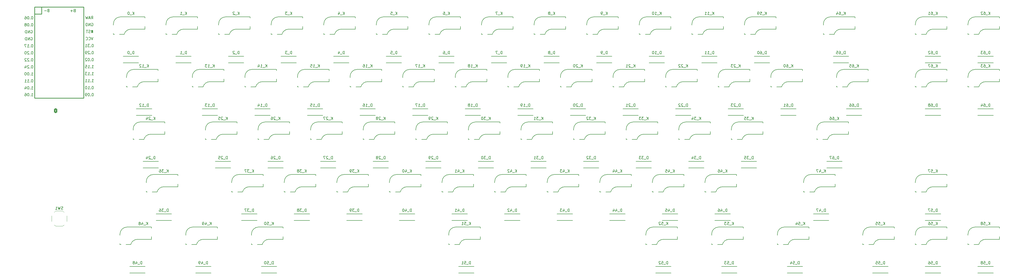
<source format=gbo>
G04 #@! TF.GenerationSoftware,KiCad,Pcbnew,8.0.7*
G04 #@! TF.CreationDate,2025-01-01T21:32:49+11:00*
G04 #@! TF.ProjectId,Mainpcb,4d61696e-7063-4622-9e6b-696361645f70,rev?*
G04 #@! TF.SameCoordinates,Original*
G04 #@! TF.FileFunction,Legend,Bot*
G04 #@! TF.FilePolarity,Positive*
%FSLAX46Y46*%
G04 Gerber Fmt 4.6, Leading zero omitted, Abs format (unit mm)*
G04 Created by KiCad (PCBNEW 8.0.7) date 2025-01-01 21:32:49*
%MOMM*%
%LPD*%
G01*
G04 APERTURE LIST*
G04 Aperture macros list*
%AMRoundRect*
0 Rectangle with rounded corners*
0 $1 Rounding radius*
0 $2 $3 $4 $5 $6 $7 $8 $9 X,Y pos of 4 corners*
0 Add a 4 corners polygon primitive as box body*
4,1,4,$2,$3,$4,$5,$6,$7,$8,$9,$2,$3,0*
0 Add four circle primitives for the rounded corners*
1,1,$1+$1,$2,$3*
1,1,$1+$1,$4,$5*
1,1,$1+$1,$6,$7*
1,1,$1+$1,$8,$9*
0 Add four rect primitives between the rounded corners*
20,1,$1+$1,$2,$3,$4,$5,0*
20,1,$1+$1,$4,$5,$6,$7,0*
20,1,$1+$1,$6,$7,$8,$9,0*
20,1,$1+$1,$8,$9,$2,$3,0*%
G04 Aperture macros list end*
%ADD10C,0.150000*%
%ADD11C,0.254000*%
%ADD12C,0.120000*%
%ADD13C,0.200000*%
%ADD14C,2.200000*%
%ADD15R,1.752600X1.752600*%
%ADD16C,1.752600*%
%ADD17R,3.200000X2.000000*%
%ADD18R,2.000000X2.000000*%
%ADD19C,2.000000*%
%ADD20R,1.000000X0.750000*%
%ADD21C,3.000000*%
%ADD22C,2.500000*%
%ADD23C,1.701800*%
%ADD24C,3.987800*%
%ADD25R,2.550000X2.500000*%
%ADD26R,1.600000X1.600000*%
%ADD27C,1.600000*%
%ADD28C,5.300000*%
%ADD29C,3.048000*%
%ADD30RoundRect,0.250000X-0.350000X-0.625000X0.350000X-0.625000X0.350000X0.625000X-0.350000X0.625000X0*%
%ADD31O,1.200000X1.750000*%
%ADD32C,3.500000*%
%ADD33R,1.700000X1.700000*%
%ADD34O,1.700000X1.700000*%
%ADD35R,1.200000X1.200000*%
G04 APERTURE END LIST*
D10*
X45848611Y-46645567D02*
X46420039Y-46645567D01*
X46134325Y-46645567D02*
X46134325Y-45645567D01*
X46134325Y-45645567D02*
X46229563Y-45788424D01*
X46229563Y-45788424D02*
X46324801Y-45883662D01*
X46324801Y-45883662D02*
X46420039Y-45931281D01*
X45420039Y-46550328D02*
X45372420Y-46597948D01*
X45372420Y-46597948D02*
X45420039Y-46645567D01*
X45420039Y-46645567D02*
X45467658Y-46597948D01*
X45467658Y-46597948D02*
X45420039Y-46550328D01*
X45420039Y-46550328D02*
X45420039Y-46645567D01*
X44420040Y-46645567D02*
X44991468Y-46645567D01*
X44705754Y-46645567D02*
X44705754Y-45645567D01*
X44705754Y-45645567D02*
X44800992Y-45788424D01*
X44800992Y-45788424D02*
X44896230Y-45883662D01*
X44896230Y-45883662D02*
X44991468Y-45931281D01*
X43467659Y-46645567D02*
X44039087Y-46645567D01*
X43753373Y-46645567D02*
X43753373Y-45645567D01*
X43753373Y-45645567D02*
X43848611Y-45788424D01*
X43848611Y-45788424D02*
X43943849Y-45883662D01*
X43943849Y-45883662D02*
X44039087Y-45931281D01*
X24238094Y-40624820D02*
X24142856Y-40624820D01*
X24142856Y-40624820D02*
X24047618Y-40672439D01*
X24047618Y-40672439D02*
X23999999Y-40720058D01*
X23999999Y-40720058D02*
X23952380Y-40815296D01*
X23952380Y-40815296D02*
X23904761Y-41005772D01*
X23904761Y-41005772D02*
X23904761Y-41243867D01*
X23904761Y-41243867D02*
X23952380Y-41434343D01*
X23952380Y-41434343D02*
X23999999Y-41529581D01*
X23999999Y-41529581D02*
X24047618Y-41577201D01*
X24047618Y-41577201D02*
X24142856Y-41624820D01*
X24142856Y-41624820D02*
X24238094Y-41624820D01*
X24238094Y-41624820D02*
X24333332Y-41577201D01*
X24333332Y-41577201D02*
X24380951Y-41529581D01*
X24380951Y-41529581D02*
X24428570Y-41434343D01*
X24428570Y-41434343D02*
X24476189Y-41243867D01*
X24476189Y-41243867D02*
X24476189Y-41005772D01*
X24476189Y-41005772D02*
X24428570Y-40815296D01*
X24428570Y-40815296D02*
X24380951Y-40720058D01*
X24380951Y-40720058D02*
X24333332Y-40672439D01*
X24333332Y-40672439D02*
X24238094Y-40624820D01*
X23476189Y-41529581D02*
X23428570Y-41577201D01*
X23428570Y-41577201D02*
X23476189Y-41624820D01*
X23476189Y-41624820D02*
X23523808Y-41577201D01*
X23523808Y-41577201D02*
X23476189Y-41529581D01*
X23476189Y-41529581D02*
X23476189Y-41624820D01*
X23047618Y-40720058D02*
X22999999Y-40672439D01*
X22999999Y-40672439D02*
X22904761Y-40624820D01*
X22904761Y-40624820D02*
X22666666Y-40624820D01*
X22666666Y-40624820D02*
X22571428Y-40672439D01*
X22571428Y-40672439D02*
X22523809Y-40720058D01*
X22523809Y-40720058D02*
X22476190Y-40815296D01*
X22476190Y-40815296D02*
X22476190Y-40910534D01*
X22476190Y-40910534D02*
X22523809Y-41053391D01*
X22523809Y-41053391D02*
X23095237Y-41624820D01*
X23095237Y-41624820D02*
X22476190Y-41624820D01*
X21619047Y-40958153D02*
X21619047Y-41624820D01*
X21857142Y-40577201D02*
X22095237Y-41291486D01*
X22095237Y-41291486D02*
X21476190Y-41291486D01*
X45634326Y-23785567D02*
X45967659Y-23309376D01*
X46205754Y-23785567D02*
X46205754Y-22785567D01*
X46205754Y-22785567D02*
X45824802Y-22785567D01*
X45824802Y-22785567D02*
X45729564Y-22833186D01*
X45729564Y-22833186D02*
X45681945Y-22880805D01*
X45681945Y-22880805D02*
X45634326Y-22976043D01*
X45634326Y-22976043D02*
X45634326Y-23118900D01*
X45634326Y-23118900D02*
X45681945Y-23214138D01*
X45681945Y-23214138D02*
X45729564Y-23261757D01*
X45729564Y-23261757D02*
X45824802Y-23309376D01*
X45824802Y-23309376D02*
X46205754Y-23309376D01*
X45253373Y-23499852D02*
X44777183Y-23499852D01*
X45348611Y-23785567D02*
X45015278Y-22785567D01*
X45015278Y-22785567D02*
X44681945Y-23785567D01*
X44443849Y-22785567D02*
X44205754Y-23785567D01*
X44205754Y-23785567D02*
X44015278Y-23071281D01*
X44015278Y-23071281D02*
X43824802Y-23785567D01*
X43824802Y-23785567D02*
X43586707Y-22785567D01*
X23761904Y-30511075D02*
X23857142Y-30463456D01*
X23857142Y-30463456D02*
X23999999Y-30463456D01*
X23999999Y-30463456D02*
X24142856Y-30511075D01*
X24142856Y-30511075D02*
X24238094Y-30606313D01*
X24238094Y-30606313D02*
X24285713Y-30701551D01*
X24285713Y-30701551D02*
X24333332Y-30892027D01*
X24333332Y-30892027D02*
X24333332Y-31034884D01*
X24333332Y-31034884D02*
X24285713Y-31225360D01*
X24285713Y-31225360D02*
X24238094Y-31320598D01*
X24238094Y-31320598D02*
X24142856Y-31415837D01*
X24142856Y-31415837D02*
X23999999Y-31463456D01*
X23999999Y-31463456D02*
X23904761Y-31463456D01*
X23904761Y-31463456D02*
X23761904Y-31415837D01*
X23761904Y-31415837D02*
X23714285Y-31368217D01*
X23714285Y-31368217D02*
X23714285Y-31034884D01*
X23714285Y-31034884D02*
X23904761Y-31034884D01*
X23285713Y-31463456D02*
X23285713Y-30463456D01*
X23285713Y-30463456D02*
X22714285Y-31463456D01*
X22714285Y-31463456D02*
X22714285Y-30463456D01*
X22238094Y-31463456D02*
X22238094Y-30463456D01*
X22238094Y-30463456D02*
X21999999Y-30463456D01*
X21999999Y-30463456D02*
X21857142Y-30511075D01*
X21857142Y-30511075D02*
X21761904Y-30606313D01*
X21761904Y-30606313D02*
X21714285Y-30701551D01*
X21714285Y-30701551D02*
X21666666Y-30892027D01*
X21666666Y-30892027D02*
X21666666Y-31034884D01*
X21666666Y-31034884D02*
X21714285Y-31225360D01*
X21714285Y-31225360D02*
X21761904Y-31320598D01*
X21761904Y-31320598D02*
X21857142Y-31415837D01*
X21857142Y-31415837D02*
X21999999Y-31463456D01*
X21999999Y-31463456D02*
X22238094Y-31463456D01*
X46181944Y-38025566D02*
X46086706Y-38025566D01*
X46086706Y-38025566D02*
X45991468Y-38073185D01*
X45991468Y-38073185D02*
X45943849Y-38120804D01*
X45943849Y-38120804D02*
X45896230Y-38216042D01*
X45896230Y-38216042D02*
X45848611Y-38406518D01*
X45848611Y-38406518D02*
X45848611Y-38644613D01*
X45848611Y-38644613D02*
X45896230Y-38835089D01*
X45896230Y-38835089D02*
X45943849Y-38930327D01*
X45943849Y-38930327D02*
X45991468Y-38977947D01*
X45991468Y-38977947D02*
X46086706Y-39025566D01*
X46086706Y-39025566D02*
X46181944Y-39025566D01*
X46181944Y-39025566D02*
X46277182Y-38977947D01*
X46277182Y-38977947D02*
X46324801Y-38930327D01*
X46324801Y-38930327D02*
X46372420Y-38835089D01*
X46372420Y-38835089D02*
X46420039Y-38644613D01*
X46420039Y-38644613D02*
X46420039Y-38406518D01*
X46420039Y-38406518D02*
X46372420Y-38216042D01*
X46372420Y-38216042D02*
X46324801Y-38120804D01*
X46324801Y-38120804D02*
X46277182Y-38073185D01*
X46277182Y-38073185D02*
X46181944Y-38025566D01*
X45420039Y-38930327D02*
X45372420Y-38977947D01*
X45372420Y-38977947D02*
X45420039Y-39025566D01*
X45420039Y-39025566D02*
X45467658Y-38977947D01*
X45467658Y-38977947D02*
X45420039Y-38930327D01*
X45420039Y-38930327D02*
X45420039Y-39025566D01*
X44753373Y-38025566D02*
X44658135Y-38025566D01*
X44658135Y-38025566D02*
X44562897Y-38073185D01*
X44562897Y-38073185D02*
X44515278Y-38120804D01*
X44515278Y-38120804D02*
X44467659Y-38216042D01*
X44467659Y-38216042D02*
X44420040Y-38406518D01*
X44420040Y-38406518D02*
X44420040Y-38644613D01*
X44420040Y-38644613D02*
X44467659Y-38835089D01*
X44467659Y-38835089D02*
X44515278Y-38930327D01*
X44515278Y-38930327D02*
X44562897Y-38977947D01*
X44562897Y-38977947D02*
X44658135Y-39025566D01*
X44658135Y-39025566D02*
X44753373Y-39025566D01*
X44753373Y-39025566D02*
X44848611Y-38977947D01*
X44848611Y-38977947D02*
X44896230Y-38930327D01*
X44896230Y-38930327D02*
X44943849Y-38835089D01*
X44943849Y-38835089D02*
X44991468Y-38644613D01*
X44991468Y-38644613D02*
X44991468Y-38406518D01*
X44991468Y-38406518D02*
X44943849Y-38216042D01*
X44943849Y-38216042D02*
X44896230Y-38120804D01*
X44896230Y-38120804D02*
X44848611Y-38073185D01*
X44848611Y-38073185D02*
X44753373Y-38025566D01*
X44039087Y-38120804D02*
X43991468Y-38073185D01*
X43991468Y-38073185D02*
X43896230Y-38025566D01*
X43896230Y-38025566D02*
X43658135Y-38025566D01*
X43658135Y-38025566D02*
X43562897Y-38073185D01*
X43562897Y-38073185D02*
X43515278Y-38120804D01*
X43515278Y-38120804D02*
X43467659Y-38216042D01*
X43467659Y-38216042D02*
X43467659Y-38311280D01*
X43467659Y-38311280D02*
X43515278Y-38454137D01*
X43515278Y-38454137D02*
X44086706Y-39025566D01*
X44086706Y-39025566D02*
X43467659Y-39025566D01*
X30047618Y-20672372D02*
X29904761Y-20719991D01*
X29904761Y-20719991D02*
X29857142Y-20767610D01*
X29857142Y-20767610D02*
X29809523Y-20862848D01*
X29809523Y-20862848D02*
X29809523Y-21005705D01*
X29809523Y-21005705D02*
X29857142Y-21100943D01*
X29857142Y-21100943D02*
X29904761Y-21148563D01*
X29904761Y-21148563D02*
X29999999Y-21196182D01*
X29999999Y-21196182D02*
X30380951Y-21196182D01*
X30380951Y-21196182D02*
X30380951Y-20196182D01*
X30380951Y-20196182D02*
X30047618Y-20196182D01*
X30047618Y-20196182D02*
X29952380Y-20243801D01*
X29952380Y-20243801D02*
X29904761Y-20291420D01*
X29904761Y-20291420D02*
X29857142Y-20386658D01*
X29857142Y-20386658D02*
X29857142Y-20481896D01*
X29857142Y-20481896D02*
X29904761Y-20577134D01*
X29904761Y-20577134D02*
X29952380Y-20624753D01*
X29952380Y-20624753D02*
X30047618Y-20672372D01*
X30047618Y-20672372D02*
X30380951Y-20672372D01*
X29380951Y-20815229D02*
X28619047Y-20815229D01*
X45237971Y-28784309D02*
X45095114Y-28831928D01*
X45095114Y-28831928D02*
X44857019Y-28831928D01*
X44857019Y-28831928D02*
X44761781Y-28784309D01*
X44761781Y-28784309D02*
X44714162Y-28736689D01*
X44714162Y-28736689D02*
X44666543Y-28641451D01*
X44666543Y-28641451D02*
X44666543Y-28546213D01*
X44666543Y-28546213D02*
X44714162Y-28450975D01*
X44714162Y-28450975D02*
X44761781Y-28403356D01*
X44761781Y-28403356D02*
X44857019Y-28355737D01*
X44857019Y-28355737D02*
X45047495Y-28308118D01*
X45047495Y-28308118D02*
X45142733Y-28260499D01*
X45142733Y-28260499D02*
X45190352Y-28212880D01*
X45190352Y-28212880D02*
X45237971Y-28117642D01*
X45237971Y-28117642D02*
X45237971Y-28022404D01*
X45237971Y-28022404D02*
X45190352Y-27927166D01*
X45190352Y-27927166D02*
X45142733Y-27879547D01*
X45142733Y-27879547D02*
X45047495Y-27831928D01*
X45047495Y-27831928D02*
X44809400Y-27831928D01*
X44809400Y-27831928D02*
X44666543Y-27879547D01*
X44380828Y-27831928D02*
X43809400Y-27831928D01*
X44095114Y-28831928D02*
X44095114Y-27831928D01*
X45848611Y-41565566D02*
X46420039Y-41565566D01*
X46134325Y-41565566D02*
X46134325Y-40565566D01*
X46134325Y-40565566D02*
X46229563Y-40708423D01*
X46229563Y-40708423D02*
X46324801Y-40803661D01*
X46324801Y-40803661D02*
X46420039Y-40851280D01*
X45420039Y-41470327D02*
X45372420Y-41517947D01*
X45372420Y-41517947D02*
X45420039Y-41565566D01*
X45420039Y-41565566D02*
X45467658Y-41517947D01*
X45467658Y-41517947D02*
X45420039Y-41470327D01*
X45420039Y-41470327D02*
X45420039Y-41565566D01*
X44420040Y-41565566D02*
X44991468Y-41565566D01*
X44705754Y-41565566D02*
X44705754Y-40565566D01*
X44705754Y-40565566D02*
X44800992Y-40708423D01*
X44800992Y-40708423D02*
X44896230Y-40803661D01*
X44896230Y-40803661D02*
X44991468Y-40851280D01*
X43515278Y-40565566D02*
X43991468Y-40565566D01*
X43991468Y-40565566D02*
X44039087Y-41041756D01*
X44039087Y-41041756D02*
X43991468Y-40994137D01*
X43991468Y-40994137D02*
X43896230Y-40946518D01*
X43896230Y-40946518D02*
X43658135Y-40946518D01*
X43658135Y-40946518D02*
X43562897Y-40994137D01*
X43562897Y-40994137D02*
X43515278Y-41041756D01*
X43515278Y-41041756D02*
X43467659Y-41136994D01*
X43467659Y-41136994D02*
X43467659Y-41375089D01*
X43467659Y-41375089D02*
X43515278Y-41470327D01*
X43515278Y-41470327D02*
X43562897Y-41517947D01*
X43562897Y-41517947D02*
X43658135Y-41565566D01*
X43658135Y-41565566D02*
X43896230Y-41565566D01*
X43896230Y-41565566D02*
X43991468Y-41517947D01*
X43991468Y-41517947D02*
X44039087Y-41470327D01*
X23904761Y-51703456D02*
X24476189Y-51703456D01*
X24190475Y-51703456D02*
X24190475Y-50703456D01*
X24190475Y-50703456D02*
X24285713Y-50846313D01*
X24285713Y-50846313D02*
X24380951Y-50941551D01*
X24380951Y-50941551D02*
X24476189Y-50989170D01*
X23476189Y-51608217D02*
X23428570Y-51655837D01*
X23428570Y-51655837D02*
X23476189Y-51703456D01*
X23476189Y-51703456D02*
X23523808Y-51655837D01*
X23523808Y-51655837D02*
X23476189Y-51608217D01*
X23476189Y-51608217D02*
X23476189Y-51703456D01*
X22809523Y-50703456D02*
X22714285Y-50703456D01*
X22714285Y-50703456D02*
X22619047Y-50751075D01*
X22619047Y-50751075D02*
X22571428Y-50798694D01*
X22571428Y-50798694D02*
X22523809Y-50893932D01*
X22523809Y-50893932D02*
X22476190Y-51084408D01*
X22476190Y-51084408D02*
X22476190Y-51322503D01*
X22476190Y-51322503D02*
X22523809Y-51512979D01*
X22523809Y-51512979D02*
X22571428Y-51608217D01*
X22571428Y-51608217D02*
X22619047Y-51655837D01*
X22619047Y-51655837D02*
X22714285Y-51703456D01*
X22714285Y-51703456D02*
X22809523Y-51703456D01*
X22809523Y-51703456D02*
X22904761Y-51655837D01*
X22904761Y-51655837D02*
X22952380Y-51608217D01*
X22952380Y-51608217D02*
X22999999Y-51512979D01*
X22999999Y-51512979D02*
X23047618Y-51322503D01*
X23047618Y-51322503D02*
X23047618Y-51084408D01*
X23047618Y-51084408D02*
X22999999Y-50893932D01*
X22999999Y-50893932D02*
X22952380Y-50798694D01*
X22952380Y-50798694D02*
X22904761Y-50751075D01*
X22904761Y-50751075D02*
X22809523Y-50703456D01*
X21619047Y-50703456D02*
X21809523Y-50703456D01*
X21809523Y-50703456D02*
X21904761Y-50751075D01*
X21904761Y-50751075D02*
X21952380Y-50798694D01*
X21952380Y-50798694D02*
X22047618Y-50941551D01*
X22047618Y-50941551D02*
X22095237Y-51132027D01*
X22095237Y-51132027D02*
X22095237Y-51512979D01*
X22095237Y-51512979D02*
X22047618Y-51608217D01*
X22047618Y-51608217D02*
X21999999Y-51655837D01*
X21999999Y-51655837D02*
X21904761Y-51703456D01*
X21904761Y-51703456D02*
X21714285Y-51703456D01*
X21714285Y-51703456D02*
X21619047Y-51655837D01*
X21619047Y-51655837D02*
X21571428Y-51608217D01*
X21571428Y-51608217D02*
X21523809Y-51512979D01*
X21523809Y-51512979D02*
X21523809Y-51274884D01*
X21523809Y-51274884D02*
X21571428Y-51179646D01*
X21571428Y-51179646D02*
X21619047Y-51132027D01*
X21619047Y-51132027D02*
X21714285Y-51084408D01*
X21714285Y-51084408D02*
X21904761Y-51084408D01*
X21904761Y-51084408D02*
X21999999Y-51132027D01*
X21999999Y-51132027D02*
X22047618Y-51179646D01*
X22047618Y-51179646D02*
X22095237Y-51274884D01*
X46277182Y-30405566D02*
X45943849Y-31405566D01*
X45943849Y-31405566D02*
X45610516Y-30405566D01*
X44705754Y-31310327D02*
X44753373Y-31357947D01*
X44753373Y-31357947D02*
X44896230Y-31405566D01*
X44896230Y-31405566D02*
X44991468Y-31405566D01*
X44991468Y-31405566D02*
X45134325Y-31357947D01*
X45134325Y-31357947D02*
X45229563Y-31262708D01*
X45229563Y-31262708D02*
X45277182Y-31167470D01*
X45277182Y-31167470D02*
X45324801Y-30976994D01*
X45324801Y-30976994D02*
X45324801Y-30834137D01*
X45324801Y-30834137D02*
X45277182Y-30643661D01*
X45277182Y-30643661D02*
X45229563Y-30548423D01*
X45229563Y-30548423D02*
X45134325Y-30453185D01*
X45134325Y-30453185D02*
X44991468Y-30405566D01*
X44991468Y-30405566D02*
X44896230Y-30405566D01*
X44896230Y-30405566D02*
X44753373Y-30453185D01*
X44753373Y-30453185D02*
X44705754Y-30500804D01*
X43705754Y-31310327D02*
X43753373Y-31357947D01*
X43753373Y-31357947D02*
X43896230Y-31405566D01*
X43896230Y-31405566D02*
X43991468Y-31405566D01*
X43991468Y-31405566D02*
X44134325Y-31357947D01*
X44134325Y-31357947D02*
X44229563Y-31262708D01*
X44229563Y-31262708D02*
X44277182Y-31167470D01*
X44277182Y-31167470D02*
X44324801Y-30976994D01*
X44324801Y-30976994D02*
X44324801Y-30834137D01*
X44324801Y-30834137D02*
X44277182Y-30643661D01*
X44277182Y-30643661D02*
X44229563Y-30548423D01*
X44229563Y-30548423D02*
X44134325Y-30453185D01*
X44134325Y-30453185D02*
X43991468Y-30405566D01*
X43991468Y-30405566D02*
X43896230Y-30405566D01*
X43896230Y-30405566D02*
X43753373Y-30453185D01*
X43753373Y-30453185D02*
X43705754Y-30500804D01*
X45705754Y-25373185D02*
X45800992Y-25325566D01*
X45800992Y-25325566D02*
X45943849Y-25325566D01*
X45943849Y-25325566D02*
X46086706Y-25373185D01*
X46086706Y-25373185D02*
X46181944Y-25468423D01*
X46181944Y-25468423D02*
X46229563Y-25563661D01*
X46229563Y-25563661D02*
X46277182Y-25754137D01*
X46277182Y-25754137D02*
X46277182Y-25896994D01*
X46277182Y-25896994D02*
X46229563Y-26087470D01*
X46229563Y-26087470D02*
X46181944Y-26182708D01*
X46181944Y-26182708D02*
X46086706Y-26277947D01*
X46086706Y-26277947D02*
X45943849Y-26325566D01*
X45943849Y-26325566D02*
X45848611Y-26325566D01*
X45848611Y-26325566D02*
X45705754Y-26277947D01*
X45705754Y-26277947D02*
X45658135Y-26230327D01*
X45658135Y-26230327D02*
X45658135Y-25896994D01*
X45658135Y-25896994D02*
X45848611Y-25896994D01*
X45229563Y-26325566D02*
X45229563Y-25325566D01*
X45229563Y-25325566D02*
X44658135Y-26325566D01*
X44658135Y-26325566D02*
X44658135Y-25325566D01*
X44181944Y-26325566D02*
X44181944Y-25325566D01*
X44181944Y-25325566D02*
X43943849Y-25325566D01*
X43943849Y-25325566D02*
X43800992Y-25373185D01*
X43800992Y-25373185D02*
X43705754Y-25468423D01*
X43705754Y-25468423D02*
X43658135Y-25563661D01*
X43658135Y-25563661D02*
X43610516Y-25754137D01*
X43610516Y-25754137D02*
X43610516Y-25896994D01*
X43610516Y-25896994D02*
X43658135Y-26087470D01*
X43658135Y-26087470D02*
X43705754Y-26182708D01*
X43705754Y-26182708D02*
X43800992Y-26277947D01*
X43800992Y-26277947D02*
X43943849Y-26325566D01*
X43943849Y-26325566D02*
X44181944Y-26325566D01*
X24238094Y-38084819D02*
X24142856Y-38084819D01*
X24142856Y-38084819D02*
X24047618Y-38132438D01*
X24047618Y-38132438D02*
X23999999Y-38180057D01*
X23999999Y-38180057D02*
X23952380Y-38275295D01*
X23952380Y-38275295D02*
X23904761Y-38465771D01*
X23904761Y-38465771D02*
X23904761Y-38703866D01*
X23904761Y-38703866D02*
X23952380Y-38894342D01*
X23952380Y-38894342D02*
X23999999Y-38989580D01*
X23999999Y-38989580D02*
X24047618Y-39037200D01*
X24047618Y-39037200D02*
X24142856Y-39084819D01*
X24142856Y-39084819D02*
X24238094Y-39084819D01*
X24238094Y-39084819D02*
X24333332Y-39037200D01*
X24333332Y-39037200D02*
X24380951Y-38989580D01*
X24380951Y-38989580D02*
X24428570Y-38894342D01*
X24428570Y-38894342D02*
X24476189Y-38703866D01*
X24476189Y-38703866D02*
X24476189Y-38465771D01*
X24476189Y-38465771D02*
X24428570Y-38275295D01*
X24428570Y-38275295D02*
X24380951Y-38180057D01*
X24380951Y-38180057D02*
X24333332Y-38132438D01*
X24333332Y-38132438D02*
X24238094Y-38084819D01*
X23476189Y-38989580D02*
X23428570Y-39037200D01*
X23428570Y-39037200D02*
X23476189Y-39084819D01*
X23476189Y-39084819D02*
X23523808Y-39037200D01*
X23523808Y-39037200D02*
X23476189Y-38989580D01*
X23476189Y-38989580D02*
X23476189Y-39084819D01*
X23047618Y-38180057D02*
X22999999Y-38132438D01*
X22999999Y-38132438D02*
X22904761Y-38084819D01*
X22904761Y-38084819D02*
X22666666Y-38084819D01*
X22666666Y-38084819D02*
X22571428Y-38132438D01*
X22571428Y-38132438D02*
X22523809Y-38180057D01*
X22523809Y-38180057D02*
X22476190Y-38275295D01*
X22476190Y-38275295D02*
X22476190Y-38370533D01*
X22476190Y-38370533D02*
X22523809Y-38513390D01*
X22523809Y-38513390D02*
X23095237Y-39084819D01*
X23095237Y-39084819D02*
X22476190Y-39084819D01*
X22095237Y-38180057D02*
X22047618Y-38132438D01*
X22047618Y-38132438D02*
X21952380Y-38084819D01*
X21952380Y-38084819D02*
X21714285Y-38084819D01*
X21714285Y-38084819D02*
X21619047Y-38132438D01*
X21619047Y-38132438D02*
X21571428Y-38180057D01*
X21571428Y-38180057D02*
X21523809Y-38275295D01*
X21523809Y-38275295D02*
X21523809Y-38370533D01*
X21523809Y-38370533D02*
X21571428Y-38513390D01*
X21571428Y-38513390D02*
X22142856Y-39084819D01*
X22142856Y-39084819D02*
X21523809Y-39084819D01*
X24238094Y-35544819D02*
X24142856Y-35544819D01*
X24142856Y-35544819D02*
X24047618Y-35592438D01*
X24047618Y-35592438D02*
X23999999Y-35640057D01*
X23999999Y-35640057D02*
X23952380Y-35735295D01*
X23952380Y-35735295D02*
X23904761Y-35925771D01*
X23904761Y-35925771D02*
X23904761Y-36163866D01*
X23904761Y-36163866D02*
X23952380Y-36354342D01*
X23952380Y-36354342D02*
X23999999Y-36449580D01*
X23999999Y-36449580D02*
X24047618Y-36497200D01*
X24047618Y-36497200D02*
X24142856Y-36544819D01*
X24142856Y-36544819D02*
X24238094Y-36544819D01*
X24238094Y-36544819D02*
X24333332Y-36497200D01*
X24333332Y-36497200D02*
X24380951Y-36449580D01*
X24380951Y-36449580D02*
X24428570Y-36354342D01*
X24428570Y-36354342D02*
X24476189Y-36163866D01*
X24476189Y-36163866D02*
X24476189Y-35925771D01*
X24476189Y-35925771D02*
X24428570Y-35735295D01*
X24428570Y-35735295D02*
X24380951Y-35640057D01*
X24380951Y-35640057D02*
X24333332Y-35592438D01*
X24333332Y-35592438D02*
X24238094Y-35544819D01*
X23476189Y-36449580D02*
X23428570Y-36497200D01*
X23428570Y-36497200D02*
X23476189Y-36544819D01*
X23476189Y-36544819D02*
X23523808Y-36497200D01*
X23523808Y-36497200D02*
X23476189Y-36449580D01*
X23476189Y-36449580D02*
X23476189Y-36544819D01*
X23047618Y-35640057D02*
X22999999Y-35592438D01*
X22999999Y-35592438D02*
X22904761Y-35544819D01*
X22904761Y-35544819D02*
X22666666Y-35544819D01*
X22666666Y-35544819D02*
X22571428Y-35592438D01*
X22571428Y-35592438D02*
X22523809Y-35640057D01*
X22523809Y-35640057D02*
X22476190Y-35735295D01*
X22476190Y-35735295D02*
X22476190Y-35830533D01*
X22476190Y-35830533D02*
X22523809Y-35973390D01*
X22523809Y-35973390D02*
X23095237Y-36544819D01*
X23095237Y-36544819D02*
X22476190Y-36544819D01*
X21857142Y-35544819D02*
X21761904Y-35544819D01*
X21761904Y-35544819D02*
X21666666Y-35592438D01*
X21666666Y-35592438D02*
X21619047Y-35640057D01*
X21619047Y-35640057D02*
X21571428Y-35735295D01*
X21571428Y-35735295D02*
X21523809Y-35925771D01*
X21523809Y-35925771D02*
X21523809Y-36163866D01*
X21523809Y-36163866D02*
X21571428Y-36354342D01*
X21571428Y-36354342D02*
X21619047Y-36449580D01*
X21619047Y-36449580D02*
X21666666Y-36497200D01*
X21666666Y-36497200D02*
X21761904Y-36544819D01*
X21761904Y-36544819D02*
X21857142Y-36544819D01*
X21857142Y-36544819D02*
X21952380Y-36497200D01*
X21952380Y-36497200D02*
X21999999Y-36449580D01*
X21999999Y-36449580D02*
X22047618Y-36354342D01*
X22047618Y-36354342D02*
X22095237Y-36163866D01*
X22095237Y-36163866D02*
X22095237Y-35925771D01*
X22095237Y-35925771D02*
X22047618Y-35735295D01*
X22047618Y-35735295D02*
X21999999Y-35640057D01*
X21999999Y-35640057D02*
X21952380Y-35592438D01*
X21952380Y-35592438D02*
X21857142Y-35544819D01*
X23904761Y-49204819D02*
X24476189Y-49204819D01*
X24190475Y-49204819D02*
X24190475Y-48204819D01*
X24190475Y-48204819D02*
X24285713Y-48347676D01*
X24285713Y-48347676D02*
X24380951Y-48442914D01*
X24380951Y-48442914D02*
X24476189Y-48490533D01*
X23476189Y-49109580D02*
X23428570Y-49157200D01*
X23428570Y-49157200D02*
X23476189Y-49204819D01*
X23476189Y-49204819D02*
X23523808Y-49157200D01*
X23523808Y-49157200D02*
X23476189Y-49109580D01*
X23476189Y-49109580D02*
X23476189Y-49204819D01*
X22809523Y-48204819D02*
X22714285Y-48204819D01*
X22714285Y-48204819D02*
X22619047Y-48252438D01*
X22619047Y-48252438D02*
X22571428Y-48300057D01*
X22571428Y-48300057D02*
X22523809Y-48395295D01*
X22523809Y-48395295D02*
X22476190Y-48585771D01*
X22476190Y-48585771D02*
X22476190Y-48823866D01*
X22476190Y-48823866D02*
X22523809Y-49014342D01*
X22523809Y-49014342D02*
X22571428Y-49109580D01*
X22571428Y-49109580D02*
X22619047Y-49157200D01*
X22619047Y-49157200D02*
X22714285Y-49204819D01*
X22714285Y-49204819D02*
X22809523Y-49204819D01*
X22809523Y-49204819D02*
X22904761Y-49157200D01*
X22904761Y-49157200D02*
X22952380Y-49109580D01*
X22952380Y-49109580D02*
X22999999Y-49014342D01*
X22999999Y-49014342D02*
X23047618Y-48823866D01*
X23047618Y-48823866D02*
X23047618Y-48585771D01*
X23047618Y-48585771D02*
X22999999Y-48395295D01*
X22999999Y-48395295D02*
X22952380Y-48300057D01*
X22952380Y-48300057D02*
X22904761Y-48252438D01*
X22904761Y-48252438D02*
X22809523Y-48204819D01*
X21619047Y-48538152D02*
X21619047Y-49204819D01*
X21857142Y-48157200D02*
X22095237Y-48871485D01*
X22095237Y-48871485D02*
X21476190Y-48871485D01*
X45848611Y-44105566D02*
X46420039Y-44105566D01*
X46134325Y-44105566D02*
X46134325Y-43105566D01*
X46134325Y-43105566D02*
X46229563Y-43248423D01*
X46229563Y-43248423D02*
X46324801Y-43343661D01*
X46324801Y-43343661D02*
X46420039Y-43391280D01*
X45420039Y-44010327D02*
X45372420Y-44057947D01*
X45372420Y-44057947D02*
X45420039Y-44105566D01*
X45420039Y-44105566D02*
X45467658Y-44057947D01*
X45467658Y-44057947D02*
X45420039Y-44010327D01*
X45420039Y-44010327D02*
X45420039Y-44105566D01*
X44420040Y-44105566D02*
X44991468Y-44105566D01*
X44705754Y-44105566D02*
X44705754Y-43105566D01*
X44705754Y-43105566D02*
X44800992Y-43248423D01*
X44800992Y-43248423D02*
X44896230Y-43343661D01*
X44896230Y-43343661D02*
X44991468Y-43391280D01*
X44086706Y-43105566D02*
X43467659Y-43105566D01*
X43467659Y-43105566D02*
X43800992Y-43486518D01*
X43800992Y-43486518D02*
X43658135Y-43486518D01*
X43658135Y-43486518D02*
X43562897Y-43534137D01*
X43562897Y-43534137D02*
X43515278Y-43581756D01*
X43515278Y-43581756D02*
X43467659Y-43676994D01*
X43467659Y-43676994D02*
X43467659Y-43915089D01*
X43467659Y-43915089D02*
X43515278Y-44010327D01*
X43515278Y-44010327D02*
X43562897Y-44057947D01*
X43562897Y-44057947D02*
X43658135Y-44105566D01*
X43658135Y-44105566D02*
X43943849Y-44105566D01*
X43943849Y-44105566D02*
X44039087Y-44057947D01*
X44039087Y-44057947D02*
X44086706Y-44010327D01*
X24238094Y-33004819D02*
X24142856Y-33004819D01*
X24142856Y-33004819D02*
X24047618Y-33052438D01*
X24047618Y-33052438D02*
X23999999Y-33100057D01*
X23999999Y-33100057D02*
X23952380Y-33195295D01*
X23952380Y-33195295D02*
X23904761Y-33385771D01*
X23904761Y-33385771D02*
X23904761Y-33623866D01*
X23904761Y-33623866D02*
X23952380Y-33814342D01*
X23952380Y-33814342D02*
X23999999Y-33909580D01*
X23999999Y-33909580D02*
X24047618Y-33957200D01*
X24047618Y-33957200D02*
X24142856Y-34004819D01*
X24142856Y-34004819D02*
X24238094Y-34004819D01*
X24238094Y-34004819D02*
X24333332Y-33957200D01*
X24333332Y-33957200D02*
X24380951Y-33909580D01*
X24380951Y-33909580D02*
X24428570Y-33814342D01*
X24428570Y-33814342D02*
X24476189Y-33623866D01*
X24476189Y-33623866D02*
X24476189Y-33385771D01*
X24476189Y-33385771D02*
X24428570Y-33195295D01*
X24428570Y-33195295D02*
X24380951Y-33100057D01*
X24380951Y-33100057D02*
X24333332Y-33052438D01*
X24333332Y-33052438D02*
X24238094Y-33004819D01*
X23476189Y-33909580D02*
X23428570Y-33957200D01*
X23428570Y-33957200D02*
X23476189Y-34004819D01*
X23476189Y-34004819D02*
X23523808Y-33957200D01*
X23523808Y-33957200D02*
X23476189Y-33909580D01*
X23476189Y-33909580D02*
X23476189Y-34004819D01*
X22476190Y-34004819D02*
X23047618Y-34004819D01*
X22761904Y-34004819D02*
X22761904Y-33004819D01*
X22761904Y-33004819D02*
X22857142Y-33147676D01*
X22857142Y-33147676D02*
X22952380Y-33242914D01*
X22952380Y-33242914D02*
X23047618Y-33290533D01*
X22142856Y-33004819D02*
X21476190Y-33004819D01*
X21476190Y-33004819D02*
X21904761Y-34004819D01*
X23904761Y-44164819D02*
X24476189Y-44164819D01*
X24190475Y-44164819D02*
X24190475Y-43164819D01*
X24190475Y-43164819D02*
X24285713Y-43307676D01*
X24285713Y-43307676D02*
X24380951Y-43402914D01*
X24380951Y-43402914D02*
X24476189Y-43450533D01*
X23476189Y-44069580D02*
X23428570Y-44117200D01*
X23428570Y-44117200D02*
X23476189Y-44164819D01*
X23476189Y-44164819D02*
X23523808Y-44117200D01*
X23523808Y-44117200D02*
X23476189Y-44069580D01*
X23476189Y-44069580D02*
X23476189Y-44164819D01*
X22809523Y-43164819D02*
X22714285Y-43164819D01*
X22714285Y-43164819D02*
X22619047Y-43212438D01*
X22619047Y-43212438D02*
X22571428Y-43260057D01*
X22571428Y-43260057D02*
X22523809Y-43355295D01*
X22523809Y-43355295D02*
X22476190Y-43545771D01*
X22476190Y-43545771D02*
X22476190Y-43783866D01*
X22476190Y-43783866D02*
X22523809Y-43974342D01*
X22523809Y-43974342D02*
X22571428Y-44069580D01*
X22571428Y-44069580D02*
X22619047Y-44117200D01*
X22619047Y-44117200D02*
X22714285Y-44164819D01*
X22714285Y-44164819D02*
X22809523Y-44164819D01*
X22809523Y-44164819D02*
X22904761Y-44117200D01*
X22904761Y-44117200D02*
X22952380Y-44069580D01*
X22952380Y-44069580D02*
X22999999Y-43974342D01*
X22999999Y-43974342D02*
X23047618Y-43783866D01*
X23047618Y-43783866D02*
X23047618Y-43545771D01*
X23047618Y-43545771D02*
X22999999Y-43355295D01*
X22999999Y-43355295D02*
X22952380Y-43260057D01*
X22952380Y-43260057D02*
X22904761Y-43212438D01*
X22904761Y-43212438D02*
X22809523Y-43164819D01*
X21857142Y-43164819D02*
X21761904Y-43164819D01*
X21761904Y-43164819D02*
X21666666Y-43212438D01*
X21666666Y-43212438D02*
X21619047Y-43260057D01*
X21619047Y-43260057D02*
X21571428Y-43355295D01*
X21571428Y-43355295D02*
X21523809Y-43545771D01*
X21523809Y-43545771D02*
X21523809Y-43783866D01*
X21523809Y-43783866D02*
X21571428Y-43974342D01*
X21571428Y-43974342D02*
X21619047Y-44069580D01*
X21619047Y-44069580D02*
X21666666Y-44117200D01*
X21666666Y-44117200D02*
X21761904Y-44164819D01*
X21761904Y-44164819D02*
X21857142Y-44164819D01*
X21857142Y-44164819D02*
X21952380Y-44117200D01*
X21952380Y-44117200D02*
X21999999Y-44069580D01*
X21999999Y-44069580D02*
X22047618Y-43974342D01*
X22047618Y-43974342D02*
X22095237Y-43783866D01*
X22095237Y-43783866D02*
X22095237Y-43545771D01*
X22095237Y-43545771D02*
X22047618Y-43355295D01*
X22047618Y-43355295D02*
X21999999Y-43260057D01*
X21999999Y-43260057D02*
X21952380Y-43212438D01*
X21952380Y-43212438D02*
X21857142Y-43164819D01*
X46181944Y-35485566D02*
X46086706Y-35485566D01*
X46086706Y-35485566D02*
X45991468Y-35533185D01*
X45991468Y-35533185D02*
X45943849Y-35580804D01*
X45943849Y-35580804D02*
X45896230Y-35676042D01*
X45896230Y-35676042D02*
X45848611Y-35866518D01*
X45848611Y-35866518D02*
X45848611Y-36104613D01*
X45848611Y-36104613D02*
X45896230Y-36295089D01*
X45896230Y-36295089D02*
X45943849Y-36390327D01*
X45943849Y-36390327D02*
X45991468Y-36437947D01*
X45991468Y-36437947D02*
X46086706Y-36485566D01*
X46086706Y-36485566D02*
X46181944Y-36485566D01*
X46181944Y-36485566D02*
X46277182Y-36437947D01*
X46277182Y-36437947D02*
X46324801Y-36390327D01*
X46324801Y-36390327D02*
X46372420Y-36295089D01*
X46372420Y-36295089D02*
X46420039Y-36104613D01*
X46420039Y-36104613D02*
X46420039Y-35866518D01*
X46420039Y-35866518D02*
X46372420Y-35676042D01*
X46372420Y-35676042D02*
X46324801Y-35580804D01*
X46324801Y-35580804D02*
X46277182Y-35533185D01*
X46277182Y-35533185D02*
X46181944Y-35485566D01*
X45420039Y-36390327D02*
X45372420Y-36437947D01*
X45372420Y-36437947D02*
X45420039Y-36485566D01*
X45420039Y-36485566D02*
X45467658Y-36437947D01*
X45467658Y-36437947D02*
X45420039Y-36390327D01*
X45420039Y-36390327D02*
X45420039Y-36485566D01*
X44991468Y-35580804D02*
X44943849Y-35533185D01*
X44943849Y-35533185D02*
X44848611Y-35485566D01*
X44848611Y-35485566D02*
X44610516Y-35485566D01*
X44610516Y-35485566D02*
X44515278Y-35533185D01*
X44515278Y-35533185D02*
X44467659Y-35580804D01*
X44467659Y-35580804D02*
X44420040Y-35676042D01*
X44420040Y-35676042D02*
X44420040Y-35771280D01*
X44420040Y-35771280D02*
X44467659Y-35914137D01*
X44467659Y-35914137D02*
X45039087Y-36485566D01*
X45039087Y-36485566D02*
X44420040Y-36485566D01*
X43943849Y-36485566D02*
X43753373Y-36485566D01*
X43753373Y-36485566D02*
X43658135Y-36437947D01*
X43658135Y-36437947D02*
X43610516Y-36390327D01*
X43610516Y-36390327D02*
X43515278Y-36247470D01*
X43515278Y-36247470D02*
X43467659Y-36056994D01*
X43467659Y-36056994D02*
X43467659Y-35676042D01*
X43467659Y-35676042D02*
X43515278Y-35580804D01*
X43515278Y-35580804D02*
X43562897Y-35533185D01*
X43562897Y-35533185D02*
X43658135Y-35485566D01*
X43658135Y-35485566D02*
X43848611Y-35485566D01*
X43848611Y-35485566D02*
X43943849Y-35533185D01*
X43943849Y-35533185D02*
X43991468Y-35580804D01*
X43991468Y-35580804D02*
X44039087Y-35676042D01*
X44039087Y-35676042D02*
X44039087Y-35914137D01*
X44039087Y-35914137D02*
X43991468Y-36009375D01*
X43991468Y-36009375D02*
X43943849Y-36056994D01*
X43943849Y-36056994D02*
X43848611Y-36104613D01*
X43848611Y-36104613D02*
X43658135Y-36104613D01*
X43658135Y-36104613D02*
X43562897Y-36056994D01*
X43562897Y-36056994D02*
X43515278Y-36009375D01*
X43515278Y-36009375D02*
X43467659Y-35914137D01*
X24238094Y-45704819D02*
X24142856Y-45704819D01*
X24142856Y-45704819D02*
X24047618Y-45752438D01*
X24047618Y-45752438D02*
X23999999Y-45800057D01*
X23999999Y-45800057D02*
X23952380Y-45895295D01*
X23952380Y-45895295D02*
X23904761Y-46085771D01*
X23904761Y-46085771D02*
X23904761Y-46323866D01*
X23904761Y-46323866D02*
X23952380Y-46514342D01*
X23952380Y-46514342D02*
X23999999Y-46609580D01*
X23999999Y-46609580D02*
X24047618Y-46657200D01*
X24047618Y-46657200D02*
X24142856Y-46704819D01*
X24142856Y-46704819D02*
X24238094Y-46704819D01*
X24238094Y-46704819D02*
X24333332Y-46657200D01*
X24333332Y-46657200D02*
X24380951Y-46609580D01*
X24380951Y-46609580D02*
X24428570Y-46514342D01*
X24428570Y-46514342D02*
X24476189Y-46323866D01*
X24476189Y-46323866D02*
X24476189Y-46085771D01*
X24476189Y-46085771D02*
X24428570Y-45895295D01*
X24428570Y-45895295D02*
X24380951Y-45800057D01*
X24380951Y-45800057D02*
X24333332Y-45752438D01*
X24333332Y-45752438D02*
X24238094Y-45704819D01*
X23476189Y-46609580D02*
X23428570Y-46657200D01*
X23428570Y-46657200D02*
X23476189Y-46704819D01*
X23476189Y-46704819D02*
X23523808Y-46657200D01*
X23523808Y-46657200D02*
X23476189Y-46609580D01*
X23476189Y-46609580D02*
X23476189Y-46704819D01*
X22476190Y-46704819D02*
X23047618Y-46704819D01*
X22761904Y-46704819D02*
X22761904Y-45704819D01*
X22761904Y-45704819D02*
X22857142Y-45847676D01*
X22857142Y-45847676D02*
X22952380Y-45942914D01*
X22952380Y-45942914D02*
X23047618Y-45990533D01*
X21523809Y-46704819D02*
X22095237Y-46704819D01*
X21809523Y-46704819D02*
X21809523Y-45704819D01*
X21809523Y-45704819D02*
X21904761Y-45847676D01*
X21904761Y-45847676D02*
X21999999Y-45942914D01*
X21999999Y-45942914D02*
X22095237Y-45990533D01*
X46181944Y-32945565D02*
X46086706Y-32945565D01*
X46086706Y-32945565D02*
X45991468Y-32993184D01*
X45991468Y-32993184D02*
X45943849Y-33040803D01*
X45943849Y-33040803D02*
X45896230Y-33136041D01*
X45896230Y-33136041D02*
X45848611Y-33326517D01*
X45848611Y-33326517D02*
X45848611Y-33564612D01*
X45848611Y-33564612D02*
X45896230Y-33755088D01*
X45896230Y-33755088D02*
X45943849Y-33850326D01*
X45943849Y-33850326D02*
X45991468Y-33897946D01*
X45991468Y-33897946D02*
X46086706Y-33945565D01*
X46086706Y-33945565D02*
X46181944Y-33945565D01*
X46181944Y-33945565D02*
X46277182Y-33897946D01*
X46277182Y-33897946D02*
X46324801Y-33850326D01*
X46324801Y-33850326D02*
X46372420Y-33755088D01*
X46372420Y-33755088D02*
X46420039Y-33564612D01*
X46420039Y-33564612D02*
X46420039Y-33326517D01*
X46420039Y-33326517D02*
X46372420Y-33136041D01*
X46372420Y-33136041D02*
X46324801Y-33040803D01*
X46324801Y-33040803D02*
X46277182Y-32993184D01*
X46277182Y-32993184D02*
X46181944Y-32945565D01*
X45420039Y-33850326D02*
X45372420Y-33897946D01*
X45372420Y-33897946D02*
X45420039Y-33945565D01*
X45420039Y-33945565D02*
X45467658Y-33897946D01*
X45467658Y-33897946D02*
X45420039Y-33850326D01*
X45420039Y-33850326D02*
X45420039Y-33945565D01*
X45039087Y-32945565D02*
X44420040Y-32945565D01*
X44420040Y-32945565D02*
X44753373Y-33326517D01*
X44753373Y-33326517D02*
X44610516Y-33326517D01*
X44610516Y-33326517D02*
X44515278Y-33374136D01*
X44515278Y-33374136D02*
X44467659Y-33421755D01*
X44467659Y-33421755D02*
X44420040Y-33516993D01*
X44420040Y-33516993D02*
X44420040Y-33755088D01*
X44420040Y-33755088D02*
X44467659Y-33850326D01*
X44467659Y-33850326D02*
X44515278Y-33897946D01*
X44515278Y-33897946D02*
X44610516Y-33945565D01*
X44610516Y-33945565D02*
X44896230Y-33945565D01*
X44896230Y-33945565D02*
X44991468Y-33897946D01*
X44991468Y-33897946D02*
X45039087Y-33850326D01*
X43467659Y-33945565D02*
X44039087Y-33945565D01*
X43753373Y-33945565D02*
X43753373Y-32945565D01*
X43753373Y-32945565D02*
X43848611Y-33088422D01*
X43848611Y-33088422D02*
X43943849Y-33183660D01*
X43943849Y-33183660D02*
X44039087Y-33231279D01*
X46181944Y-48185566D02*
X46086706Y-48185566D01*
X46086706Y-48185566D02*
X45991468Y-48233185D01*
X45991468Y-48233185D02*
X45943849Y-48280804D01*
X45943849Y-48280804D02*
X45896230Y-48376042D01*
X45896230Y-48376042D02*
X45848611Y-48566518D01*
X45848611Y-48566518D02*
X45848611Y-48804613D01*
X45848611Y-48804613D02*
X45896230Y-48995089D01*
X45896230Y-48995089D02*
X45943849Y-49090327D01*
X45943849Y-49090327D02*
X45991468Y-49137947D01*
X45991468Y-49137947D02*
X46086706Y-49185566D01*
X46086706Y-49185566D02*
X46181944Y-49185566D01*
X46181944Y-49185566D02*
X46277182Y-49137947D01*
X46277182Y-49137947D02*
X46324801Y-49090327D01*
X46324801Y-49090327D02*
X46372420Y-48995089D01*
X46372420Y-48995089D02*
X46420039Y-48804613D01*
X46420039Y-48804613D02*
X46420039Y-48566518D01*
X46420039Y-48566518D02*
X46372420Y-48376042D01*
X46372420Y-48376042D02*
X46324801Y-48280804D01*
X46324801Y-48280804D02*
X46277182Y-48233185D01*
X46277182Y-48233185D02*
X46181944Y-48185566D01*
X45420039Y-49090327D02*
X45372420Y-49137947D01*
X45372420Y-49137947D02*
X45420039Y-49185566D01*
X45420039Y-49185566D02*
X45467658Y-49137947D01*
X45467658Y-49137947D02*
X45420039Y-49090327D01*
X45420039Y-49090327D02*
X45420039Y-49185566D01*
X44420040Y-49185566D02*
X44991468Y-49185566D01*
X44705754Y-49185566D02*
X44705754Y-48185566D01*
X44705754Y-48185566D02*
X44800992Y-48328423D01*
X44800992Y-48328423D02*
X44896230Y-48423661D01*
X44896230Y-48423661D02*
X44991468Y-48471280D01*
X43800992Y-48185566D02*
X43705754Y-48185566D01*
X43705754Y-48185566D02*
X43610516Y-48233185D01*
X43610516Y-48233185D02*
X43562897Y-48280804D01*
X43562897Y-48280804D02*
X43515278Y-48376042D01*
X43515278Y-48376042D02*
X43467659Y-48566518D01*
X43467659Y-48566518D02*
X43467659Y-48804613D01*
X43467659Y-48804613D02*
X43515278Y-48995089D01*
X43515278Y-48995089D02*
X43562897Y-49090327D01*
X43562897Y-49090327D02*
X43610516Y-49137947D01*
X43610516Y-49137947D02*
X43705754Y-49185566D01*
X43705754Y-49185566D02*
X43800992Y-49185566D01*
X43800992Y-49185566D02*
X43896230Y-49137947D01*
X43896230Y-49137947D02*
X43943849Y-49090327D01*
X43943849Y-49090327D02*
X43991468Y-48995089D01*
X43991468Y-48995089D02*
X44039087Y-48804613D01*
X44039087Y-48804613D02*
X44039087Y-48566518D01*
X44039087Y-48566518D02*
X43991468Y-48376042D01*
X43991468Y-48376042D02*
X43943849Y-48280804D01*
X43943849Y-48280804D02*
X43896230Y-48233185D01*
X43896230Y-48233185D02*
X43800992Y-48185566D01*
X24238094Y-22843456D02*
X24142856Y-22843456D01*
X24142856Y-22843456D02*
X24047618Y-22891075D01*
X24047618Y-22891075D02*
X23999999Y-22938694D01*
X23999999Y-22938694D02*
X23952380Y-23033932D01*
X23952380Y-23033932D02*
X23904761Y-23224408D01*
X23904761Y-23224408D02*
X23904761Y-23462503D01*
X23904761Y-23462503D02*
X23952380Y-23652979D01*
X23952380Y-23652979D02*
X23999999Y-23748217D01*
X23999999Y-23748217D02*
X24047618Y-23795837D01*
X24047618Y-23795837D02*
X24142856Y-23843456D01*
X24142856Y-23843456D02*
X24238094Y-23843456D01*
X24238094Y-23843456D02*
X24333332Y-23795837D01*
X24333332Y-23795837D02*
X24380951Y-23748217D01*
X24380951Y-23748217D02*
X24428570Y-23652979D01*
X24428570Y-23652979D02*
X24476189Y-23462503D01*
X24476189Y-23462503D02*
X24476189Y-23224408D01*
X24476189Y-23224408D02*
X24428570Y-23033932D01*
X24428570Y-23033932D02*
X24380951Y-22938694D01*
X24380951Y-22938694D02*
X24333332Y-22891075D01*
X24333332Y-22891075D02*
X24238094Y-22843456D01*
X23476189Y-23748217D02*
X23428570Y-23795837D01*
X23428570Y-23795837D02*
X23476189Y-23843456D01*
X23476189Y-23843456D02*
X23523808Y-23795837D01*
X23523808Y-23795837D02*
X23476189Y-23748217D01*
X23476189Y-23748217D02*
X23476189Y-23843456D01*
X22809523Y-22843456D02*
X22714285Y-22843456D01*
X22714285Y-22843456D02*
X22619047Y-22891075D01*
X22619047Y-22891075D02*
X22571428Y-22938694D01*
X22571428Y-22938694D02*
X22523809Y-23033932D01*
X22523809Y-23033932D02*
X22476190Y-23224408D01*
X22476190Y-23224408D02*
X22476190Y-23462503D01*
X22476190Y-23462503D02*
X22523809Y-23652979D01*
X22523809Y-23652979D02*
X22571428Y-23748217D01*
X22571428Y-23748217D02*
X22619047Y-23795837D01*
X22619047Y-23795837D02*
X22714285Y-23843456D01*
X22714285Y-23843456D02*
X22809523Y-23843456D01*
X22809523Y-23843456D02*
X22904761Y-23795837D01*
X22904761Y-23795837D02*
X22952380Y-23748217D01*
X22952380Y-23748217D02*
X22999999Y-23652979D01*
X22999999Y-23652979D02*
X23047618Y-23462503D01*
X23047618Y-23462503D02*
X23047618Y-23224408D01*
X23047618Y-23224408D02*
X22999999Y-23033932D01*
X22999999Y-23033932D02*
X22952380Y-22938694D01*
X22952380Y-22938694D02*
X22904761Y-22891075D01*
X22904761Y-22891075D02*
X22809523Y-22843456D01*
X21619047Y-22843456D02*
X21809523Y-22843456D01*
X21809523Y-22843456D02*
X21904761Y-22891075D01*
X21904761Y-22891075D02*
X21952380Y-22938694D01*
X21952380Y-22938694D02*
X22047618Y-23081551D01*
X22047618Y-23081551D02*
X22095237Y-23272027D01*
X22095237Y-23272027D02*
X22095237Y-23652979D01*
X22095237Y-23652979D02*
X22047618Y-23748217D01*
X22047618Y-23748217D02*
X21999999Y-23795837D01*
X21999999Y-23795837D02*
X21904761Y-23843456D01*
X21904761Y-23843456D02*
X21714285Y-23843456D01*
X21714285Y-23843456D02*
X21619047Y-23795837D01*
X21619047Y-23795837D02*
X21571428Y-23748217D01*
X21571428Y-23748217D02*
X21523809Y-23652979D01*
X21523809Y-23652979D02*
X21523809Y-23414884D01*
X21523809Y-23414884D02*
X21571428Y-23319646D01*
X21571428Y-23319646D02*
X21619047Y-23272027D01*
X21619047Y-23272027D02*
X21714285Y-23224408D01*
X21714285Y-23224408D02*
X21904761Y-23224408D01*
X21904761Y-23224408D02*
X21999999Y-23272027D01*
X21999999Y-23272027D02*
X22047618Y-23319646D01*
X22047618Y-23319646D02*
X22095237Y-23414884D01*
X39547618Y-20681009D02*
X39404761Y-20728628D01*
X39404761Y-20728628D02*
X39357142Y-20776247D01*
X39357142Y-20776247D02*
X39309523Y-20871485D01*
X39309523Y-20871485D02*
X39309523Y-21014342D01*
X39309523Y-21014342D02*
X39357142Y-21109580D01*
X39357142Y-21109580D02*
X39404761Y-21157200D01*
X39404761Y-21157200D02*
X39499999Y-21204819D01*
X39499999Y-21204819D02*
X39880951Y-21204819D01*
X39880951Y-21204819D02*
X39880951Y-20204819D01*
X39880951Y-20204819D02*
X39547618Y-20204819D01*
X39547618Y-20204819D02*
X39452380Y-20252438D01*
X39452380Y-20252438D02*
X39404761Y-20300057D01*
X39404761Y-20300057D02*
X39357142Y-20395295D01*
X39357142Y-20395295D02*
X39357142Y-20490533D01*
X39357142Y-20490533D02*
X39404761Y-20585771D01*
X39404761Y-20585771D02*
X39452380Y-20633390D01*
X39452380Y-20633390D02*
X39547618Y-20681009D01*
X39547618Y-20681009D02*
X39880951Y-20681009D01*
X38880951Y-20823866D02*
X38119047Y-20823866D01*
X38499999Y-21204819D02*
X38499999Y-20442914D01*
X24238094Y-25383455D02*
X24142856Y-25383455D01*
X24142856Y-25383455D02*
X24047618Y-25431074D01*
X24047618Y-25431074D02*
X23999999Y-25478693D01*
X23999999Y-25478693D02*
X23952380Y-25573931D01*
X23952380Y-25573931D02*
X23904761Y-25764407D01*
X23904761Y-25764407D02*
X23904761Y-26002502D01*
X23904761Y-26002502D02*
X23952380Y-26192978D01*
X23952380Y-26192978D02*
X23999999Y-26288216D01*
X23999999Y-26288216D02*
X24047618Y-26335836D01*
X24047618Y-26335836D02*
X24142856Y-26383455D01*
X24142856Y-26383455D02*
X24238094Y-26383455D01*
X24238094Y-26383455D02*
X24333332Y-26335836D01*
X24333332Y-26335836D02*
X24380951Y-26288216D01*
X24380951Y-26288216D02*
X24428570Y-26192978D01*
X24428570Y-26192978D02*
X24476189Y-26002502D01*
X24476189Y-26002502D02*
X24476189Y-25764407D01*
X24476189Y-25764407D02*
X24428570Y-25573931D01*
X24428570Y-25573931D02*
X24380951Y-25478693D01*
X24380951Y-25478693D02*
X24333332Y-25431074D01*
X24333332Y-25431074D02*
X24238094Y-25383455D01*
X23476189Y-26288216D02*
X23428570Y-26335836D01*
X23428570Y-26335836D02*
X23476189Y-26383455D01*
X23476189Y-26383455D02*
X23523808Y-26335836D01*
X23523808Y-26335836D02*
X23476189Y-26288216D01*
X23476189Y-26288216D02*
X23476189Y-26383455D01*
X22809523Y-25383455D02*
X22714285Y-25383455D01*
X22714285Y-25383455D02*
X22619047Y-25431074D01*
X22619047Y-25431074D02*
X22571428Y-25478693D01*
X22571428Y-25478693D02*
X22523809Y-25573931D01*
X22523809Y-25573931D02*
X22476190Y-25764407D01*
X22476190Y-25764407D02*
X22476190Y-26002502D01*
X22476190Y-26002502D02*
X22523809Y-26192978D01*
X22523809Y-26192978D02*
X22571428Y-26288216D01*
X22571428Y-26288216D02*
X22619047Y-26335836D01*
X22619047Y-26335836D02*
X22714285Y-26383455D01*
X22714285Y-26383455D02*
X22809523Y-26383455D01*
X22809523Y-26383455D02*
X22904761Y-26335836D01*
X22904761Y-26335836D02*
X22952380Y-26288216D01*
X22952380Y-26288216D02*
X22999999Y-26192978D01*
X22999999Y-26192978D02*
X23047618Y-26002502D01*
X23047618Y-26002502D02*
X23047618Y-25764407D01*
X23047618Y-25764407D02*
X22999999Y-25573931D01*
X22999999Y-25573931D02*
X22952380Y-25478693D01*
X22952380Y-25478693D02*
X22904761Y-25431074D01*
X22904761Y-25431074D02*
X22809523Y-25383455D01*
X21904761Y-25812026D02*
X21999999Y-25764407D01*
X21999999Y-25764407D02*
X22047618Y-25716788D01*
X22047618Y-25716788D02*
X22095237Y-25621550D01*
X22095237Y-25621550D02*
X22095237Y-25573931D01*
X22095237Y-25573931D02*
X22047618Y-25478693D01*
X22047618Y-25478693D02*
X21999999Y-25431074D01*
X21999999Y-25431074D02*
X21904761Y-25383455D01*
X21904761Y-25383455D02*
X21714285Y-25383455D01*
X21714285Y-25383455D02*
X21619047Y-25431074D01*
X21619047Y-25431074D02*
X21571428Y-25478693D01*
X21571428Y-25478693D02*
X21523809Y-25573931D01*
X21523809Y-25573931D02*
X21523809Y-25621550D01*
X21523809Y-25621550D02*
X21571428Y-25716788D01*
X21571428Y-25716788D02*
X21619047Y-25764407D01*
X21619047Y-25764407D02*
X21714285Y-25812026D01*
X21714285Y-25812026D02*
X21904761Y-25812026D01*
X21904761Y-25812026D02*
X21999999Y-25859645D01*
X21999999Y-25859645D02*
X22047618Y-25907264D01*
X22047618Y-25907264D02*
X22095237Y-26002502D01*
X22095237Y-26002502D02*
X22095237Y-26192978D01*
X22095237Y-26192978D02*
X22047618Y-26288216D01*
X22047618Y-26288216D02*
X21999999Y-26335836D01*
X21999999Y-26335836D02*
X21904761Y-26383455D01*
X21904761Y-26383455D02*
X21714285Y-26383455D01*
X21714285Y-26383455D02*
X21619047Y-26335836D01*
X21619047Y-26335836D02*
X21571428Y-26288216D01*
X21571428Y-26288216D02*
X21523809Y-26192978D01*
X21523809Y-26192978D02*
X21523809Y-26002502D01*
X21523809Y-26002502D02*
X21571428Y-25907264D01*
X21571428Y-25907264D02*
X21619047Y-25859645D01*
X21619047Y-25859645D02*
X21714285Y-25812026D01*
X23761904Y-27971075D02*
X23857142Y-27923456D01*
X23857142Y-27923456D02*
X23999999Y-27923456D01*
X23999999Y-27923456D02*
X24142856Y-27971075D01*
X24142856Y-27971075D02*
X24238094Y-28066313D01*
X24238094Y-28066313D02*
X24285713Y-28161551D01*
X24285713Y-28161551D02*
X24333332Y-28352027D01*
X24333332Y-28352027D02*
X24333332Y-28494884D01*
X24333332Y-28494884D02*
X24285713Y-28685360D01*
X24285713Y-28685360D02*
X24238094Y-28780598D01*
X24238094Y-28780598D02*
X24142856Y-28875837D01*
X24142856Y-28875837D02*
X23999999Y-28923456D01*
X23999999Y-28923456D02*
X23904761Y-28923456D01*
X23904761Y-28923456D02*
X23761904Y-28875837D01*
X23761904Y-28875837D02*
X23714285Y-28828217D01*
X23714285Y-28828217D02*
X23714285Y-28494884D01*
X23714285Y-28494884D02*
X23904761Y-28494884D01*
X23285713Y-28923456D02*
X23285713Y-27923456D01*
X23285713Y-27923456D02*
X22714285Y-28923456D01*
X22714285Y-28923456D02*
X22714285Y-27923456D01*
X22238094Y-28923456D02*
X22238094Y-27923456D01*
X22238094Y-27923456D02*
X21999999Y-27923456D01*
X21999999Y-27923456D02*
X21857142Y-27971075D01*
X21857142Y-27971075D02*
X21761904Y-28066313D01*
X21761904Y-28066313D02*
X21714285Y-28161551D01*
X21714285Y-28161551D02*
X21666666Y-28352027D01*
X21666666Y-28352027D02*
X21666666Y-28494884D01*
X21666666Y-28494884D02*
X21714285Y-28685360D01*
X21714285Y-28685360D02*
X21761904Y-28780598D01*
X21761904Y-28780598D02*
X21857142Y-28875837D01*
X21857142Y-28875837D02*
X21999999Y-28923456D01*
X21999999Y-28923456D02*
X22238094Y-28923456D01*
X46181944Y-50725566D02*
X46086706Y-50725566D01*
X46086706Y-50725566D02*
X45991468Y-50773185D01*
X45991468Y-50773185D02*
X45943849Y-50820804D01*
X45943849Y-50820804D02*
X45896230Y-50916042D01*
X45896230Y-50916042D02*
X45848611Y-51106518D01*
X45848611Y-51106518D02*
X45848611Y-51344613D01*
X45848611Y-51344613D02*
X45896230Y-51535089D01*
X45896230Y-51535089D02*
X45943849Y-51630327D01*
X45943849Y-51630327D02*
X45991468Y-51677947D01*
X45991468Y-51677947D02*
X46086706Y-51725566D01*
X46086706Y-51725566D02*
X46181944Y-51725566D01*
X46181944Y-51725566D02*
X46277182Y-51677947D01*
X46277182Y-51677947D02*
X46324801Y-51630327D01*
X46324801Y-51630327D02*
X46372420Y-51535089D01*
X46372420Y-51535089D02*
X46420039Y-51344613D01*
X46420039Y-51344613D02*
X46420039Y-51106518D01*
X46420039Y-51106518D02*
X46372420Y-50916042D01*
X46372420Y-50916042D02*
X46324801Y-50820804D01*
X46324801Y-50820804D02*
X46277182Y-50773185D01*
X46277182Y-50773185D02*
X46181944Y-50725566D01*
X45420039Y-51630327D02*
X45372420Y-51677947D01*
X45372420Y-51677947D02*
X45420039Y-51725566D01*
X45420039Y-51725566D02*
X45467658Y-51677947D01*
X45467658Y-51677947D02*
X45420039Y-51630327D01*
X45420039Y-51630327D02*
X45420039Y-51725566D01*
X44753373Y-50725566D02*
X44658135Y-50725566D01*
X44658135Y-50725566D02*
X44562897Y-50773185D01*
X44562897Y-50773185D02*
X44515278Y-50820804D01*
X44515278Y-50820804D02*
X44467659Y-50916042D01*
X44467659Y-50916042D02*
X44420040Y-51106518D01*
X44420040Y-51106518D02*
X44420040Y-51344613D01*
X44420040Y-51344613D02*
X44467659Y-51535089D01*
X44467659Y-51535089D02*
X44515278Y-51630327D01*
X44515278Y-51630327D02*
X44562897Y-51677947D01*
X44562897Y-51677947D02*
X44658135Y-51725566D01*
X44658135Y-51725566D02*
X44753373Y-51725566D01*
X44753373Y-51725566D02*
X44848611Y-51677947D01*
X44848611Y-51677947D02*
X44896230Y-51630327D01*
X44896230Y-51630327D02*
X44943849Y-51535089D01*
X44943849Y-51535089D02*
X44991468Y-51344613D01*
X44991468Y-51344613D02*
X44991468Y-51106518D01*
X44991468Y-51106518D02*
X44943849Y-50916042D01*
X44943849Y-50916042D02*
X44896230Y-50820804D01*
X44896230Y-50820804D02*
X44848611Y-50773185D01*
X44848611Y-50773185D02*
X44753373Y-50725566D01*
X43943849Y-51725566D02*
X43753373Y-51725566D01*
X43753373Y-51725566D02*
X43658135Y-51677947D01*
X43658135Y-51677947D02*
X43610516Y-51630327D01*
X43610516Y-51630327D02*
X43515278Y-51487470D01*
X43515278Y-51487470D02*
X43467659Y-51296994D01*
X43467659Y-51296994D02*
X43467659Y-50916042D01*
X43467659Y-50916042D02*
X43515278Y-50820804D01*
X43515278Y-50820804D02*
X43562897Y-50773185D01*
X43562897Y-50773185D02*
X43658135Y-50725566D01*
X43658135Y-50725566D02*
X43848611Y-50725566D01*
X43848611Y-50725566D02*
X43943849Y-50773185D01*
X43943849Y-50773185D02*
X43991468Y-50820804D01*
X43991468Y-50820804D02*
X44039087Y-50916042D01*
X44039087Y-50916042D02*
X44039087Y-51154137D01*
X44039087Y-51154137D02*
X43991468Y-51249375D01*
X43991468Y-51249375D02*
X43943849Y-51296994D01*
X43943849Y-51296994D02*
X43848611Y-51344613D01*
X43848611Y-51344613D02*
X43658135Y-51344613D01*
X43658135Y-51344613D02*
X43562897Y-51296994D01*
X43562897Y-51296994D02*
X43515278Y-51249375D01*
X43515278Y-51249375D02*
X43467659Y-51154137D01*
X35333332Y-92782200D02*
X35190475Y-92829819D01*
X35190475Y-92829819D02*
X34952380Y-92829819D01*
X34952380Y-92829819D02*
X34857142Y-92782200D01*
X34857142Y-92782200D02*
X34809523Y-92734580D01*
X34809523Y-92734580D02*
X34761904Y-92639342D01*
X34761904Y-92639342D02*
X34761904Y-92544104D01*
X34761904Y-92544104D02*
X34809523Y-92448866D01*
X34809523Y-92448866D02*
X34857142Y-92401247D01*
X34857142Y-92401247D02*
X34952380Y-92353628D01*
X34952380Y-92353628D02*
X35142856Y-92306009D01*
X35142856Y-92306009D02*
X35238094Y-92258390D01*
X35238094Y-92258390D02*
X35285713Y-92210771D01*
X35285713Y-92210771D02*
X35333332Y-92115533D01*
X35333332Y-92115533D02*
X35333332Y-92020295D01*
X35333332Y-92020295D02*
X35285713Y-91925057D01*
X35285713Y-91925057D02*
X35238094Y-91877438D01*
X35238094Y-91877438D02*
X35142856Y-91829819D01*
X35142856Y-91829819D02*
X34904761Y-91829819D01*
X34904761Y-91829819D02*
X34761904Y-91877438D01*
X34428570Y-91829819D02*
X34190475Y-92829819D01*
X34190475Y-92829819D02*
X33999999Y-92115533D01*
X33999999Y-92115533D02*
X33809523Y-92829819D01*
X33809523Y-92829819D02*
X33571428Y-91829819D01*
X32666666Y-92829819D02*
X33238094Y-92829819D01*
X32952380Y-92829819D02*
X32952380Y-91829819D01*
X32952380Y-91829819D02*
X33047618Y-91972676D01*
X33047618Y-91972676D02*
X33142856Y-92067914D01*
X33142856Y-92067914D02*
X33238094Y-92115533D01*
X61119047Y-22199819D02*
X61119047Y-21199819D01*
X60547619Y-22199819D02*
X60976190Y-21628390D01*
X60547619Y-21199819D02*
X61119047Y-21771247D01*
X60357143Y-22295057D02*
X59595238Y-22295057D01*
X59166666Y-21199819D02*
X59071428Y-21199819D01*
X59071428Y-21199819D02*
X58976190Y-21247438D01*
X58976190Y-21247438D02*
X58928571Y-21295057D01*
X58928571Y-21295057D02*
X58880952Y-21390295D01*
X58880952Y-21390295D02*
X58833333Y-21580771D01*
X58833333Y-21580771D02*
X58833333Y-21818866D01*
X58833333Y-21818866D02*
X58880952Y-22009342D01*
X58880952Y-22009342D02*
X58928571Y-22104580D01*
X58928571Y-22104580D02*
X58976190Y-22152200D01*
X58976190Y-22152200D02*
X59071428Y-22199819D01*
X59071428Y-22199819D02*
X59166666Y-22199819D01*
X59166666Y-22199819D02*
X59261904Y-22152200D01*
X59261904Y-22152200D02*
X59309523Y-22104580D01*
X59309523Y-22104580D02*
X59357142Y-22009342D01*
X59357142Y-22009342D02*
X59404761Y-21818866D01*
X59404761Y-21818866D02*
X59404761Y-21580771D01*
X59404761Y-21580771D02*
X59357142Y-21390295D01*
X59357142Y-21390295D02*
X59309523Y-21295057D01*
X59309523Y-21295057D02*
X59261904Y-21247438D01*
X59261904Y-21247438D02*
X59166666Y-21199819D01*
X333055477Y-98399819D02*
X333055477Y-97399819D01*
X332484049Y-98399819D02*
X332912620Y-97828390D01*
X332484049Y-97399819D02*
X333055477Y-97971247D01*
X332293573Y-98495057D02*
X331531668Y-98495057D01*
X330817382Y-97399819D02*
X331293572Y-97399819D01*
X331293572Y-97399819D02*
X331341191Y-97876009D01*
X331341191Y-97876009D02*
X331293572Y-97828390D01*
X331293572Y-97828390D02*
X331198334Y-97780771D01*
X331198334Y-97780771D02*
X330960239Y-97780771D01*
X330960239Y-97780771D02*
X330865001Y-97828390D01*
X330865001Y-97828390D02*
X330817382Y-97876009D01*
X330817382Y-97876009D02*
X330769763Y-97971247D01*
X330769763Y-97971247D02*
X330769763Y-98209342D01*
X330769763Y-98209342D02*
X330817382Y-98304580D01*
X330817382Y-98304580D02*
X330865001Y-98352200D01*
X330865001Y-98352200D02*
X330960239Y-98399819D01*
X330960239Y-98399819D02*
X331198334Y-98399819D01*
X331198334Y-98399819D02*
X331293572Y-98352200D01*
X331293572Y-98352200D02*
X331341191Y-98304580D01*
X329865001Y-97399819D02*
X330341191Y-97399819D01*
X330341191Y-97399819D02*
X330388810Y-97876009D01*
X330388810Y-97876009D02*
X330341191Y-97828390D01*
X330341191Y-97828390D02*
X330245953Y-97780771D01*
X330245953Y-97780771D02*
X330007858Y-97780771D01*
X330007858Y-97780771D02*
X329912620Y-97828390D01*
X329912620Y-97828390D02*
X329865001Y-97876009D01*
X329865001Y-97876009D02*
X329817382Y-97971247D01*
X329817382Y-97971247D02*
X329817382Y-98209342D01*
X329817382Y-98209342D02*
X329865001Y-98304580D01*
X329865001Y-98304580D02*
X329912620Y-98352200D01*
X329912620Y-98352200D02*
X330007858Y-98399819D01*
X330007858Y-98399819D02*
X330245953Y-98399819D01*
X330245953Y-98399819D02*
X330341191Y-98352200D01*
X330341191Y-98352200D02*
X330388810Y-98304580D01*
X89095237Y-98454819D02*
X89095237Y-97454819D01*
X88523809Y-98454819D02*
X88952380Y-97883390D01*
X88523809Y-97454819D02*
X89095237Y-98026247D01*
X88333333Y-98550057D02*
X87571428Y-98550057D01*
X86904761Y-97788152D02*
X86904761Y-98454819D01*
X87142856Y-97407200D02*
X87380951Y-98121485D01*
X87380951Y-98121485D02*
X86761904Y-98121485D01*
X86333332Y-98454819D02*
X86142856Y-98454819D01*
X86142856Y-98454819D02*
X86047618Y-98407200D01*
X86047618Y-98407200D02*
X85999999Y-98359580D01*
X85999999Y-98359580D02*
X85904761Y-98216723D01*
X85904761Y-98216723D02*
X85857142Y-98026247D01*
X85857142Y-98026247D02*
X85857142Y-97645295D01*
X85857142Y-97645295D02*
X85904761Y-97550057D01*
X85904761Y-97550057D02*
X85952380Y-97502438D01*
X85952380Y-97502438D02*
X86047618Y-97454819D01*
X86047618Y-97454819D02*
X86238094Y-97454819D01*
X86238094Y-97454819D02*
X86333332Y-97502438D01*
X86333332Y-97502438D02*
X86380951Y-97550057D01*
X86380951Y-97550057D02*
X86428570Y-97645295D01*
X86428570Y-97645295D02*
X86428570Y-97883390D01*
X86428570Y-97883390D02*
X86380951Y-97978628D01*
X86380951Y-97978628D02*
X86333332Y-98026247D01*
X86333332Y-98026247D02*
X86238094Y-98073866D01*
X86238094Y-98073866D02*
X86047618Y-98073866D01*
X86047618Y-98073866D02*
X85952380Y-98026247D01*
X85952380Y-98026247D02*
X85904761Y-97978628D01*
X85904761Y-97978628D02*
X85857142Y-97883390D01*
X209233372Y-60299819D02*
X209233372Y-59299819D01*
X208661944Y-60299819D02*
X209090515Y-59728390D01*
X208661944Y-59299819D02*
X209233372Y-59871247D01*
X208471468Y-60395057D02*
X207709563Y-60395057D01*
X207566705Y-59299819D02*
X206947658Y-59299819D01*
X206947658Y-59299819D02*
X207280991Y-59680771D01*
X207280991Y-59680771D02*
X207138134Y-59680771D01*
X207138134Y-59680771D02*
X207042896Y-59728390D01*
X207042896Y-59728390D02*
X206995277Y-59776009D01*
X206995277Y-59776009D02*
X206947658Y-59871247D01*
X206947658Y-59871247D02*
X206947658Y-60109342D01*
X206947658Y-60109342D02*
X206995277Y-60204580D01*
X206995277Y-60204580D02*
X207042896Y-60252200D01*
X207042896Y-60252200D02*
X207138134Y-60299819D01*
X207138134Y-60299819D02*
X207423848Y-60299819D01*
X207423848Y-60299819D02*
X207519086Y-60252200D01*
X207519086Y-60252200D02*
X207566705Y-60204580D01*
X205995277Y-60299819D02*
X206566705Y-60299819D01*
X206280991Y-60299819D02*
X206280991Y-59299819D01*
X206280991Y-59299819D02*
X206376229Y-59442676D01*
X206376229Y-59442676D02*
X206471467Y-59537914D01*
X206471467Y-59537914D02*
X206566705Y-59585533D01*
X199707687Y-79349819D02*
X199707687Y-78349819D01*
X199136259Y-79349819D02*
X199564830Y-78778390D01*
X199136259Y-78349819D02*
X199707687Y-78921247D01*
X198945783Y-79445057D02*
X198183878Y-79445057D01*
X197517211Y-78683152D02*
X197517211Y-79349819D01*
X197755306Y-78302200D02*
X197993401Y-79016485D01*
X197993401Y-79016485D02*
X197374354Y-79016485D01*
X197041020Y-78445057D02*
X196993401Y-78397438D01*
X196993401Y-78397438D02*
X196898163Y-78349819D01*
X196898163Y-78349819D02*
X196660068Y-78349819D01*
X196660068Y-78349819D02*
X196564830Y-78397438D01*
X196564830Y-78397438D02*
X196517211Y-78445057D01*
X196517211Y-78445057D02*
X196469592Y-78540295D01*
X196469592Y-78540295D02*
X196469592Y-78635533D01*
X196469592Y-78635533D02*
X196517211Y-78778390D01*
X196517211Y-78778390D02*
X197088639Y-79349819D01*
X197088639Y-79349819D02*
X196469592Y-79349819D01*
X185420157Y-41249819D02*
X185420157Y-40249819D01*
X184848729Y-41249819D02*
X185277300Y-40678390D01*
X184848729Y-40249819D02*
X185420157Y-40821247D01*
X184658253Y-41345057D02*
X183896348Y-41345057D01*
X183134443Y-41249819D02*
X183705871Y-41249819D01*
X183420157Y-41249819D02*
X183420157Y-40249819D01*
X183420157Y-40249819D02*
X183515395Y-40392676D01*
X183515395Y-40392676D02*
X183610633Y-40487914D01*
X183610633Y-40487914D02*
X183705871Y-40535533D01*
X182563014Y-40678390D02*
X182658252Y-40630771D01*
X182658252Y-40630771D02*
X182705871Y-40583152D01*
X182705871Y-40583152D02*
X182753490Y-40487914D01*
X182753490Y-40487914D02*
X182753490Y-40440295D01*
X182753490Y-40440295D02*
X182705871Y-40345057D01*
X182705871Y-40345057D02*
X182658252Y-40297438D01*
X182658252Y-40297438D02*
X182563014Y-40249819D01*
X182563014Y-40249819D02*
X182372538Y-40249819D01*
X182372538Y-40249819D02*
X182277300Y-40297438D01*
X182277300Y-40297438D02*
X182229681Y-40345057D01*
X182229681Y-40345057D02*
X182182062Y-40440295D01*
X182182062Y-40440295D02*
X182182062Y-40487914D01*
X182182062Y-40487914D02*
X182229681Y-40583152D01*
X182229681Y-40583152D02*
X182277300Y-40630771D01*
X182277300Y-40630771D02*
X182372538Y-40678390D01*
X182372538Y-40678390D02*
X182563014Y-40678390D01*
X182563014Y-40678390D02*
X182658252Y-40726009D01*
X182658252Y-40726009D02*
X182705871Y-40773628D01*
X182705871Y-40773628D02*
X182753490Y-40868866D01*
X182753490Y-40868866D02*
X182753490Y-41059342D01*
X182753490Y-41059342D02*
X182705871Y-41154580D01*
X182705871Y-41154580D02*
X182658252Y-41202200D01*
X182658252Y-41202200D02*
X182563014Y-41249819D01*
X182563014Y-41249819D02*
X182372538Y-41249819D01*
X182372538Y-41249819D02*
X182277300Y-41202200D01*
X182277300Y-41202200D02*
X182229681Y-41154580D01*
X182229681Y-41154580D02*
X182182062Y-41059342D01*
X182182062Y-41059342D02*
X182182062Y-40868866D01*
X182182062Y-40868866D02*
X182229681Y-40773628D01*
X182229681Y-40773628D02*
X182277300Y-40726009D01*
X182277300Y-40726009D02*
X182372538Y-40678390D01*
X99219047Y-22199819D02*
X99219047Y-21199819D01*
X98647619Y-22199819D02*
X99076190Y-21628390D01*
X98647619Y-21199819D02*
X99219047Y-21771247D01*
X98457143Y-22295057D02*
X97695238Y-22295057D01*
X97504761Y-21295057D02*
X97457142Y-21247438D01*
X97457142Y-21247438D02*
X97361904Y-21199819D01*
X97361904Y-21199819D02*
X97123809Y-21199819D01*
X97123809Y-21199819D02*
X97028571Y-21247438D01*
X97028571Y-21247438D02*
X96980952Y-21295057D01*
X96980952Y-21295057D02*
X96933333Y-21390295D01*
X96933333Y-21390295D02*
X96933333Y-21485533D01*
X96933333Y-21485533D02*
X96980952Y-21628390D01*
X96980952Y-21628390D02*
X97552380Y-22199819D01*
X97552380Y-22199819D02*
X96933333Y-22199819D01*
X156369047Y-22199819D02*
X156369047Y-21199819D01*
X155797619Y-22199819D02*
X156226190Y-21628390D01*
X155797619Y-21199819D02*
X156369047Y-21771247D01*
X155607143Y-22295057D02*
X154845238Y-22295057D01*
X154130952Y-21199819D02*
X154607142Y-21199819D01*
X154607142Y-21199819D02*
X154654761Y-21676009D01*
X154654761Y-21676009D02*
X154607142Y-21628390D01*
X154607142Y-21628390D02*
X154511904Y-21580771D01*
X154511904Y-21580771D02*
X154273809Y-21580771D01*
X154273809Y-21580771D02*
X154178571Y-21628390D01*
X154178571Y-21628390D02*
X154130952Y-21676009D01*
X154130952Y-21676009D02*
X154083333Y-21771247D01*
X154083333Y-21771247D02*
X154083333Y-22009342D01*
X154083333Y-22009342D02*
X154130952Y-22104580D01*
X154130952Y-22104580D02*
X154178571Y-22152200D01*
X154178571Y-22152200D02*
X154273809Y-22199819D01*
X154273809Y-22199819D02*
X154511904Y-22199819D01*
X154511904Y-22199819D02*
X154607142Y-22152200D01*
X154607142Y-22152200D02*
X154654761Y-22104580D01*
X290195237Y-22199819D02*
X290195237Y-21199819D01*
X289623809Y-22199819D02*
X290052380Y-21628390D01*
X289623809Y-21199819D02*
X290195237Y-21771247D01*
X289433333Y-22295057D02*
X288671428Y-22295057D01*
X287957142Y-21199819D02*
X288433332Y-21199819D01*
X288433332Y-21199819D02*
X288480951Y-21676009D01*
X288480951Y-21676009D02*
X288433332Y-21628390D01*
X288433332Y-21628390D02*
X288338094Y-21580771D01*
X288338094Y-21580771D02*
X288099999Y-21580771D01*
X288099999Y-21580771D02*
X288004761Y-21628390D01*
X288004761Y-21628390D02*
X287957142Y-21676009D01*
X287957142Y-21676009D02*
X287909523Y-21771247D01*
X287909523Y-21771247D02*
X287909523Y-22009342D01*
X287909523Y-22009342D02*
X287957142Y-22104580D01*
X287957142Y-22104580D02*
X288004761Y-22152200D01*
X288004761Y-22152200D02*
X288099999Y-22199819D01*
X288099999Y-22199819D02*
X288338094Y-22199819D01*
X288338094Y-22199819D02*
X288433332Y-22152200D01*
X288433332Y-22152200D02*
X288480951Y-22104580D01*
X287433332Y-22199819D02*
X287242856Y-22199819D01*
X287242856Y-22199819D02*
X287147618Y-22152200D01*
X287147618Y-22152200D02*
X287099999Y-22104580D01*
X287099999Y-22104580D02*
X287004761Y-21961723D01*
X287004761Y-21961723D02*
X286957142Y-21771247D01*
X286957142Y-21771247D02*
X286957142Y-21390295D01*
X286957142Y-21390295D02*
X287004761Y-21295057D01*
X287004761Y-21295057D02*
X287052380Y-21247438D01*
X287052380Y-21247438D02*
X287147618Y-21199819D01*
X287147618Y-21199819D02*
X287338094Y-21199819D01*
X287338094Y-21199819D02*
X287433332Y-21247438D01*
X287433332Y-21247438D02*
X287480951Y-21295057D01*
X287480951Y-21295057D02*
X287528570Y-21390295D01*
X287528570Y-21390295D02*
X287528570Y-21628390D01*
X287528570Y-21628390D02*
X287480951Y-21723628D01*
X287480951Y-21723628D02*
X287433332Y-21771247D01*
X287433332Y-21771247D02*
X287338094Y-21818866D01*
X287338094Y-21818866D02*
X287147618Y-21818866D01*
X287147618Y-21818866D02*
X287052380Y-21771247D01*
X287052380Y-21771247D02*
X287004761Y-21723628D01*
X287004761Y-21723628D02*
X286957142Y-21628390D01*
X66095237Y-98454819D02*
X66095237Y-97454819D01*
X65523809Y-98454819D02*
X65952380Y-97883390D01*
X65523809Y-97454819D02*
X66095237Y-98026247D01*
X65333333Y-98550057D02*
X64571428Y-98550057D01*
X63904761Y-97788152D02*
X63904761Y-98454819D01*
X64142856Y-97407200D02*
X64380951Y-98121485D01*
X64380951Y-98121485D02*
X63761904Y-98121485D01*
X63238094Y-97883390D02*
X63333332Y-97835771D01*
X63333332Y-97835771D02*
X63380951Y-97788152D01*
X63380951Y-97788152D02*
X63428570Y-97692914D01*
X63428570Y-97692914D02*
X63428570Y-97645295D01*
X63428570Y-97645295D02*
X63380951Y-97550057D01*
X63380951Y-97550057D02*
X63333332Y-97502438D01*
X63333332Y-97502438D02*
X63238094Y-97454819D01*
X63238094Y-97454819D02*
X63047618Y-97454819D01*
X63047618Y-97454819D02*
X62952380Y-97502438D01*
X62952380Y-97502438D02*
X62904761Y-97550057D01*
X62904761Y-97550057D02*
X62857142Y-97645295D01*
X62857142Y-97645295D02*
X62857142Y-97692914D01*
X62857142Y-97692914D02*
X62904761Y-97788152D01*
X62904761Y-97788152D02*
X62952380Y-97835771D01*
X62952380Y-97835771D02*
X63047618Y-97883390D01*
X63047618Y-97883390D02*
X63238094Y-97883390D01*
X63238094Y-97883390D02*
X63333332Y-97931009D01*
X63333332Y-97931009D02*
X63380951Y-97978628D01*
X63380951Y-97978628D02*
X63428570Y-98073866D01*
X63428570Y-98073866D02*
X63428570Y-98264342D01*
X63428570Y-98264342D02*
X63380951Y-98359580D01*
X63380951Y-98359580D02*
X63333332Y-98407200D01*
X63333332Y-98407200D02*
X63238094Y-98454819D01*
X63238094Y-98454819D02*
X63047618Y-98454819D01*
X63047618Y-98454819D02*
X62952380Y-98407200D01*
X62952380Y-98407200D02*
X62904761Y-98359580D01*
X62904761Y-98359580D02*
X62857142Y-98264342D01*
X62857142Y-98264342D02*
X62857142Y-98073866D01*
X62857142Y-98073866D02*
X62904761Y-97978628D01*
X62904761Y-97978628D02*
X62952380Y-97931009D01*
X62952380Y-97931009D02*
X63047618Y-97883390D01*
X352106327Y-98399819D02*
X352106327Y-97399819D01*
X351534899Y-98399819D02*
X351963470Y-97828390D01*
X351534899Y-97399819D02*
X352106327Y-97971247D01*
X351344423Y-98495057D02*
X350582518Y-98495057D01*
X349868232Y-97399819D02*
X350344422Y-97399819D01*
X350344422Y-97399819D02*
X350392041Y-97876009D01*
X350392041Y-97876009D02*
X350344422Y-97828390D01*
X350344422Y-97828390D02*
X350249184Y-97780771D01*
X350249184Y-97780771D02*
X350011089Y-97780771D01*
X350011089Y-97780771D02*
X349915851Y-97828390D01*
X349915851Y-97828390D02*
X349868232Y-97876009D01*
X349868232Y-97876009D02*
X349820613Y-97971247D01*
X349820613Y-97971247D02*
X349820613Y-98209342D01*
X349820613Y-98209342D02*
X349868232Y-98304580D01*
X349868232Y-98304580D02*
X349915851Y-98352200D01*
X349915851Y-98352200D02*
X350011089Y-98399819D01*
X350011089Y-98399819D02*
X350249184Y-98399819D01*
X350249184Y-98399819D02*
X350344422Y-98352200D01*
X350344422Y-98352200D02*
X350392041Y-98304580D01*
X348963470Y-97399819D02*
X349153946Y-97399819D01*
X349153946Y-97399819D02*
X349249184Y-97447438D01*
X349249184Y-97447438D02*
X349296803Y-97495057D01*
X349296803Y-97495057D02*
X349392041Y-97637914D01*
X349392041Y-97637914D02*
X349439660Y-97828390D01*
X349439660Y-97828390D02*
X349439660Y-98209342D01*
X349439660Y-98209342D02*
X349392041Y-98304580D01*
X349392041Y-98304580D02*
X349344422Y-98352200D01*
X349344422Y-98352200D02*
X349249184Y-98399819D01*
X349249184Y-98399819D02*
X349058708Y-98399819D01*
X349058708Y-98399819D02*
X348963470Y-98352200D01*
X348963470Y-98352200D02*
X348915851Y-98304580D01*
X348915851Y-98304580D02*
X348868232Y-98209342D01*
X348868232Y-98209342D02*
X348868232Y-97971247D01*
X348868232Y-97971247D02*
X348915851Y-97876009D01*
X348915851Y-97876009D02*
X348963470Y-97828390D01*
X348963470Y-97828390D02*
X349058708Y-97780771D01*
X349058708Y-97780771D02*
X349249184Y-97780771D01*
X349249184Y-97780771D02*
X349344422Y-97828390D01*
X349344422Y-97828390D02*
X349392041Y-97876009D01*
X349392041Y-97876009D02*
X349439660Y-97971247D01*
X218757687Y-79349819D02*
X218757687Y-78349819D01*
X218186259Y-79349819D02*
X218614830Y-78778390D01*
X218186259Y-78349819D02*
X218757687Y-78921247D01*
X217995783Y-79445057D02*
X217233878Y-79445057D01*
X216567211Y-78683152D02*
X216567211Y-79349819D01*
X216805306Y-78302200D02*
X217043401Y-79016485D01*
X217043401Y-79016485D02*
X216424354Y-79016485D01*
X216138639Y-78349819D02*
X215519592Y-78349819D01*
X215519592Y-78349819D02*
X215852925Y-78730771D01*
X215852925Y-78730771D02*
X215710068Y-78730771D01*
X215710068Y-78730771D02*
X215614830Y-78778390D01*
X215614830Y-78778390D02*
X215567211Y-78826009D01*
X215567211Y-78826009D02*
X215519592Y-78921247D01*
X215519592Y-78921247D02*
X215519592Y-79159342D01*
X215519592Y-79159342D02*
X215567211Y-79254580D01*
X215567211Y-79254580D02*
X215614830Y-79302200D01*
X215614830Y-79302200D02*
X215710068Y-79349819D01*
X215710068Y-79349819D02*
X215995782Y-79349819D01*
X215995782Y-79349819D02*
X216091020Y-79302200D01*
X216091020Y-79302200D02*
X216138639Y-79254580D01*
X316388872Y-60299819D02*
X316388872Y-59299819D01*
X315817444Y-60299819D02*
X316246015Y-59728390D01*
X315817444Y-59299819D02*
X316388872Y-59871247D01*
X315626968Y-60395057D02*
X314865063Y-60395057D01*
X314198396Y-59299819D02*
X314388872Y-59299819D01*
X314388872Y-59299819D02*
X314484110Y-59347438D01*
X314484110Y-59347438D02*
X314531729Y-59395057D01*
X314531729Y-59395057D02*
X314626967Y-59537914D01*
X314626967Y-59537914D02*
X314674586Y-59728390D01*
X314674586Y-59728390D02*
X314674586Y-60109342D01*
X314674586Y-60109342D02*
X314626967Y-60204580D01*
X314626967Y-60204580D02*
X314579348Y-60252200D01*
X314579348Y-60252200D02*
X314484110Y-60299819D01*
X314484110Y-60299819D02*
X314293634Y-60299819D01*
X314293634Y-60299819D02*
X314198396Y-60252200D01*
X314198396Y-60252200D02*
X314150777Y-60204580D01*
X314150777Y-60204580D02*
X314103158Y-60109342D01*
X314103158Y-60109342D02*
X314103158Y-59871247D01*
X314103158Y-59871247D02*
X314150777Y-59776009D01*
X314150777Y-59776009D02*
X314198396Y-59728390D01*
X314198396Y-59728390D02*
X314293634Y-59680771D01*
X314293634Y-59680771D02*
X314484110Y-59680771D01*
X314484110Y-59680771D02*
X314579348Y-59728390D01*
X314579348Y-59728390D02*
X314626967Y-59776009D01*
X314626967Y-59776009D02*
X314674586Y-59871247D01*
X313246015Y-59299819D02*
X313436491Y-59299819D01*
X313436491Y-59299819D02*
X313531729Y-59347438D01*
X313531729Y-59347438D02*
X313579348Y-59395057D01*
X313579348Y-59395057D02*
X313674586Y-59537914D01*
X313674586Y-59537914D02*
X313722205Y-59728390D01*
X313722205Y-59728390D02*
X313722205Y-60109342D01*
X313722205Y-60109342D02*
X313674586Y-60204580D01*
X313674586Y-60204580D02*
X313626967Y-60252200D01*
X313626967Y-60252200D02*
X313531729Y-60299819D01*
X313531729Y-60299819D02*
X313341253Y-60299819D01*
X313341253Y-60299819D02*
X313246015Y-60252200D01*
X313246015Y-60252200D02*
X313198396Y-60204580D01*
X313198396Y-60204580D02*
X313150777Y-60109342D01*
X313150777Y-60109342D02*
X313150777Y-59871247D01*
X313150777Y-59871247D02*
X313198396Y-59776009D01*
X313198396Y-59776009D02*
X313246015Y-59728390D01*
X313246015Y-59728390D02*
X313341253Y-59680771D01*
X313341253Y-59680771D02*
X313531729Y-59680771D01*
X313531729Y-59680771D02*
X313626967Y-59728390D01*
X313626967Y-59728390D02*
X313674586Y-59776009D01*
X313674586Y-59776009D02*
X313722205Y-59871247D01*
X237807687Y-79349819D02*
X237807687Y-78349819D01*
X237236259Y-79349819D02*
X237664830Y-78778390D01*
X237236259Y-78349819D02*
X237807687Y-78921247D01*
X237045783Y-79445057D02*
X236283878Y-79445057D01*
X235617211Y-78683152D02*
X235617211Y-79349819D01*
X235855306Y-78302200D02*
X236093401Y-79016485D01*
X236093401Y-79016485D02*
X235474354Y-79016485D01*
X234664830Y-78683152D02*
X234664830Y-79349819D01*
X234902925Y-78302200D02*
X235141020Y-79016485D01*
X235141020Y-79016485D02*
X234521973Y-79016485D01*
X371157737Y-41249819D02*
X371157737Y-40249819D01*
X370586309Y-41249819D02*
X371014880Y-40678390D01*
X370586309Y-40249819D02*
X371157737Y-40821247D01*
X370395833Y-41345057D02*
X369633928Y-41345057D01*
X368967261Y-40249819D02*
X369157737Y-40249819D01*
X369157737Y-40249819D02*
X369252975Y-40297438D01*
X369252975Y-40297438D02*
X369300594Y-40345057D01*
X369300594Y-40345057D02*
X369395832Y-40487914D01*
X369395832Y-40487914D02*
X369443451Y-40678390D01*
X369443451Y-40678390D02*
X369443451Y-41059342D01*
X369443451Y-41059342D02*
X369395832Y-41154580D01*
X369395832Y-41154580D02*
X369348213Y-41202200D01*
X369348213Y-41202200D02*
X369252975Y-41249819D01*
X369252975Y-41249819D02*
X369062499Y-41249819D01*
X369062499Y-41249819D02*
X368967261Y-41202200D01*
X368967261Y-41202200D02*
X368919642Y-41154580D01*
X368919642Y-41154580D02*
X368872023Y-41059342D01*
X368872023Y-41059342D02*
X368872023Y-40821247D01*
X368872023Y-40821247D02*
X368919642Y-40726009D01*
X368919642Y-40726009D02*
X368967261Y-40678390D01*
X368967261Y-40678390D02*
X369062499Y-40630771D01*
X369062499Y-40630771D02*
X369252975Y-40630771D01*
X369252975Y-40630771D02*
X369348213Y-40678390D01*
X369348213Y-40678390D02*
X369395832Y-40726009D01*
X369395832Y-40726009D02*
X369443451Y-40821247D01*
X368538689Y-40249819D02*
X367919642Y-40249819D01*
X367919642Y-40249819D02*
X368252975Y-40630771D01*
X368252975Y-40630771D02*
X368110118Y-40630771D01*
X368110118Y-40630771D02*
X368014880Y-40678390D01*
X368014880Y-40678390D02*
X367967261Y-40726009D01*
X367967261Y-40726009D02*
X367919642Y-40821247D01*
X367919642Y-40821247D02*
X367919642Y-41059342D01*
X367919642Y-41059342D02*
X367967261Y-41154580D01*
X367967261Y-41154580D02*
X368014880Y-41202200D01*
X368014880Y-41202200D02*
X368110118Y-41249819D01*
X368110118Y-41249819D02*
X368395832Y-41249819D01*
X368395832Y-41249819D02*
X368491070Y-41202200D01*
X368491070Y-41202200D02*
X368538689Y-41154580D01*
X104457687Y-79349819D02*
X104457687Y-78349819D01*
X103886259Y-79349819D02*
X104314830Y-78778390D01*
X103886259Y-78349819D02*
X104457687Y-78921247D01*
X103695783Y-79445057D02*
X102933878Y-79445057D01*
X102791020Y-78349819D02*
X102171973Y-78349819D01*
X102171973Y-78349819D02*
X102505306Y-78730771D01*
X102505306Y-78730771D02*
X102362449Y-78730771D01*
X102362449Y-78730771D02*
X102267211Y-78778390D01*
X102267211Y-78778390D02*
X102219592Y-78826009D01*
X102219592Y-78826009D02*
X102171973Y-78921247D01*
X102171973Y-78921247D02*
X102171973Y-79159342D01*
X102171973Y-79159342D02*
X102219592Y-79254580D01*
X102219592Y-79254580D02*
X102267211Y-79302200D01*
X102267211Y-79302200D02*
X102362449Y-79349819D01*
X102362449Y-79349819D02*
X102648163Y-79349819D01*
X102648163Y-79349819D02*
X102743401Y-79302200D01*
X102743401Y-79302200D02*
X102791020Y-79254580D01*
X101838639Y-78349819D02*
X101171973Y-78349819D01*
X101171973Y-78349819D02*
X101600544Y-79349819D01*
X304095237Y-98454819D02*
X304095237Y-97454819D01*
X303523809Y-98454819D02*
X303952380Y-97883390D01*
X303523809Y-97454819D02*
X304095237Y-98026247D01*
X303333333Y-98550057D02*
X302571428Y-98550057D01*
X301857142Y-97454819D02*
X302333332Y-97454819D01*
X302333332Y-97454819D02*
X302380951Y-97931009D01*
X302380951Y-97931009D02*
X302333332Y-97883390D01*
X302333332Y-97883390D02*
X302238094Y-97835771D01*
X302238094Y-97835771D02*
X301999999Y-97835771D01*
X301999999Y-97835771D02*
X301904761Y-97883390D01*
X301904761Y-97883390D02*
X301857142Y-97931009D01*
X301857142Y-97931009D02*
X301809523Y-98026247D01*
X301809523Y-98026247D02*
X301809523Y-98264342D01*
X301809523Y-98264342D02*
X301857142Y-98359580D01*
X301857142Y-98359580D02*
X301904761Y-98407200D01*
X301904761Y-98407200D02*
X301999999Y-98454819D01*
X301999999Y-98454819D02*
X302238094Y-98454819D01*
X302238094Y-98454819D02*
X302333332Y-98407200D01*
X302333332Y-98407200D02*
X302380951Y-98359580D01*
X300952380Y-97788152D02*
X300952380Y-98454819D01*
X301190475Y-97407200D02*
X301428570Y-98121485D01*
X301428570Y-98121485D02*
X300809523Y-98121485D01*
X66357737Y-41249819D02*
X66357737Y-40249819D01*
X65786309Y-41249819D02*
X66214880Y-40678390D01*
X65786309Y-40249819D02*
X66357737Y-40821247D01*
X65595833Y-41345057D02*
X64833928Y-41345057D01*
X64072023Y-41249819D02*
X64643451Y-41249819D01*
X64357737Y-41249819D02*
X64357737Y-40249819D01*
X64357737Y-40249819D02*
X64452975Y-40392676D01*
X64452975Y-40392676D02*
X64548213Y-40487914D01*
X64548213Y-40487914D02*
X64643451Y-40535533D01*
X63691070Y-40345057D02*
X63643451Y-40297438D01*
X63643451Y-40297438D02*
X63548213Y-40249819D01*
X63548213Y-40249819D02*
X63310118Y-40249819D01*
X63310118Y-40249819D02*
X63214880Y-40297438D01*
X63214880Y-40297438D02*
X63167261Y-40345057D01*
X63167261Y-40345057D02*
X63119642Y-40440295D01*
X63119642Y-40440295D02*
X63119642Y-40535533D01*
X63119642Y-40535533D02*
X63167261Y-40678390D01*
X63167261Y-40678390D02*
X63738689Y-41249819D01*
X63738689Y-41249819D02*
X63119642Y-41249819D01*
X266383372Y-60299819D02*
X266383372Y-59299819D01*
X265811944Y-60299819D02*
X266240515Y-59728390D01*
X265811944Y-59299819D02*
X266383372Y-59871247D01*
X265621468Y-60395057D02*
X264859563Y-60395057D01*
X264716705Y-59299819D02*
X264097658Y-59299819D01*
X264097658Y-59299819D02*
X264430991Y-59680771D01*
X264430991Y-59680771D02*
X264288134Y-59680771D01*
X264288134Y-59680771D02*
X264192896Y-59728390D01*
X264192896Y-59728390D02*
X264145277Y-59776009D01*
X264145277Y-59776009D02*
X264097658Y-59871247D01*
X264097658Y-59871247D02*
X264097658Y-60109342D01*
X264097658Y-60109342D02*
X264145277Y-60204580D01*
X264145277Y-60204580D02*
X264192896Y-60252200D01*
X264192896Y-60252200D02*
X264288134Y-60299819D01*
X264288134Y-60299819D02*
X264573848Y-60299819D01*
X264573848Y-60299819D02*
X264669086Y-60252200D01*
X264669086Y-60252200D02*
X264716705Y-60204580D01*
X263240515Y-59633152D02*
X263240515Y-60299819D01*
X263478610Y-59252200D02*
X263716705Y-59966485D01*
X263716705Y-59966485D02*
X263097658Y-59966485D01*
X137319047Y-22199819D02*
X137319047Y-21199819D01*
X136747619Y-22199819D02*
X137176190Y-21628390D01*
X136747619Y-21199819D02*
X137319047Y-21771247D01*
X136557143Y-22295057D02*
X135795238Y-22295057D01*
X135128571Y-21533152D02*
X135128571Y-22199819D01*
X135366666Y-21152200D02*
X135604761Y-21866485D01*
X135604761Y-21866485D02*
X134985714Y-21866485D01*
X90170157Y-41249819D02*
X90170157Y-40249819D01*
X89598729Y-41249819D02*
X90027300Y-40678390D01*
X89598729Y-40249819D02*
X90170157Y-40821247D01*
X89408253Y-41345057D02*
X88646348Y-41345057D01*
X87884443Y-41249819D02*
X88455871Y-41249819D01*
X88170157Y-41249819D02*
X88170157Y-40249819D01*
X88170157Y-40249819D02*
X88265395Y-40392676D01*
X88265395Y-40392676D02*
X88360633Y-40487914D01*
X88360633Y-40487914D02*
X88455871Y-40535533D01*
X87551109Y-40249819D02*
X86932062Y-40249819D01*
X86932062Y-40249819D02*
X87265395Y-40630771D01*
X87265395Y-40630771D02*
X87122538Y-40630771D01*
X87122538Y-40630771D02*
X87027300Y-40678390D01*
X87027300Y-40678390D02*
X86979681Y-40726009D01*
X86979681Y-40726009D02*
X86932062Y-40821247D01*
X86932062Y-40821247D02*
X86932062Y-41059342D01*
X86932062Y-41059342D02*
X86979681Y-41154580D01*
X86979681Y-41154580D02*
X87027300Y-41202200D01*
X87027300Y-41202200D02*
X87122538Y-41249819D01*
X87122538Y-41249819D02*
X87408252Y-41249819D01*
X87408252Y-41249819D02*
X87503490Y-41202200D01*
X87503490Y-41202200D02*
X87551109Y-41154580D01*
X271145237Y-22199819D02*
X271145237Y-21199819D01*
X270573809Y-22199819D02*
X271002380Y-21628390D01*
X270573809Y-21199819D02*
X271145237Y-21771247D01*
X270383333Y-22295057D02*
X269621428Y-22295057D01*
X268859523Y-22199819D02*
X269430951Y-22199819D01*
X269145237Y-22199819D02*
X269145237Y-21199819D01*
X269145237Y-21199819D02*
X269240475Y-21342676D01*
X269240475Y-21342676D02*
X269335713Y-21437914D01*
X269335713Y-21437914D02*
X269430951Y-21485533D01*
X267907142Y-22199819D02*
X268478570Y-22199819D01*
X268192856Y-22199819D02*
X268192856Y-21199819D01*
X268192856Y-21199819D02*
X268288094Y-21342676D01*
X268288094Y-21342676D02*
X268383332Y-21437914D01*
X268383332Y-21437914D02*
X268478570Y-21485533D01*
X285433372Y-60299819D02*
X285433372Y-59299819D01*
X284861944Y-60299819D02*
X285290515Y-59728390D01*
X284861944Y-59299819D02*
X285433372Y-59871247D01*
X284671468Y-60395057D02*
X283909563Y-60395057D01*
X283766705Y-59299819D02*
X283147658Y-59299819D01*
X283147658Y-59299819D02*
X283480991Y-59680771D01*
X283480991Y-59680771D02*
X283338134Y-59680771D01*
X283338134Y-59680771D02*
X283242896Y-59728390D01*
X283242896Y-59728390D02*
X283195277Y-59776009D01*
X283195277Y-59776009D02*
X283147658Y-59871247D01*
X283147658Y-59871247D02*
X283147658Y-60109342D01*
X283147658Y-60109342D02*
X283195277Y-60204580D01*
X283195277Y-60204580D02*
X283242896Y-60252200D01*
X283242896Y-60252200D02*
X283338134Y-60299819D01*
X283338134Y-60299819D02*
X283623848Y-60299819D01*
X283623848Y-60299819D02*
X283719086Y-60252200D01*
X283719086Y-60252200D02*
X283766705Y-60204580D01*
X282242896Y-59299819D02*
X282719086Y-59299819D01*
X282719086Y-59299819D02*
X282766705Y-59776009D01*
X282766705Y-59776009D02*
X282719086Y-59728390D01*
X282719086Y-59728390D02*
X282623848Y-59680771D01*
X282623848Y-59680771D02*
X282385753Y-59680771D01*
X282385753Y-59680771D02*
X282290515Y-59728390D01*
X282290515Y-59728390D02*
X282242896Y-59776009D01*
X282242896Y-59776009D02*
X282195277Y-59871247D01*
X282195277Y-59871247D02*
X282195277Y-60109342D01*
X282195277Y-60109342D02*
X282242896Y-60204580D01*
X282242896Y-60204580D02*
X282290515Y-60252200D01*
X282290515Y-60252200D02*
X282385753Y-60299819D01*
X282385753Y-60299819D02*
X282623848Y-60299819D01*
X282623848Y-60299819D02*
X282719086Y-60252200D01*
X282719086Y-60252200D02*
X282766705Y-60204580D01*
X323532657Y-41249819D02*
X323532657Y-40249819D01*
X322961229Y-41249819D02*
X323389800Y-40678390D01*
X322961229Y-40249819D02*
X323532657Y-40821247D01*
X322770753Y-41345057D02*
X322008848Y-41345057D01*
X321342181Y-40249819D02*
X321532657Y-40249819D01*
X321532657Y-40249819D02*
X321627895Y-40297438D01*
X321627895Y-40297438D02*
X321675514Y-40345057D01*
X321675514Y-40345057D02*
X321770752Y-40487914D01*
X321770752Y-40487914D02*
X321818371Y-40678390D01*
X321818371Y-40678390D02*
X321818371Y-41059342D01*
X321818371Y-41059342D02*
X321770752Y-41154580D01*
X321770752Y-41154580D02*
X321723133Y-41202200D01*
X321723133Y-41202200D02*
X321627895Y-41249819D01*
X321627895Y-41249819D02*
X321437419Y-41249819D01*
X321437419Y-41249819D02*
X321342181Y-41202200D01*
X321342181Y-41202200D02*
X321294562Y-41154580D01*
X321294562Y-41154580D02*
X321246943Y-41059342D01*
X321246943Y-41059342D02*
X321246943Y-40821247D01*
X321246943Y-40821247D02*
X321294562Y-40726009D01*
X321294562Y-40726009D02*
X321342181Y-40678390D01*
X321342181Y-40678390D02*
X321437419Y-40630771D01*
X321437419Y-40630771D02*
X321627895Y-40630771D01*
X321627895Y-40630771D02*
X321723133Y-40678390D01*
X321723133Y-40678390D02*
X321770752Y-40726009D01*
X321770752Y-40726009D02*
X321818371Y-40821247D01*
X320342181Y-40249819D02*
X320818371Y-40249819D01*
X320818371Y-40249819D02*
X320865990Y-40726009D01*
X320865990Y-40726009D02*
X320818371Y-40678390D01*
X320818371Y-40678390D02*
X320723133Y-40630771D01*
X320723133Y-40630771D02*
X320485038Y-40630771D01*
X320485038Y-40630771D02*
X320389800Y-40678390D01*
X320389800Y-40678390D02*
X320342181Y-40726009D01*
X320342181Y-40726009D02*
X320294562Y-40821247D01*
X320294562Y-40821247D02*
X320294562Y-41059342D01*
X320294562Y-41059342D02*
X320342181Y-41154580D01*
X320342181Y-41154580D02*
X320389800Y-41202200D01*
X320389800Y-41202200D02*
X320485038Y-41249819D01*
X320485038Y-41249819D02*
X320723133Y-41249819D01*
X320723133Y-41249819D02*
X320818371Y-41202200D01*
X320818371Y-41202200D02*
X320865990Y-41154580D01*
X171133372Y-60299819D02*
X171133372Y-59299819D01*
X170561944Y-60299819D02*
X170990515Y-59728390D01*
X170561944Y-59299819D02*
X171133372Y-59871247D01*
X170371468Y-60395057D02*
X169609563Y-60395057D01*
X169419086Y-59395057D02*
X169371467Y-59347438D01*
X169371467Y-59347438D02*
X169276229Y-59299819D01*
X169276229Y-59299819D02*
X169038134Y-59299819D01*
X169038134Y-59299819D02*
X168942896Y-59347438D01*
X168942896Y-59347438D02*
X168895277Y-59395057D01*
X168895277Y-59395057D02*
X168847658Y-59490295D01*
X168847658Y-59490295D02*
X168847658Y-59585533D01*
X168847658Y-59585533D02*
X168895277Y-59728390D01*
X168895277Y-59728390D02*
X169466705Y-60299819D01*
X169466705Y-60299819D02*
X168847658Y-60299819D01*
X168371467Y-60299819D02*
X168180991Y-60299819D01*
X168180991Y-60299819D02*
X168085753Y-60252200D01*
X168085753Y-60252200D02*
X168038134Y-60204580D01*
X168038134Y-60204580D02*
X167942896Y-60061723D01*
X167942896Y-60061723D02*
X167895277Y-59871247D01*
X167895277Y-59871247D02*
X167895277Y-59490295D01*
X167895277Y-59490295D02*
X167942896Y-59395057D01*
X167942896Y-59395057D02*
X167990515Y-59347438D01*
X167990515Y-59347438D02*
X168085753Y-59299819D01*
X168085753Y-59299819D02*
X168276229Y-59299819D01*
X168276229Y-59299819D02*
X168371467Y-59347438D01*
X168371467Y-59347438D02*
X168419086Y-59395057D01*
X168419086Y-59395057D02*
X168466705Y-59490295D01*
X168466705Y-59490295D02*
X168466705Y-59728390D01*
X168466705Y-59728390D02*
X168419086Y-59823628D01*
X168419086Y-59823628D02*
X168371467Y-59871247D01*
X168371467Y-59871247D02*
X168276229Y-59918866D01*
X168276229Y-59918866D02*
X168085753Y-59918866D01*
X168085753Y-59918866D02*
X167990515Y-59871247D01*
X167990515Y-59871247D02*
X167942896Y-59823628D01*
X167942896Y-59823628D02*
X167895277Y-59728390D01*
X80169047Y-22199819D02*
X80169047Y-21199819D01*
X79597619Y-22199819D02*
X80026190Y-21628390D01*
X79597619Y-21199819D02*
X80169047Y-21771247D01*
X79407143Y-22295057D02*
X78645238Y-22295057D01*
X77883333Y-22199819D02*
X78454761Y-22199819D01*
X78169047Y-22199819D02*
X78169047Y-21199819D01*
X78169047Y-21199819D02*
X78264285Y-21342676D01*
X78264285Y-21342676D02*
X78359523Y-21437914D01*
X78359523Y-21437914D02*
X78454761Y-21485533D01*
X352106327Y-79349819D02*
X352106327Y-78349819D01*
X351534899Y-79349819D02*
X351963470Y-78778390D01*
X351534899Y-78349819D02*
X352106327Y-78921247D01*
X351344423Y-79445057D02*
X350582518Y-79445057D01*
X349868232Y-78349819D02*
X350344422Y-78349819D01*
X350344422Y-78349819D02*
X350392041Y-78826009D01*
X350392041Y-78826009D02*
X350344422Y-78778390D01*
X350344422Y-78778390D02*
X350249184Y-78730771D01*
X350249184Y-78730771D02*
X350011089Y-78730771D01*
X350011089Y-78730771D02*
X349915851Y-78778390D01*
X349915851Y-78778390D02*
X349868232Y-78826009D01*
X349868232Y-78826009D02*
X349820613Y-78921247D01*
X349820613Y-78921247D02*
X349820613Y-79159342D01*
X349820613Y-79159342D02*
X349868232Y-79254580D01*
X349868232Y-79254580D02*
X349915851Y-79302200D01*
X349915851Y-79302200D02*
X350011089Y-79349819D01*
X350011089Y-79349819D02*
X350249184Y-79349819D01*
X350249184Y-79349819D02*
X350344422Y-79302200D01*
X350344422Y-79302200D02*
X350392041Y-79254580D01*
X349487279Y-78349819D02*
X348820613Y-78349819D01*
X348820613Y-78349819D02*
X349249184Y-79349819D01*
X352107737Y-41249819D02*
X352107737Y-40249819D01*
X351536309Y-41249819D02*
X351964880Y-40678390D01*
X351536309Y-40249819D02*
X352107737Y-40821247D01*
X351345833Y-41345057D02*
X350583928Y-41345057D01*
X349917261Y-40249819D02*
X350107737Y-40249819D01*
X350107737Y-40249819D02*
X350202975Y-40297438D01*
X350202975Y-40297438D02*
X350250594Y-40345057D01*
X350250594Y-40345057D02*
X350345832Y-40487914D01*
X350345832Y-40487914D02*
X350393451Y-40678390D01*
X350393451Y-40678390D02*
X350393451Y-41059342D01*
X350393451Y-41059342D02*
X350345832Y-41154580D01*
X350345832Y-41154580D02*
X350298213Y-41202200D01*
X350298213Y-41202200D02*
X350202975Y-41249819D01*
X350202975Y-41249819D02*
X350012499Y-41249819D01*
X350012499Y-41249819D02*
X349917261Y-41202200D01*
X349917261Y-41202200D02*
X349869642Y-41154580D01*
X349869642Y-41154580D02*
X349822023Y-41059342D01*
X349822023Y-41059342D02*
X349822023Y-40821247D01*
X349822023Y-40821247D02*
X349869642Y-40726009D01*
X349869642Y-40726009D02*
X349917261Y-40678390D01*
X349917261Y-40678390D02*
X350012499Y-40630771D01*
X350012499Y-40630771D02*
X350202975Y-40630771D01*
X350202975Y-40630771D02*
X350298213Y-40678390D01*
X350298213Y-40678390D02*
X350345832Y-40726009D01*
X350345832Y-40726009D02*
X350393451Y-40821247D01*
X349488689Y-40249819D02*
X348822023Y-40249819D01*
X348822023Y-40249819D02*
X349250594Y-41249819D01*
X371157737Y-22199819D02*
X371157737Y-21199819D01*
X370586309Y-22199819D02*
X371014880Y-21628390D01*
X370586309Y-21199819D02*
X371157737Y-21771247D01*
X370395833Y-22295057D02*
X369633928Y-22295057D01*
X368967261Y-21199819D02*
X369157737Y-21199819D01*
X369157737Y-21199819D02*
X369252975Y-21247438D01*
X369252975Y-21247438D02*
X369300594Y-21295057D01*
X369300594Y-21295057D02*
X369395832Y-21437914D01*
X369395832Y-21437914D02*
X369443451Y-21628390D01*
X369443451Y-21628390D02*
X369443451Y-22009342D01*
X369443451Y-22009342D02*
X369395832Y-22104580D01*
X369395832Y-22104580D02*
X369348213Y-22152200D01*
X369348213Y-22152200D02*
X369252975Y-22199819D01*
X369252975Y-22199819D02*
X369062499Y-22199819D01*
X369062499Y-22199819D02*
X368967261Y-22152200D01*
X368967261Y-22152200D02*
X368919642Y-22104580D01*
X368919642Y-22104580D02*
X368872023Y-22009342D01*
X368872023Y-22009342D02*
X368872023Y-21771247D01*
X368872023Y-21771247D02*
X368919642Y-21676009D01*
X368919642Y-21676009D02*
X368967261Y-21628390D01*
X368967261Y-21628390D02*
X369062499Y-21580771D01*
X369062499Y-21580771D02*
X369252975Y-21580771D01*
X369252975Y-21580771D02*
X369348213Y-21628390D01*
X369348213Y-21628390D02*
X369395832Y-21676009D01*
X369395832Y-21676009D02*
X369443451Y-21771247D01*
X368491070Y-21295057D02*
X368443451Y-21247438D01*
X368443451Y-21247438D02*
X368348213Y-21199819D01*
X368348213Y-21199819D02*
X368110118Y-21199819D01*
X368110118Y-21199819D02*
X368014880Y-21247438D01*
X368014880Y-21247438D02*
X367967261Y-21295057D01*
X367967261Y-21295057D02*
X367919642Y-21390295D01*
X367919642Y-21390295D02*
X367919642Y-21485533D01*
X367919642Y-21485533D02*
X367967261Y-21628390D01*
X367967261Y-21628390D02*
X368538689Y-22199819D01*
X368538689Y-22199819D02*
X367919642Y-22199819D01*
X318770237Y-22199819D02*
X318770237Y-21199819D01*
X318198809Y-22199819D02*
X318627380Y-21628390D01*
X318198809Y-21199819D02*
X318770237Y-21771247D01*
X318008333Y-22295057D02*
X317246428Y-22295057D01*
X316579761Y-21199819D02*
X316770237Y-21199819D01*
X316770237Y-21199819D02*
X316865475Y-21247438D01*
X316865475Y-21247438D02*
X316913094Y-21295057D01*
X316913094Y-21295057D02*
X317008332Y-21437914D01*
X317008332Y-21437914D02*
X317055951Y-21628390D01*
X317055951Y-21628390D02*
X317055951Y-22009342D01*
X317055951Y-22009342D02*
X317008332Y-22104580D01*
X317008332Y-22104580D02*
X316960713Y-22152200D01*
X316960713Y-22152200D02*
X316865475Y-22199819D01*
X316865475Y-22199819D02*
X316674999Y-22199819D01*
X316674999Y-22199819D02*
X316579761Y-22152200D01*
X316579761Y-22152200D02*
X316532142Y-22104580D01*
X316532142Y-22104580D02*
X316484523Y-22009342D01*
X316484523Y-22009342D02*
X316484523Y-21771247D01*
X316484523Y-21771247D02*
X316532142Y-21676009D01*
X316532142Y-21676009D02*
X316579761Y-21628390D01*
X316579761Y-21628390D02*
X316674999Y-21580771D01*
X316674999Y-21580771D02*
X316865475Y-21580771D01*
X316865475Y-21580771D02*
X316960713Y-21628390D01*
X316960713Y-21628390D02*
X317008332Y-21676009D01*
X317008332Y-21676009D02*
X317055951Y-21771247D01*
X315627380Y-21533152D02*
X315627380Y-22199819D01*
X315865475Y-21152200D02*
X316103570Y-21866485D01*
X316103570Y-21866485D02*
X315484523Y-21866485D01*
X152083372Y-60299819D02*
X152083372Y-59299819D01*
X151511944Y-60299819D02*
X151940515Y-59728390D01*
X151511944Y-59299819D02*
X152083372Y-59871247D01*
X151321468Y-60395057D02*
X150559563Y-60395057D01*
X150369086Y-59395057D02*
X150321467Y-59347438D01*
X150321467Y-59347438D02*
X150226229Y-59299819D01*
X150226229Y-59299819D02*
X149988134Y-59299819D01*
X149988134Y-59299819D02*
X149892896Y-59347438D01*
X149892896Y-59347438D02*
X149845277Y-59395057D01*
X149845277Y-59395057D02*
X149797658Y-59490295D01*
X149797658Y-59490295D02*
X149797658Y-59585533D01*
X149797658Y-59585533D02*
X149845277Y-59728390D01*
X149845277Y-59728390D02*
X150416705Y-60299819D01*
X150416705Y-60299819D02*
X149797658Y-60299819D01*
X149226229Y-59728390D02*
X149321467Y-59680771D01*
X149321467Y-59680771D02*
X149369086Y-59633152D01*
X149369086Y-59633152D02*
X149416705Y-59537914D01*
X149416705Y-59537914D02*
X149416705Y-59490295D01*
X149416705Y-59490295D02*
X149369086Y-59395057D01*
X149369086Y-59395057D02*
X149321467Y-59347438D01*
X149321467Y-59347438D02*
X149226229Y-59299819D01*
X149226229Y-59299819D02*
X149035753Y-59299819D01*
X149035753Y-59299819D02*
X148940515Y-59347438D01*
X148940515Y-59347438D02*
X148892896Y-59395057D01*
X148892896Y-59395057D02*
X148845277Y-59490295D01*
X148845277Y-59490295D02*
X148845277Y-59537914D01*
X148845277Y-59537914D02*
X148892896Y-59633152D01*
X148892896Y-59633152D02*
X148940515Y-59680771D01*
X148940515Y-59680771D02*
X149035753Y-59728390D01*
X149035753Y-59728390D02*
X149226229Y-59728390D01*
X149226229Y-59728390D02*
X149321467Y-59776009D01*
X149321467Y-59776009D02*
X149369086Y-59823628D01*
X149369086Y-59823628D02*
X149416705Y-59918866D01*
X149416705Y-59918866D02*
X149416705Y-60109342D01*
X149416705Y-60109342D02*
X149369086Y-60204580D01*
X149369086Y-60204580D02*
X149321467Y-60252200D01*
X149321467Y-60252200D02*
X149226229Y-60299819D01*
X149226229Y-60299819D02*
X149035753Y-60299819D01*
X149035753Y-60299819D02*
X148940515Y-60252200D01*
X148940515Y-60252200D02*
X148892896Y-60204580D01*
X148892896Y-60204580D02*
X148845277Y-60109342D01*
X148845277Y-60109342D02*
X148845277Y-59918866D01*
X148845277Y-59918866D02*
X148892896Y-59823628D01*
X148892896Y-59823628D02*
X148940515Y-59776009D01*
X148940515Y-59776009D02*
X149035753Y-59728390D01*
X228283372Y-60299819D02*
X228283372Y-59299819D01*
X227711944Y-60299819D02*
X228140515Y-59728390D01*
X227711944Y-59299819D02*
X228283372Y-59871247D01*
X227521468Y-60395057D02*
X226759563Y-60395057D01*
X226616705Y-59299819D02*
X225997658Y-59299819D01*
X225997658Y-59299819D02*
X226330991Y-59680771D01*
X226330991Y-59680771D02*
X226188134Y-59680771D01*
X226188134Y-59680771D02*
X226092896Y-59728390D01*
X226092896Y-59728390D02*
X226045277Y-59776009D01*
X226045277Y-59776009D02*
X225997658Y-59871247D01*
X225997658Y-59871247D02*
X225997658Y-60109342D01*
X225997658Y-60109342D02*
X226045277Y-60204580D01*
X226045277Y-60204580D02*
X226092896Y-60252200D01*
X226092896Y-60252200D02*
X226188134Y-60299819D01*
X226188134Y-60299819D02*
X226473848Y-60299819D01*
X226473848Y-60299819D02*
X226569086Y-60252200D01*
X226569086Y-60252200D02*
X226616705Y-60204580D01*
X225616705Y-59395057D02*
X225569086Y-59347438D01*
X225569086Y-59347438D02*
X225473848Y-59299819D01*
X225473848Y-59299819D02*
X225235753Y-59299819D01*
X225235753Y-59299819D02*
X225140515Y-59347438D01*
X225140515Y-59347438D02*
X225092896Y-59395057D01*
X225092896Y-59395057D02*
X225045277Y-59490295D01*
X225045277Y-59490295D02*
X225045277Y-59585533D01*
X225045277Y-59585533D02*
X225092896Y-59728390D01*
X225092896Y-59728390D02*
X225664324Y-60299819D01*
X225664324Y-60299819D02*
X225045277Y-60299819D01*
X242570157Y-41249819D02*
X242570157Y-40249819D01*
X241998729Y-41249819D02*
X242427300Y-40678390D01*
X241998729Y-40249819D02*
X242570157Y-40821247D01*
X241808253Y-41345057D02*
X241046348Y-41345057D01*
X240855871Y-40345057D02*
X240808252Y-40297438D01*
X240808252Y-40297438D02*
X240713014Y-40249819D01*
X240713014Y-40249819D02*
X240474919Y-40249819D01*
X240474919Y-40249819D02*
X240379681Y-40297438D01*
X240379681Y-40297438D02*
X240332062Y-40345057D01*
X240332062Y-40345057D02*
X240284443Y-40440295D01*
X240284443Y-40440295D02*
X240284443Y-40535533D01*
X240284443Y-40535533D02*
X240332062Y-40678390D01*
X240332062Y-40678390D02*
X240903490Y-41249819D01*
X240903490Y-41249819D02*
X240284443Y-41249819D01*
X239332062Y-41249819D02*
X239903490Y-41249819D01*
X239617776Y-41249819D02*
X239617776Y-40249819D01*
X239617776Y-40249819D02*
X239713014Y-40392676D01*
X239713014Y-40392676D02*
X239808252Y-40487914D01*
X239808252Y-40487914D02*
X239903490Y-40535533D01*
X161607687Y-79349819D02*
X161607687Y-78349819D01*
X161036259Y-79349819D02*
X161464830Y-78778390D01*
X161036259Y-78349819D02*
X161607687Y-78921247D01*
X160845783Y-79445057D02*
X160083878Y-79445057D01*
X159417211Y-78683152D02*
X159417211Y-79349819D01*
X159655306Y-78302200D02*
X159893401Y-79016485D01*
X159893401Y-79016485D02*
X159274354Y-79016485D01*
X158702925Y-78349819D02*
X158607687Y-78349819D01*
X158607687Y-78349819D02*
X158512449Y-78397438D01*
X158512449Y-78397438D02*
X158464830Y-78445057D01*
X158464830Y-78445057D02*
X158417211Y-78540295D01*
X158417211Y-78540295D02*
X158369592Y-78730771D01*
X158369592Y-78730771D02*
X158369592Y-78968866D01*
X158369592Y-78968866D02*
X158417211Y-79159342D01*
X158417211Y-79159342D02*
X158464830Y-79254580D01*
X158464830Y-79254580D02*
X158512449Y-79302200D01*
X158512449Y-79302200D02*
X158607687Y-79349819D01*
X158607687Y-79349819D02*
X158702925Y-79349819D01*
X158702925Y-79349819D02*
X158798163Y-79302200D01*
X158798163Y-79302200D02*
X158845782Y-79254580D01*
X158845782Y-79254580D02*
X158893401Y-79159342D01*
X158893401Y-79159342D02*
X158941020Y-78968866D01*
X158941020Y-78968866D02*
X158941020Y-78730771D01*
X158941020Y-78730771D02*
X158893401Y-78540295D01*
X158893401Y-78540295D02*
X158845782Y-78445057D01*
X158845782Y-78445057D02*
X158798163Y-78397438D01*
X158798163Y-78397438D02*
X158702925Y-78349819D01*
X204470157Y-41249819D02*
X204470157Y-40249819D01*
X203898729Y-41249819D02*
X204327300Y-40678390D01*
X203898729Y-40249819D02*
X204470157Y-40821247D01*
X203708253Y-41345057D02*
X202946348Y-41345057D01*
X202184443Y-41249819D02*
X202755871Y-41249819D01*
X202470157Y-41249819D02*
X202470157Y-40249819D01*
X202470157Y-40249819D02*
X202565395Y-40392676D01*
X202565395Y-40392676D02*
X202660633Y-40487914D01*
X202660633Y-40487914D02*
X202755871Y-40535533D01*
X201708252Y-41249819D02*
X201517776Y-41249819D01*
X201517776Y-41249819D02*
X201422538Y-41202200D01*
X201422538Y-41202200D02*
X201374919Y-41154580D01*
X201374919Y-41154580D02*
X201279681Y-41011723D01*
X201279681Y-41011723D02*
X201232062Y-40821247D01*
X201232062Y-40821247D02*
X201232062Y-40440295D01*
X201232062Y-40440295D02*
X201279681Y-40345057D01*
X201279681Y-40345057D02*
X201327300Y-40297438D01*
X201327300Y-40297438D02*
X201422538Y-40249819D01*
X201422538Y-40249819D02*
X201613014Y-40249819D01*
X201613014Y-40249819D02*
X201708252Y-40297438D01*
X201708252Y-40297438D02*
X201755871Y-40345057D01*
X201755871Y-40345057D02*
X201803490Y-40440295D01*
X201803490Y-40440295D02*
X201803490Y-40678390D01*
X201803490Y-40678390D02*
X201755871Y-40773628D01*
X201755871Y-40773628D02*
X201708252Y-40821247D01*
X201708252Y-40821247D02*
X201613014Y-40868866D01*
X201613014Y-40868866D02*
X201422538Y-40868866D01*
X201422538Y-40868866D02*
X201327300Y-40821247D01*
X201327300Y-40821247D02*
X201279681Y-40773628D01*
X201279681Y-40773628D02*
X201232062Y-40678390D01*
X247333372Y-60299819D02*
X247333372Y-59299819D01*
X246761944Y-60299819D02*
X247190515Y-59728390D01*
X246761944Y-59299819D02*
X247333372Y-59871247D01*
X246571468Y-60395057D02*
X245809563Y-60395057D01*
X245666705Y-59299819D02*
X245047658Y-59299819D01*
X245047658Y-59299819D02*
X245380991Y-59680771D01*
X245380991Y-59680771D02*
X245238134Y-59680771D01*
X245238134Y-59680771D02*
X245142896Y-59728390D01*
X245142896Y-59728390D02*
X245095277Y-59776009D01*
X245095277Y-59776009D02*
X245047658Y-59871247D01*
X245047658Y-59871247D02*
X245047658Y-60109342D01*
X245047658Y-60109342D02*
X245095277Y-60204580D01*
X245095277Y-60204580D02*
X245142896Y-60252200D01*
X245142896Y-60252200D02*
X245238134Y-60299819D01*
X245238134Y-60299819D02*
X245523848Y-60299819D01*
X245523848Y-60299819D02*
X245619086Y-60252200D01*
X245619086Y-60252200D02*
X245666705Y-60204580D01*
X244714324Y-59299819D02*
X244095277Y-59299819D01*
X244095277Y-59299819D02*
X244428610Y-59680771D01*
X244428610Y-59680771D02*
X244285753Y-59680771D01*
X244285753Y-59680771D02*
X244190515Y-59728390D01*
X244190515Y-59728390D02*
X244142896Y-59776009D01*
X244142896Y-59776009D02*
X244095277Y-59871247D01*
X244095277Y-59871247D02*
X244095277Y-60109342D01*
X244095277Y-60109342D02*
X244142896Y-60204580D01*
X244142896Y-60204580D02*
X244190515Y-60252200D01*
X244190515Y-60252200D02*
X244285753Y-60299819D01*
X244285753Y-60299819D02*
X244571467Y-60299819D01*
X244571467Y-60299819D02*
X244666705Y-60252200D01*
X244666705Y-60252200D02*
X244714324Y-60204580D01*
X252095237Y-22199819D02*
X252095237Y-21199819D01*
X251523809Y-22199819D02*
X251952380Y-21628390D01*
X251523809Y-21199819D02*
X252095237Y-21771247D01*
X251333333Y-22295057D02*
X250571428Y-22295057D01*
X249809523Y-22199819D02*
X250380951Y-22199819D01*
X250095237Y-22199819D02*
X250095237Y-21199819D01*
X250095237Y-21199819D02*
X250190475Y-21342676D01*
X250190475Y-21342676D02*
X250285713Y-21437914D01*
X250285713Y-21437914D02*
X250380951Y-21485533D01*
X249190475Y-21199819D02*
X249095237Y-21199819D01*
X249095237Y-21199819D02*
X248999999Y-21247438D01*
X248999999Y-21247438D02*
X248952380Y-21295057D01*
X248952380Y-21295057D02*
X248904761Y-21390295D01*
X248904761Y-21390295D02*
X248857142Y-21580771D01*
X248857142Y-21580771D02*
X248857142Y-21818866D01*
X248857142Y-21818866D02*
X248904761Y-22009342D01*
X248904761Y-22009342D02*
X248952380Y-22104580D01*
X248952380Y-22104580D02*
X248999999Y-22152200D01*
X248999999Y-22152200D02*
X249095237Y-22199819D01*
X249095237Y-22199819D02*
X249190475Y-22199819D01*
X249190475Y-22199819D02*
X249285713Y-22152200D01*
X249285713Y-22152200D02*
X249333332Y-22104580D01*
X249333332Y-22104580D02*
X249380951Y-22009342D01*
X249380951Y-22009342D02*
X249428570Y-21818866D01*
X249428570Y-21818866D02*
X249428570Y-21580771D01*
X249428570Y-21580771D02*
X249380951Y-21390295D01*
X249380951Y-21390295D02*
X249333332Y-21295057D01*
X249333332Y-21295057D02*
X249285713Y-21247438D01*
X249285713Y-21247438D02*
X249190475Y-21199819D01*
X299720157Y-41249819D02*
X299720157Y-40249819D01*
X299148729Y-41249819D02*
X299577300Y-40678390D01*
X299148729Y-40249819D02*
X299720157Y-40821247D01*
X298958253Y-41345057D02*
X298196348Y-41345057D01*
X297529681Y-40249819D02*
X297720157Y-40249819D01*
X297720157Y-40249819D02*
X297815395Y-40297438D01*
X297815395Y-40297438D02*
X297863014Y-40345057D01*
X297863014Y-40345057D02*
X297958252Y-40487914D01*
X297958252Y-40487914D02*
X298005871Y-40678390D01*
X298005871Y-40678390D02*
X298005871Y-41059342D01*
X298005871Y-41059342D02*
X297958252Y-41154580D01*
X297958252Y-41154580D02*
X297910633Y-41202200D01*
X297910633Y-41202200D02*
X297815395Y-41249819D01*
X297815395Y-41249819D02*
X297624919Y-41249819D01*
X297624919Y-41249819D02*
X297529681Y-41202200D01*
X297529681Y-41202200D02*
X297482062Y-41154580D01*
X297482062Y-41154580D02*
X297434443Y-41059342D01*
X297434443Y-41059342D02*
X297434443Y-40821247D01*
X297434443Y-40821247D02*
X297482062Y-40726009D01*
X297482062Y-40726009D02*
X297529681Y-40678390D01*
X297529681Y-40678390D02*
X297624919Y-40630771D01*
X297624919Y-40630771D02*
X297815395Y-40630771D01*
X297815395Y-40630771D02*
X297910633Y-40678390D01*
X297910633Y-40678390D02*
X297958252Y-40726009D01*
X297958252Y-40726009D02*
X298005871Y-40821247D01*
X296815395Y-40249819D02*
X296720157Y-40249819D01*
X296720157Y-40249819D02*
X296624919Y-40297438D01*
X296624919Y-40297438D02*
X296577300Y-40345057D01*
X296577300Y-40345057D02*
X296529681Y-40440295D01*
X296529681Y-40440295D02*
X296482062Y-40630771D01*
X296482062Y-40630771D02*
X296482062Y-40868866D01*
X296482062Y-40868866D02*
X296529681Y-41059342D01*
X296529681Y-41059342D02*
X296577300Y-41154580D01*
X296577300Y-41154580D02*
X296624919Y-41202200D01*
X296624919Y-41202200D02*
X296720157Y-41249819D01*
X296720157Y-41249819D02*
X296815395Y-41249819D01*
X296815395Y-41249819D02*
X296910633Y-41202200D01*
X296910633Y-41202200D02*
X296958252Y-41154580D01*
X296958252Y-41154580D02*
X297005871Y-41059342D01*
X297005871Y-41059342D02*
X297053490Y-40868866D01*
X297053490Y-40868866D02*
X297053490Y-40630771D01*
X297053490Y-40630771D02*
X297005871Y-40440295D01*
X297005871Y-40440295D02*
X296958252Y-40345057D01*
X296958252Y-40345057D02*
X296910633Y-40297438D01*
X296910633Y-40297438D02*
X296815395Y-40249819D01*
X352107737Y-22199819D02*
X352107737Y-21199819D01*
X351536309Y-22199819D02*
X351964880Y-21628390D01*
X351536309Y-21199819D02*
X352107737Y-21771247D01*
X351345833Y-22295057D02*
X350583928Y-22295057D01*
X349917261Y-21199819D02*
X350107737Y-21199819D01*
X350107737Y-21199819D02*
X350202975Y-21247438D01*
X350202975Y-21247438D02*
X350250594Y-21295057D01*
X350250594Y-21295057D02*
X350345832Y-21437914D01*
X350345832Y-21437914D02*
X350393451Y-21628390D01*
X350393451Y-21628390D02*
X350393451Y-22009342D01*
X350393451Y-22009342D02*
X350345832Y-22104580D01*
X350345832Y-22104580D02*
X350298213Y-22152200D01*
X350298213Y-22152200D02*
X350202975Y-22199819D01*
X350202975Y-22199819D02*
X350012499Y-22199819D01*
X350012499Y-22199819D02*
X349917261Y-22152200D01*
X349917261Y-22152200D02*
X349869642Y-22104580D01*
X349869642Y-22104580D02*
X349822023Y-22009342D01*
X349822023Y-22009342D02*
X349822023Y-21771247D01*
X349822023Y-21771247D02*
X349869642Y-21676009D01*
X349869642Y-21676009D02*
X349917261Y-21628390D01*
X349917261Y-21628390D02*
X350012499Y-21580771D01*
X350012499Y-21580771D02*
X350202975Y-21580771D01*
X350202975Y-21580771D02*
X350298213Y-21628390D01*
X350298213Y-21628390D02*
X350345832Y-21676009D01*
X350345832Y-21676009D02*
X350393451Y-21771247D01*
X348869642Y-22199819D02*
X349441070Y-22199819D01*
X349155356Y-22199819D02*
X349155356Y-21199819D01*
X349155356Y-21199819D02*
X349250594Y-21342676D01*
X349250594Y-21342676D02*
X349345832Y-21437914D01*
X349345832Y-21437914D02*
X349441070Y-21485533D01*
X254474977Y-98399819D02*
X254474977Y-97399819D01*
X253903549Y-98399819D02*
X254332120Y-97828390D01*
X253903549Y-97399819D02*
X254474977Y-97971247D01*
X253713073Y-98495057D02*
X252951168Y-98495057D01*
X252236882Y-97399819D02*
X252713072Y-97399819D01*
X252713072Y-97399819D02*
X252760691Y-97876009D01*
X252760691Y-97876009D02*
X252713072Y-97828390D01*
X252713072Y-97828390D02*
X252617834Y-97780771D01*
X252617834Y-97780771D02*
X252379739Y-97780771D01*
X252379739Y-97780771D02*
X252284501Y-97828390D01*
X252284501Y-97828390D02*
X252236882Y-97876009D01*
X252236882Y-97876009D02*
X252189263Y-97971247D01*
X252189263Y-97971247D02*
X252189263Y-98209342D01*
X252189263Y-98209342D02*
X252236882Y-98304580D01*
X252236882Y-98304580D02*
X252284501Y-98352200D01*
X252284501Y-98352200D02*
X252379739Y-98399819D01*
X252379739Y-98399819D02*
X252617834Y-98399819D01*
X252617834Y-98399819D02*
X252713072Y-98352200D01*
X252713072Y-98352200D02*
X252760691Y-98304580D01*
X251808310Y-97495057D02*
X251760691Y-97447438D01*
X251760691Y-97447438D02*
X251665453Y-97399819D01*
X251665453Y-97399819D02*
X251427358Y-97399819D01*
X251427358Y-97399819D02*
X251332120Y-97447438D01*
X251332120Y-97447438D02*
X251284501Y-97495057D01*
X251284501Y-97495057D02*
X251236882Y-97590295D01*
X251236882Y-97590295D02*
X251236882Y-97685533D01*
X251236882Y-97685533D02*
X251284501Y-97828390D01*
X251284501Y-97828390D02*
X251855929Y-98399819D01*
X251855929Y-98399819D02*
X251236882Y-98399819D01*
X183036977Y-98399819D02*
X183036977Y-97399819D01*
X182465549Y-98399819D02*
X182894120Y-97828390D01*
X182465549Y-97399819D02*
X183036977Y-97971247D01*
X182275073Y-98495057D02*
X181513168Y-98495057D01*
X180798882Y-97399819D02*
X181275072Y-97399819D01*
X181275072Y-97399819D02*
X181322691Y-97876009D01*
X181322691Y-97876009D02*
X181275072Y-97828390D01*
X181275072Y-97828390D02*
X181179834Y-97780771D01*
X181179834Y-97780771D02*
X180941739Y-97780771D01*
X180941739Y-97780771D02*
X180846501Y-97828390D01*
X180846501Y-97828390D02*
X180798882Y-97876009D01*
X180798882Y-97876009D02*
X180751263Y-97971247D01*
X180751263Y-97971247D02*
X180751263Y-98209342D01*
X180751263Y-98209342D02*
X180798882Y-98304580D01*
X180798882Y-98304580D02*
X180846501Y-98352200D01*
X180846501Y-98352200D02*
X180941739Y-98399819D01*
X180941739Y-98399819D02*
X181179834Y-98399819D01*
X181179834Y-98399819D02*
X181275072Y-98352200D01*
X181275072Y-98352200D02*
X181322691Y-98304580D01*
X179798882Y-98399819D02*
X180370310Y-98399819D01*
X180084596Y-98399819D02*
X180084596Y-97399819D01*
X180084596Y-97399819D02*
X180179834Y-97542676D01*
X180179834Y-97542676D02*
X180275072Y-97637914D01*
X180275072Y-97637914D02*
X180370310Y-97685533D01*
X275907687Y-79349819D02*
X275907687Y-78349819D01*
X275336259Y-79349819D02*
X275764830Y-78778390D01*
X275336259Y-78349819D02*
X275907687Y-78921247D01*
X275145783Y-79445057D02*
X274383878Y-79445057D01*
X273717211Y-78683152D02*
X273717211Y-79349819D01*
X273955306Y-78302200D02*
X274193401Y-79016485D01*
X274193401Y-79016485D02*
X273574354Y-79016485D01*
X272764830Y-78349819D02*
X272955306Y-78349819D01*
X272955306Y-78349819D02*
X273050544Y-78397438D01*
X273050544Y-78397438D02*
X273098163Y-78445057D01*
X273098163Y-78445057D02*
X273193401Y-78587914D01*
X273193401Y-78587914D02*
X273241020Y-78778390D01*
X273241020Y-78778390D02*
X273241020Y-79159342D01*
X273241020Y-79159342D02*
X273193401Y-79254580D01*
X273193401Y-79254580D02*
X273145782Y-79302200D01*
X273145782Y-79302200D02*
X273050544Y-79349819D01*
X273050544Y-79349819D02*
X272860068Y-79349819D01*
X272860068Y-79349819D02*
X272764830Y-79302200D01*
X272764830Y-79302200D02*
X272717211Y-79254580D01*
X272717211Y-79254580D02*
X272669592Y-79159342D01*
X272669592Y-79159342D02*
X272669592Y-78921247D01*
X272669592Y-78921247D02*
X272717211Y-78826009D01*
X272717211Y-78826009D02*
X272764830Y-78778390D01*
X272764830Y-78778390D02*
X272860068Y-78730771D01*
X272860068Y-78730771D02*
X273050544Y-78730771D01*
X273050544Y-78730771D02*
X273145782Y-78778390D01*
X273145782Y-78778390D02*
X273193401Y-78826009D01*
X273193401Y-78826009D02*
X273241020Y-78921247D01*
X311625687Y-79349819D02*
X311625687Y-78349819D01*
X311054259Y-79349819D02*
X311482830Y-78778390D01*
X311054259Y-78349819D02*
X311625687Y-78921247D01*
X310863783Y-79445057D02*
X310101878Y-79445057D01*
X309435211Y-78683152D02*
X309435211Y-79349819D01*
X309673306Y-78302200D02*
X309911401Y-79016485D01*
X309911401Y-79016485D02*
X309292354Y-79016485D01*
X309006639Y-78349819D02*
X308339973Y-78349819D01*
X308339973Y-78349819D02*
X308768544Y-79349819D01*
X256857687Y-79349819D02*
X256857687Y-78349819D01*
X256286259Y-79349819D02*
X256714830Y-78778390D01*
X256286259Y-78349819D02*
X256857687Y-78921247D01*
X256095783Y-79445057D02*
X255333878Y-79445057D01*
X254667211Y-78683152D02*
X254667211Y-79349819D01*
X254905306Y-78302200D02*
X255143401Y-79016485D01*
X255143401Y-79016485D02*
X254524354Y-79016485D01*
X253667211Y-78349819D02*
X254143401Y-78349819D01*
X254143401Y-78349819D02*
X254191020Y-78826009D01*
X254191020Y-78826009D02*
X254143401Y-78778390D01*
X254143401Y-78778390D02*
X254048163Y-78730771D01*
X254048163Y-78730771D02*
X253810068Y-78730771D01*
X253810068Y-78730771D02*
X253714830Y-78778390D01*
X253714830Y-78778390D02*
X253667211Y-78826009D01*
X253667211Y-78826009D02*
X253619592Y-78921247D01*
X253619592Y-78921247D02*
X253619592Y-79159342D01*
X253619592Y-79159342D02*
X253667211Y-79254580D01*
X253667211Y-79254580D02*
X253714830Y-79302200D01*
X253714830Y-79302200D02*
X253810068Y-79349819D01*
X253810068Y-79349819D02*
X254048163Y-79349819D01*
X254048163Y-79349819D02*
X254143401Y-79302200D01*
X254143401Y-79302200D02*
X254191020Y-79254580D01*
X109220157Y-41249819D02*
X109220157Y-40249819D01*
X108648729Y-41249819D02*
X109077300Y-40678390D01*
X108648729Y-40249819D02*
X109220157Y-40821247D01*
X108458253Y-41345057D02*
X107696348Y-41345057D01*
X106934443Y-41249819D02*
X107505871Y-41249819D01*
X107220157Y-41249819D02*
X107220157Y-40249819D01*
X107220157Y-40249819D02*
X107315395Y-40392676D01*
X107315395Y-40392676D02*
X107410633Y-40487914D01*
X107410633Y-40487914D02*
X107505871Y-40535533D01*
X106077300Y-40583152D02*
X106077300Y-41249819D01*
X106315395Y-40202200D02*
X106553490Y-40916485D01*
X106553490Y-40916485D02*
X105934443Y-40916485D01*
X118269047Y-22199819D02*
X118269047Y-21199819D01*
X117697619Y-22199819D02*
X118126190Y-21628390D01*
X117697619Y-21199819D02*
X118269047Y-21771247D01*
X117507143Y-22295057D02*
X116745238Y-22295057D01*
X116602380Y-21199819D02*
X115983333Y-21199819D01*
X115983333Y-21199819D02*
X116316666Y-21580771D01*
X116316666Y-21580771D02*
X116173809Y-21580771D01*
X116173809Y-21580771D02*
X116078571Y-21628390D01*
X116078571Y-21628390D02*
X116030952Y-21676009D01*
X116030952Y-21676009D02*
X115983333Y-21771247D01*
X115983333Y-21771247D02*
X115983333Y-22009342D01*
X115983333Y-22009342D02*
X116030952Y-22104580D01*
X116030952Y-22104580D02*
X116078571Y-22152200D01*
X116078571Y-22152200D02*
X116173809Y-22199819D01*
X116173809Y-22199819D02*
X116459523Y-22199819D01*
X116459523Y-22199819D02*
X116554761Y-22152200D01*
X116554761Y-22152200D02*
X116602380Y-22104580D01*
X142557687Y-79349819D02*
X142557687Y-78349819D01*
X141986259Y-79349819D02*
X142414830Y-78778390D01*
X141986259Y-78349819D02*
X142557687Y-78921247D01*
X141795783Y-79445057D02*
X141033878Y-79445057D01*
X140891020Y-78349819D02*
X140271973Y-78349819D01*
X140271973Y-78349819D02*
X140605306Y-78730771D01*
X140605306Y-78730771D02*
X140462449Y-78730771D01*
X140462449Y-78730771D02*
X140367211Y-78778390D01*
X140367211Y-78778390D02*
X140319592Y-78826009D01*
X140319592Y-78826009D02*
X140271973Y-78921247D01*
X140271973Y-78921247D02*
X140271973Y-79159342D01*
X140271973Y-79159342D02*
X140319592Y-79254580D01*
X140319592Y-79254580D02*
X140367211Y-79302200D01*
X140367211Y-79302200D02*
X140462449Y-79349819D01*
X140462449Y-79349819D02*
X140748163Y-79349819D01*
X140748163Y-79349819D02*
X140843401Y-79302200D01*
X140843401Y-79302200D02*
X140891020Y-79254580D01*
X139795782Y-79349819D02*
X139605306Y-79349819D01*
X139605306Y-79349819D02*
X139510068Y-79302200D01*
X139510068Y-79302200D02*
X139462449Y-79254580D01*
X139462449Y-79254580D02*
X139367211Y-79111723D01*
X139367211Y-79111723D02*
X139319592Y-78921247D01*
X139319592Y-78921247D02*
X139319592Y-78540295D01*
X139319592Y-78540295D02*
X139367211Y-78445057D01*
X139367211Y-78445057D02*
X139414830Y-78397438D01*
X139414830Y-78397438D02*
X139510068Y-78349819D01*
X139510068Y-78349819D02*
X139700544Y-78349819D01*
X139700544Y-78349819D02*
X139795782Y-78397438D01*
X139795782Y-78397438D02*
X139843401Y-78445057D01*
X139843401Y-78445057D02*
X139891020Y-78540295D01*
X139891020Y-78540295D02*
X139891020Y-78778390D01*
X139891020Y-78778390D02*
X139843401Y-78873628D01*
X139843401Y-78873628D02*
X139795782Y-78921247D01*
X139795782Y-78921247D02*
X139700544Y-78968866D01*
X139700544Y-78968866D02*
X139510068Y-78968866D01*
X139510068Y-78968866D02*
X139414830Y-78921247D01*
X139414830Y-78921247D02*
X139367211Y-78873628D01*
X139367211Y-78873628D02*
X139319592Y-78778390D01*
X147320157Y-41249819D02*
X147320157Y-40249819D01*
X146748729Y-41249819D02*
X147177300Y-40678390D01*
X146748729Y-40249819D02*
X147320157Y-40821247D01*
X146558253Y-41345057D02*
X145796348Y-41345057D01*
X145034443Y-41249819D02*
X145605871Y-41249819D01*
X145320157Y-41249819D02*
X145320157Y-40249819D01*
X145320157Y-40249819D02*
X145415395Y-40392676D01*
X145415395Y-40392676D02*
X145510633Y-40487914D01*
X145510633Y-40487914D02*
X145605871Y-40535533D01*
X144177300Y-40249819D02*
X144367776Y-40249819D01*
X144367776Y-40249819D02*
X144463014Y-40297438D01*
X144463014Y-40297438D02*
X144510633Y-40345057D01*
X144510633Y-40345057D02*
X144605871Y-40487914D01*
X144605871Y-40487914D02*
X144653490Y-40678390D01*
X144653490Y-40678390D02*
X144653490Y-41059342D01*
X144653490Y-41059342D02*
X144605871Y-41154580D01*
X144605871Y-41154580D02*
X144558252Y-41202200D01*
X144558252Y-41202200D02*
X144463014Y-41249819D01*
X144463014Y-41249819D02*
X144272538Y-41249819D01*
X144272538Y-41249819D02*
X144177300Y-41202200D01*
X144177300Y-41202200D02*
X144129681Y-41154580D01*
X144129681Y-41154580D02*
X144082062Y-41059342D01*
X144082062Y-41059342D02*
X144082062Y-40821247D01*
X144082062Y-40821247D02*
X144129681Y-40726009D01*
X144129681Y-40726009D02*
X144177300Y-40678390D01*
X144177300Y-40678390D02*
X144272538Y-40630771D01*
X144272538Y-40630771D02*
X144463014Y-40630771D01*
X144463014Y-40630771D02*
X144558252Y-40678390D01*
X144558252Y-40678390D02*
X144605871Y-40726009D01*
X144605871Y-40726009D02*
X144653490Y-40821247D01*
X128270157Y-41249819D02*
X128270157Y-40249819D01*
X127698729Y-41249819D02*
X128127300Y-40678390D01*
X127698729Y-40249819D02*
X128270157Y-40821247D01*
X127508253Y-41345057D02*
X126746348Y-41345057D01*
X125984443Y-41249819D02*
X126555871Y-41249819D01*
X126270157Y-41249819D02*
X126270157Y-40249819D01*
X126270157Y-40249819D02*
X126365395Y-40392676D01*
X126365395Y-40392676D02*
X126460633Y-40487914D01*
X126460633Y-40487914D02*
X126555871Y-40535533D01*
X125079681Y-40249819D02*
X125555871Y-40249819D01*
X125555871Y-40249819D02*
X125603490Y-40726009D01*
X125603490Y-40726009D02*
X125555871Y-40678390D01*
X125555871Y-40678390D02*
X125460633Y-40630771D01*
X125460633Y-40630771D02*
X125222538Y-40630771D01*
X125222538Y-40630771D02*
X125127300Y-40678390D01*
X125127300Y-40678390D02*
X125079681Y-40726009D01*
X125079681Y-40726009D02*
X125032062Y-40821247D01*
X125032062Y-40821247D02*
X125032062Y-41059342D01*
X125032062Y-41059342D02*
X125079681Y-41154580D01*
X125079681Y-41154580D02*
X125127300Y-41202200D01*
X125127300Y-41202200D02*
X125222538Y-41249819D01*
X125222538Y-41249819D02*
X125460633Y-41249819D01*
X125460633Y-41249819D02*
X125555871Y-41202200D01*
X125555871Y-41202200D02*
X125603490Y-41154580D01*
X133033372Y-60299819D02*
X133033372Y-59299819D01*
X132461944Y-60299819D02*
X132890515Y-59728390D01*
X132461944Y-59299819D02*
X133033372Y-59871247D01*
X132271468Y-60395057D02*
X131509563Y-60395057D01*
X131319086Y-59395057D02*
X131271467Y-59347438D01*
X131271467Y-59347438D02*
X131176229Y-59299819D01*
X131176229Y-59299819D02*
X130938134Y-59299819D01*
X130938134Y-59299819D02*
X130842896Y-59347438D01*
X130842896Y-59347438D02*
X130795277Y-59395057D01*
X130795277Y-59395057D02*
X130747658Y-59490295D01*
X130747658Y-59490295D02*
X130747658Y-59585533D01*
X130747658Y-59585533D02*
X130795277Y-59728390D01*
X130795277Y-59728390D02*
X131366705Y-60299819D01*
X131366705Y-60299819D02*
X130747658Y-60299819D01*
X130414324Y-59299819D02*
X129747658Y-59299819D01*
X129747658Y-59299819D02*
X130176229Y-60299819D01*
X73501487Y-79349819D02*
X73501487Y-78349819D01*
X72930059Y-79349819D02*
X73358630Y-78778390D01*
X72930059Y-78349819D02*
X73501487Y-78921247D01*
X72739583Y-79445057D02*
X71977678Y-79445057D01*
X71834820Y-78349819D02*
X71215773Y-78349819D01*
X71215773Y-78349819D02*
X71549106Y-78730771D01*
X71549106Y-78730771D02*
X71406249Y-78730771D01*
X71406249Y-78730771D02*
X71311011Y-78778390D01*
X71311011Y-78778390D02*
X71263392Y-78826009D01*
X71263392Y-78826009D02*
X71215773Y-78921247D01*
X71215773Y-78921247D02*
X71215773Y-79159342D01*
X71215773Y-79159342D02*
X71263392Y-79254580D01*
X71263392Y-79254580D02*
X71311011Y-79302200D01*
X71311011Y-79302200D02*
X71406249Y-79349819D01*
X71406249Y-79349819D02*
X71691963Y-79349819D01*
X71691963Y-79349819D02*
X71787201Y-79302200D01*
X71787201Y-79302200D02*
X71834820Y-79254580D01*
X70358630Y-78349819D02*
X70549106Y-78349819D01*
X70549106Y-78349819D02*
X70644344Y-78397438D01*
X70644344Y-78397438D02*
X70691963Y-78445057D01*
X70691963Y-78445057D02*
X70787201Y-78587914D01*
X70787201Y-78587914D02*
X70834820Y-78778390D01*
X70834820Y-78778390D02*
X70834820Y-79159342D01*
X70834820Y-79159342D02*
X70787201Y-79254580D01*
X70787201Y-79254580D02*
X70739582Y-79302200D01*
X70739582Y-79302200D02*
X70644344Y-79349819D01*
X70644344Y-79349819D02*
X70453868Y-79349819D01*
X70453868Y-79349819D02*
X70358630Y-79302200D01*
X70358630Y-79302200D02*
X70311011Y-79254580D01*
X70311011Y-79254580D02*
X70263392Y-79159342D01*
X70263392Y-79159342D02*
X70263392Y-78921247D01*
X70263392Y-78921247D02*
X70311011Y-78826009D01*
X70311011Y-78826009D02*
X70358630Y-78778390D01*
X70358630Y-78778390D02*
X70453868Y-78730771D01*
X70453868Y-78730771D02*
X70644344Y-78730771D01*
X70644344Y-78730771D02*
X70739582Y-78778390D01*
X70739582Y-78778390D02*
X70787201Y-78826009D01*
X70787201Y-78826009D02*
X70834820Y-78921247D01*
X278286977Y-98399819D02*
X278286977Y-97399819D01*
X277715549Y-98399819D02*
X278144120Y-97828390D01*
X277715549Y-97399819D02*
X278286977Y-97971247D01*
X277525073Y-98495057D02*
X276763168Y-98495057D01*
X276048882Y-97399819D02*
X276525072Y-97399819D01*
X276525072Y-97399819D02*
X276572691Y-97876009D01*
X276572691Y-97876009D02*
X276525072Y-97828390D01*
X276525072Y-97828390D02*
X276429834Y-97780771D01*
X276429834Y-97780771D02*
X276191739Y-97780771D01*
X276191739Y-97780771D02*
X276096501Y-97828390D01*
X276096501Y-97828390D02*
X276048882Y-97876009D01*
X276048882Y-97876009D02*
X276001263Y-97971247D01*
X276001263Y-97971247D02*
X276001263Y-98209342D01*
X276001263Y-98209342D02*
X276048882Y-98304580D01*
X276048882Y-98304580D02*
X276096501Y-98352200D01*
X276096501Y-98352200D02*
X276191739Y-98399819D01*
X276191739Y-98399819D02*
X276429834Y-98399819D01*
X276429834Y-98399819D02*
X276525072Y-98352200D01*
X276525072Y-98352200D02*
X276572691Y-98304580D01*
X275667929Y-97399819D02*
X275048882Y-97399819D01*
X275048882Y-97399819D02*
X275382215Y-97780771D01*
X275382215Y-97780771D02*
X275239358Y-97780771D01*
X275239358Y-97780771D02*
X275144120Y-97828390D01*
X275144120Y-97828390D02*
X275096501Y-97876009D01*
X275096501Y-97876009D02*
X275048882Y-97971247D01*
X275048882Y-97971247D02*
X275048882Y-98209342D01*
X275048882Y-98209342D02*
X275096501Y-98304580D01*
X275096501Y-98304580D02*
X275144120Y-98352200D01*
X275144120Y-98352200D02*
X275239358Y-98399819D01*
X275239358Y-98399819D02*
X275525072Y-98399819D01*
X275525072Y-98399819D02*
X275620310Y-98352200D01*
X275620310Y-98352200D02*
X275667929Y-98304580D01*
X94933372Y-60299819D02*
X94933372Y-59299819D01*
X94361944Y-60299819D02*
X94790515Y-59728390D01*
X94361944Y-59299819D02*
X94933372Y-59871247D01*
X94171468Y-60395057D02*
X93409563Y-60395057D01*
X93219086Y-59395057D02*
X93171467Y-59347438D01*
X93171467Y-59347438D02*
X93076229Y-59299819D01*
X93076229Y-59299819D02*
X92838134Y-59299819D01*
X92838134Y-59299819D02*
X92742896Y-59347438D01*
X92742896Y-59347438D02*
X92695277Y-59395057D01*
X92695277Y-59395057D02*
X92647658Y-59490295D01*
X92647658Y-59490295D02*
X92647658Y-59585533D01*
X92647658Y-59585533D02*
X92695277Y-59728390D01*
X92695277Y-59728390D02*
X93266705Y-60299819D01*
X93266705Y-60299819D02*
X92647658Y-60299819D01*
X91742896Y-59299819D02*
X92219086Y-59299819D01*
X92219086Y-59299819D02*
X92266705Y-59776009D01*
X92266705Y-59776009D02*
X92219086Y-59728390D01*
X92219086Y-59728390D02*
X92123848Y-59680771D01*
X92123848Y-59680771D02*
X91885753Y-59680771D01*
X91885753Y-59680771D02*
X91790515Y-59728390D01*
X91790515Y-59728390D02*
X91742896Y-59776009D01*
X91742896Y-59776009D02*
X91695277Y-59871247D01*
X91695277Y-59871247D02*
X91695277Y-60109342D01*
X91695277Y-60109342D02*
X91742896Y-60204580D01*
X91742896Y-60204580D02*
X91790515Y-60252200D01*
X91790515Y-60252200D02*
X91885753Y-60299819D01*
X91885753Y-60299819D02*
X92123848Y-60299819D01*
X92123848Y-60299819D02*
X92219086Y-60252200D01*
X92219086Y-60252200D02*
X92266705Y-60204580D01*
X111599977Y-98399819D02*
X111599977Y-97399819D01*
X111028549Y-98399819D02*
X111457120Y-97828390D01*
X111028549Y-97399819D02*
X111599977Y-97971247D01*
X110838073Y-98495057D02*
X110076168Y-98495057D01*
X109361882Y-97399819D02*
X109838072Y-97399819D01*
X109838072Y-97399819D02*
X109885691Y-97876009D01*
X109885691Y-97876009D02*
X109838072Y-97828390D01*
X109838072Y-97828390D02*
X109742834Y-97780771D01*
X109742834Y-97780771D02*
X109504739Y-97780771D01*
X109504739Y-97780771D02*
X109409501Y-97828390D01*
X109409501Y-97828390D02*
X109361882Y-97876009D01*
X109361882Y-97876009D02*
X109314263Y-97971247D01*
X109314263Y-97971247D02*
X109314263Y-98209342D01*
X109314263Y-98209342D02*
X109361882Y-98304580D01*
X109361882Y-98304580D02*
X109409501Y-98352200D01*
X109409501Y-98352200D02*
X109504739Y-98399819D01*
X109504739Y-98399819D02*
X109742834Y-98399819D01*
X109742834Y-98399819D02*
X109838072Y-98352200D01*
X109838072Y-98352200D02*
X109885691Y-98304580D01*
X108695215Y-97399819D02*
X108599977Y-97399819D01*
X108599977Y-97399819D02*
X108504739Y-97447438D01*
X108504739Y-97447438D02*
X108457120Y-97495057D01*
X108457120Y-97495057D02*
X108409501Y-97590295D01*
X108409501Y-97590295D02*
X108361882Y-97780771D01*
X108361882Y-97780771D02*
X108361882Y-98018866D01*
X108361882Y-98018866D02*
X108409501Y-98209342D01*
X108409501Y-98209342D02*
X108457120Y-98304580D01*
X108457120Y-98304580D02*
X108504739Y-98352200D01*
X108504739Y-98352200D02*
X108599977Y-98399819D01*
X108599977Y-98399819D02*
X108695215Y-98399819D01*
X108695215Y-98399819D02*
X108790453Y-98352200D01*
X108790453Y-98352200D02*
X108838072Y-98304580D01*
X108838072Y-98304580D02*
X108885691Y-98209342D01*
X108885691Y-98209342D02*
X108933310Y-98018866D01*
X108933310Y-98018866D02*
X108933310Y-97780771D01*
X108933310Y-97780771D02*
X108885691Y-97590295D01*
X108885691Y-97590295D02*
X108838072Y-97495057D01*
X108838072Y-97495057D02*
X108790453Y-97447438D01*
X108790453Y-97447438D02*
X108695215Y-97399819D01*
X190183372Y-60299819D02*
X190183372Y-59299819D01*
X189611944Y-60299819D02*
X190040515Y-59728390D01*
X189611944Y-59299819D02*
X190183372Y-59871247D01*
X189421468Y-60395057D02*
X188659563Y-60395057D01*
X188516705Y-59299819D02*
X187897658Y-59299819D01*
X187897658Y-59299819D02*
X188230991Y-59680771D01*
X188230991Y-59680771D02*
X188088134Y-59680771D01*
X188088134Y-59680771D02*
X187992896Y-59728390D01*
X187992896Y-59728390D02*
X187945277Y-59776009D01*
X187945277Y-59776009D02*
X187897658Y-59871247D01*
X187897658Y-59871247D02*
X187897658Y-60109342D01*
X187897658Y-60109342D02*
X187945277Y-60204580D01*
X187945277Y-60204580D02*
X187992896Y-60252200D01*
X187992896Y-60252200D02*
X188088134Y-60299819D01*
X188088134Y-60299819D02*
X188373848Y-60299819D01*
X188373848Y-60299819D02*
X188469086Y-60252200D01*
X188469086Y-60252200D02*
X188516705Y-60204580D01*
X187278610Y-59299819D02*
X187183372Y-59299819D01*
X187183372Y-59299819D02*
X187088134Y-59347438D01*
X187088134Y-59347438D02*
X187040515Y-59395057D01*
X187040515Y-59395057D02*
X186992896Y-59490295D01*
X186992896Y-59490295D02*
X186945277Y-59680771D01*
X186945277Y-59680771D02*
X186945277Y-59918866D01*
X186945277Y-59918866D02*
X186992896Y-60109342D01*
X186992896Y-60109342D02*
X187040515Y-60204580D01*
X187040515Y-60204580D02*
X187088134Y-60252200D01*
X187088134Y-60252200D02*
X187183372Y-60299819D01*
X187183372Y-60299819D02*
X187278610Y-60299819D01*
X187278610Y-60299819D02*
X187373848Y-60252200D01*
X187373848Y-60252200D02*
X187421467Y-60204580D01*
X187421467Y-60204580D02*
X187469086Y-60109342D01*
X187469086Y-60109342D02*
X187516705Y-59918866D01*
X187516705Y-59918866D02*
X187516705Y-59680771D01*
X187516705Y-59680771D02*
X187469086Y-59490295D01*
X187469086Y-59490295D02*
X187421467Y-59395057D01*
X187421467Y-59395057D02*
X187373848Y-59347438D01*
X187373848Y-59347438D02*
X187278610Y-59299819D01*
X175419047Y-22199819D02*
X175419047Y-21199819D01*
X174847619Y-22199819D02*
X175276190Y-21628390D01*
X174847619Y-21199819D02*
X175419047Y-21771247D01*
X174657143Y-22295057D02*
X173895238Y-22295057D01*
X173228571Y-21199819D02*
X173419047Y-21199819D01*
X173419047Y-21199819D02*
X173514285Y-21247438D01*
X173514285Y-21247438D02*
X173561904Y-21295057D01*
X173561904Y-21295057D02*
X173657142Y-21437914D01*
X173657142Y-21437914D02*
X173704761Y-21628390D01*
X173704761Y-21628390D02*
X173704761Y-22009342D01*
X173704761Y-22009342D02*
X173657142Y-22104580D01*
X173657142Y-22104580D02*
X173609523Y-22152200D01*
X173609523Y-22152200D02*
X173514285Y-22199819D01*
X173514285Y-22199819D02*
X173323809Y-22199819D01*
X173323809Y-22199819D02*
X173228571Y-22152200D01*
X173228571Y-22152200D02*
X173180952Y-22104580D01*
X173180952Y-22104580D02*
X173133333Y-22009342D01*
X173133333Y-22009342D02*
X173133333Y-21771247D01*
X173133333Y-21771247D02*
X173180952Y-21676009D01*
X173180952Y-21676009D02*
X173228571Y-21628390D01*
X173228571Y-21628390D02*
X173323809Y-21580771D01*
X173323809Y-21580771D02*
X173514285Y-21580771D01*
X173514285Y-21580771D02*
X173609523Y-21628390D01*
X173609523Y-21628390D02*
X173657142Y-21676009D01*
X173657142Y-21676009D02*
X173704761Y-21771247D01*
X68738987Y-60299819D02*
X68738987Y-59299819D01*
X68167559Y-60299819D02*
X68596130Y-59728390D01*
X68167559Y-59299819D02*
X68738987Y-59871247D01*
X67977083Y-60395057D02*
X67215178Y-60395057D01*
X67024701Y-59395057D02*
X66977082Y-59347438D01*
X66977082Y-59347438D02*
X66881844Y-59299819D01*
X66881844Y-59299819D02*
X66643749Y-59299819D01*
X66643749Y-59299819D02*
X66548511Y-59347438D01*
X66548511Y-59347438D02*
X66500892Y-59395057D01*
X66500892Y-59395057D02*
X66453273Y-59490295D01*
X66453273Y-59490295D02*
X66453273Y-59585533D01*
X66453273Y-59585533D02*
X66500892Y-59728390D01*
X66500892Y-59728390D02*
X67072320Y-60299819D01*
X67072320Y-60299819D02*
X66453273Y-60299819D01*
X65596130Y-59633152D02*
X65596130Y-60299819D01*
X65834225Y-59252200D02*
X66072320Y-59966485D01*
X66072320Y-59966485D02*
X65453273Y-59966485D01*
X123507687Y-79349819D02*
X123507687Y-78349819D01*
X122936259Y-79349819D02*
X123364830Y-78778390D01*
X122936259Y-78349819D02*
X123507687Y-78921247D01*
X122745783Y-79445057D02*
X121983878Y-79445057D01*
X121841020Y-78349819D02*
X121221973Y-78349819D01*
X121221973Y-78349819D02*
X121555306Y-78730771D01*
X121555306Y-78730771D02*
X121412449Y-78730771D01*
X121412449Y-78730771D02*
X121317211Y-78778390D01*
X121317211Y-78778390D02*
X121269592Y-78826009D01*
X121269592Y-78826009D02*
X121221973Y-78921247D01*
X121221973Y-78921247D02*
X121221973Y-79159342D01*
X121221973Y-79159342D02*
X121269592Y-79254580D01*
X121269592Y-79254580D02*
X121317211Y-79302200D01*
X121317211Y-79302200D02*
X121412449Y-79349819D01*
X121412449Y-79349819D02*
X121698163Y-79349819D01*
X121698163Y-79349819D02*
X121793401Y-79302200D01*
X121793401Y-79302200D02*
X121841020Y-79254580D01*
X120650544Y-78778390D02*
X120745782Y-78730771D01*
X120745782Y-78730771D02*
X120793401Y-78683152D01*
X120793401Y-78683152D02*
X120841020Y-78587914D01*
X120841020Y-78587914D02*
X120841020Y-78540295D01*
X120841020Y-78540295D02*
X120793401Y-78445057D01*
X120793401Y-78445057D02*
X120745782Y-78397438D01*
X120745782Y-78397438D02*
X120650544Y-78349819D01*
X120650544Y-78349819D02*
X120460068Y-78349819D01*
X120460068Y-78349819D02*
X120364830Y-78397438D01*
X120364830Y-78397438D02*
X120317211Y-78445057D01*
X120317211Y-78445057D02*
X120269592Y-78540295D01*
X120269592Y-78540295D02*
X120269592Y-78587914D01*
X120269592Y-78587914D02*
X120317211Y-78683152D01*
X120317211Y-78683152D02*
X120364830Y-78730771D01*
X120364830Y-78730771D02*
X120460068Y-78778390D01*
X120460068Y-78778390D02*
X120650544Y-78778390D01*
X120650544Y-78778390D02*
X120745782Y-78826009D01*
X120745782Y-78826009D02*
X120793401Y-78873628D01*
X120793401Y-78873628D02*
X120841020Y-78968866D01*
X120841020Y-78968866D02*
X120841020Y-79159342D01*
X120841020Y-79159342D02*
X120793401Y-79254580D01*
X120793401Y-79254580D02*
X120745782Y-79302200D01*
X120745782Y-79302200D02*
X120650544Y-79349819D01*
X120650544Y-79349819D02*
X120460068Y-79349819D01*
X120460068Y-79349819D02*
X120364830Y-79302200D01*
X120364830Y-79302200D02*
X120317211Y-79254580D01*
X120317211Y-79254580D02*
X120269592Y-79159342D01*
X120269592Y-79159342D02*
X120269592Y-78968866D01*
X120269592Y-78968866D02*
X120317211Y-78873628D01*
X120317211Y-78873628D02*
X120364830Y-78826009D01*
X120364830Y-78826009D02*
X120460068Y-78778390D01*
X166370157Y-41249819D02*
X166370157Y-40249819D01*
X165798729Y-41249819D02*
X166227300Y-40678390D01*
X165798729Y-40249819D02*
X166370157Y-40821247D01*
X165608253Y-41345057D02*
X164846348Y-41345057D01*
X164084443Y-41249819D02*
X164655871Y-41249819D01*
X164370157Y-41249819D02*
X164370157Y-40249819D01*
X164370157Y-40249819D02*
X164465395Y-40392676D01*
X164465395Y-40392676D02*
X164560633Y-40487914D01*
X164560633Y-40487914D02*
X164655871Y-40535533D01*
X163751109Y-40249819D02*
X163084443Y-40249819D01*
X163084443Y-40249819D02*
X163513014Y-41249819D01*
X113983372Y-60299819D02*
X113983372Y-59299819D01*
X113411944Y-60299819D02*
X113840515Y-59728390D01*
X113411944Y-59299819D02*
X113983372Y-59871247D01*
X113221468Y-60395057D02*
X112459563Y-60395057D01*
X112269086Y-59395057D02*
X112221467Y-59347438D01*
X112221467Y-59347438D02*
X112126229Y-59299819D01*
X112126229Y-59299819D02*
X111888134Y-59299819D01*
X111888134Y-59299819D02*
X111792896Y-59347438D01*
X111792896Y-59347438D02*
X111745277Y-59395057D01*
X111745277Y-59395057D02*
X111697658Y-59490295D01*
X111697658Y-59490295D02*
X111697658Y-59585533D01*
X111697658Y-59585533D02*
X111745277Y-59728390D01*
X111745277Y-59728390D02*
X112316705Y-60299819D01*
X112316705Y-60299819D02*
X111697658Y-60299819D01*
X110840515Y-59299819D02*
X111030991Y-59299819D01*
X111030991Y-59299819D02*
X111126229Y-59347438D01*
X111126229Y-59347438D02*
X111173848Y-59395057D01*
X111173848Y-59395057D02*
X111269086Y-59537914D01*
X111269086Y-59537914D02*
X111316705Y-59728390D01*
X111316705Y-59728390D02*
X111316705Y-60109342D01*
X111316705Y-60109342D02*
X111269086Y-60204580D01*
X111269086Y-60204580D02*
X111221467Y-60252200D01*
X111221467Y-60252200D02*
X111126229Y-60299819D01*
X111126229Y-60299819D02*
X110935753Y-60299819D01*
X110935753Y-60299819D02*
X110840515Y-60252200D01*
X110840515Y-60252200D02*
X110792896Y-60204580D01*
X110792896Y-60204580D02*
X110745277Y-60109342D01*
X110745277Y-60109342D02*
X110745277Y-59871247D01*
X110745277Y-59871247D02*
X110792896Y-59776009D01*
X110792896Y-59776009D02*
X110840515Y-59728390D01*
X110840515Y-59728390D02*
X110935753Y-59680771D01*
X110935753Y-59680771D02*
X111126229Y-59680771D01*
X111126229Y-59680771D02*
X111221467Y-59728390D01*
X111221467Y-59728390D02*
X111269086Y-59776009D01*
X111269086Y-59776009D02*
X111316705Y-59871247D01*
X213519047Y-22199819D02*
X213519047Y-21199819D01*
X212947619Y-22199819D02*
X213376190Y-21628390D01*
X212947619Y-21199819D02*
X213519047Y-21771247D01*
X212757143Y-22295057D02*
X211995238Y-22295057D01*
X211614285Y-21628390D02*
X211709523Y-21580771D01*
X211709523Y-21580771D02*
X211757142Y-21533152D01*
X211757142Y-21533152D02*
X211804761Y-21437914D01*
X211804761Y-21437914D02*
X211804761Y-21390295D01*
X211804761Y-21390295D02*
X211757142Y-21295057D01*
X211757142Y-21295057D02*
X211709523Y-21247438D01*
X211709523Y-21247438D02*
X211614285Y-21199819D01*
X211614285Y-21199819D02*
X211423809Y-21199819D01*
X211423809Y-21199819D02*
X211328571Y-21247438D01*
X211328571Y-21247438D02*
X211280952Y-21295057D01*
X211280952Y-21295057D02*
X211233333Y-21390295D01*
X211233333Y-21390295D02*
X211233333Y-21437914D01*
X211233333Y-21437914D02*
X211280952Y-21533152D01*
X211280952Y-21533152D02*
X211328571Y-21580771D01*
X211328571Y-21580771D02*
X211423809Y-21628390D01*
X211423809Y-21628390D02*
X211614285Y-21628390D01*
X211614285Y-21628390D02*
X211709523Y-21676009D01*
X211709523Y-21676009D02*
X211757142Y-21723628D01*
X211757142Y-21723628D02*
X211804761Y-21818866D01*
X211804761Y-21818866D02*
X211804761Y-22009342D01*
X211804761Y-22009342D02*
X211757142Y-22104580D01*
X211757142Y-22104580D02*
X211709523Y-22152200D01*
X211709523Y-22152200D02*
X211614285Y-22199819D01*
X211614285Y-22199819D02*
X211423809Y-22199819D01*
X211423809Y-22199819D02*
X211328571Y-22152200D01*
X211328571Y-22152200D02*
X211280952Y-22104580D01*
X211280952Y-22104580D02*
X211233333Y-22009342D01*
X211233333Y-22009342D02*
X211233333Y-21818866D01*
X211233333Y-21818866D02*
X211280952Y-21723628D01*
X211280952Y-21723628D02*
X211328571Y-21676009D01*
X211328571Y-21676009D02*
X211423809Y-21628390D01*
X223520157Y-41249819D02*
X223520157Y-40249819D01*
X222948729Y-41249819D02*
X223377300Y-40678390D01*
X222948729Y-40249819D02*
X223520157Y-40821247D01*
X222758253Y-41345057D02*
X221996348Y-41345057D01*
X221805871Y-40345057D02*
X221758252Y-40297438D01*
X221758252Y-40297438D02*
X221663014Y-40249819D01*
X221663014Y-40249819D02*
X221424919Y-40249819D01*
X221424919Y-40249819D02*
X221329681Y-40297438D01*
X221329681Y-40297438D02*
X221282062Y-40345057D01*
X221282062Y-40345057D02*
X221234443Y-40440295D01*
X221234443Y-40440295D02*
X221234443Y-40535533D01*
X221234443Y-40535533D02*
X221282062Y-40678390D01*
X221282062Y-40678390D02*
X221853490Y-41249819D01*
X221853490Y-41249819D02*
X221234443Y-41249819D01*
X220615395Y-40249819D02*
X220520157Y-40249819D01*
X220520157Y-40249819D02*
X220424919Y-40297438D01*
X220424919Y-40297438D02*
X220377300Y-40345057D01*
X220377300Y-40345057D02*
X220329681Y-40440295D01*
X220329681Y-40440295D02*
X220282062Y-40630771D01*
X220282062Y-40630771D02*
X220282062Y-40868866D01*
X220282062Y-40868866D02*
X220329681Y-41059342D01*
X220329681Y-41059342D02*
X220377300Y-41154580D01*
X220377300Y-41154580D02*
X220424919Y-41202200D01*
X220424919Y-41202200D02*
X220520157Y-41249819D01*
X220520157Y-41249819D02*
X220615395Y-41249819D01*
X220615395Y-41249819D02*
X220710633Y-41202200D01*
X220710633Y-41202200D02*
X220758252Y-41154580D01*
X220758252Y-41154580D02*
X220805871Y-41059342D01*
X220805871Y-41059342D02*
X220853490Y-40868866D01*
X220853490Y-40868866D02*
X220853490Y-40630771D01*
X220853490Y-40630771D02*
X220805871Y-40440295D01*
X220805871Y-40440295D02*
X220758252Y-40345057D01*
X220758252Y-40345057D02*
X220710633Y-40297438D01*
X220710633Y-40297438D02*
X220615395Y-40249819D01*
X371156327Y-98399819D02*
X371156327Y-97399819D01*
X370584899Y-98399819D02*
X371013470Y-97828390D01*
X370584899Y-97399819D02*
X371156327Y-97971247D01*
X370394423Y-98495057D02*
X369632518Y-98495057D01*
X368918232Y-97399819D02*
X369394422Y-97399819D01*
X369394422Y-97399819D02*
X369442041Y-97876009D01*
X369442041Y-97876009D02*
X369394422Y-97828390D01*
X369394422Y-97828390D02*
X369299184Y-97780771D01*
X369299184Y-97780771D02*
X369061089Y-97780771D01*
X369061089Y-97780771D02*
X368965851Y-97828390D01*
X368965851Y-97828390D02*
X368918232Y-97876009D01*
X368918232Y-97876009D02*
X368870613Y-97971247D01*
X368870613Y-97971247D02*
X368870613Y-98209342D01*
X368870613Y-98209342D02*
X368918232Y-98304580D01*
X368918232Y-98304580D02*
X368965851Y-98352200D01*
X368965851Y-98352200D02*
X369061089Y-98399819D01*
X369061089Y-98399819D02*
X369299184Y-98399819D01*
X369299184Y-98399819D02*
X369394422Y-98352200D01*
X369394422Y-98352200D02*
X369442041Y-98304580D01*
X368299184Y-97828390D02*
X368394422Y-97780771D01*
X368394422Y-97780771D02*
X368442041Y-97733152D01*
X368442041Y-97733152D02*
X368489660Y-97637914D01*
X368489660Y-97637914D02*
X368489660Y-97590295D01*
X368489660Y-97590295D02*
X368442041Y-97495057D01*
X368442041Y-97495057D02*
X368394422Y-97447438D01*
X368394422Y-97447438D02*
X368299184Y-97399819D01*
X368299184Y-97399819D02*
X368108708Y-97399819D01*
X368108708Y-97399819D02*
X368013470Y-97447438D01*
X368013470Y-97447438D02*
X367965851Y-97495057D01*
X367965851Y-97495057D02*
X367918232Y-97590295D01*
X367918232Y-97590295D02*
X367918232Y-97637914D01*
X367918232Y-97637914D02*
X367965851Y-97733152D01*
X367965851Y-97733152D02*
X368013470Y-97780771D01*
X368013470Y-97780771D02*
X368108708Y-97828390D01*
X368108708Y-97828390D02*
X368299184Y-97828390D01*
X368299184Y-97828390D02*
X368394422Y-97876009D01*
X368394422Y-97876009D02*
X368442041Y-97923628D01*
X368442041Y-97923628D02*
X368489660Y-98018866D01*
X368489660Y-98018866D02*
X368489660Y-98209342D01*
X368489660Y-98209342D02*
X368442041Y-98304580D01*
X368442041Y-98304580D02*
X368394422Y-98352200D01*
X368394422Y-98352200D02*
X368299184Y-98399819D01*
X368299184Y-98399819D02*
X368108708Y-98399819D01*
X368108708Y-98399819D02*
X368013470Y-98352200D01*
X368013470Y-98352200D02*
X367965851Y-98304580D01*
X367965851Y-98304580D02*
X367918232Y-98209342D01*
X367918232Y-98209342D02*
X367918232Y-98018866D01*
X367918232Y-98018866D02*
X367965851Y-97923628D01*
X367965851Y-97923628D02*
X368013470Y-97876009D01*
X368013470Y-97876009D02*
X368108708Y-97828390D01*
X180657687Y-79349819D02*
X180657687Y-78349819D01*
X180086259Y-79349819D02*
X180514830Y-78778390D01*
X180086259Y-78349819D02*
X180657687Y-78921247D01*
X179895783Y-79445057D02*
X179133878Y-79445057D01*
X178467211Y-78683152D02*
X178467211Y-79349819D01*
X178705306Y-78302200D02*
X178943401Y-79016485D01*
X178943401Y-79016485D02*
X178324354Y-79016485D01*
X177419592Y-79349819D02*
X177991020Y-79349819D01*
X177705306Y-79349819D02*
X177705306Y-78349819D01*
X177705306Y-78349819D02*
X177800544Y-78492676D01*
X177800544Y-78492676D02*
X177895782Y-78587914D01*
X177895782Y-78587914D02*
X177991020Y-78635533D01*
X280670157Y-41249819D02*
X280670157Y-40249819D01*
X280098729Y-41249819D02*
X280527300Y-40678390D01*
X280098729Y-40249819D02*
X280670157Y-40821247D01*
X279908253Y-41345057D02*
X279146348Y-41345057D01*
X278955871Y-40345057D02*
X278908252Y-40297438D01*
X278908252Y-40297438D02*
X278813014Y-40249819D01*
X278813014Y-40249819D02*
X278574919Y-40249819D01*
X278574919Y-40249819D02*
X278479681Y-40297438D01*
X278479681Y-40297438D02*
X278432062Y-40345057D01*
X278432062Y-40345057D02*
X278384443Y-40440295D01*
X278384443Y-40440295D02*
X278384443Y-40535533D01*
X278384443Y-40535533D02*
X278432062Y-40678390D01*
X278432062Y-40678390D02*
X279003490Y-41249819D01*
X279003490Y-41249819D02*
X278384443Y-41249819D01*
X278051109Y-40249819D02*
X277432062Y-40249819D01*
X277432062Y-40249819D02*
X277765395Y-40630771D01*
X277765395Y-40630771D02*
X277622538Y-40630771D01*
X277622538Y-40630771D02*
X277527300Y-40678390D01*
X277527300Y-40678390D02*
X277479681Y-40726009D01*
X277479681Y-40726009D02*
X277432062Y-40821247D01*
X277432062Y-40821247D02*
X277432062Y-41059342D01*
X277432062Y-41059342D02*
X277479681Y-41154580D01*
X277479681Y-41154580D02*
X277527300Y-41202200D01*
X277527300Y-41202200D02*
X277622538Y-41249819D01*
X277622538Y-41249819D02*
X277908252Y-41249819D01*
X277908252Y-41249819D02*
X278003490Y-41202200D01*
X278003490Y-41202200D02*
X278051109Y-41154580D01*
X261620157Y-41249819D02*
X261620157Y-40249819D01*
X261048729Y-41249819D02*
X261477300Y-40678390D01*
X261048729Y-40249819D02*
X261620157Y-40821247D01*
X260858253Y-41345057D02*
X260096348Y-41345057D01*
X259905871Y-40345057D02*
X259858252Y-40297438D01*
X259858252Y-40297438D02*
X259763014Y-40249819D01*
X259763014Y-40249819D02*
X259524919Y-40249819D01*
X259524919Y-40249819D02*
X259429681Y-40297438D01*
X259429681Y-40297438D02*
X259382062Y-40345057D01*
X259382062Y-40345057D02*
X259334443Y-40440295D01*
X259334443Y-40440295D02*
X259334443Y-40535533D01*
X259334443Y-40535533D02*
X259382062Y-40678390D01*
X259382062Y-40678390D02*
X259953490Y-41249819D01*
X259953490Y-41249819D02*
X259334443Y-41249819D01*
X258953490Y-40345057D02*
X258905871Y-40297438D01*
X258905871Y-40297438D02*
X258810633Y-40249819D01*
X258810633Y-40249819D02*
X258572538Y-40249819D01*
X258572538Y-40249819D02*
X258477300Y-40297438D01*
X258477300Y-40297438D02*
X258429681Y-40345057D01*
X258429681Y-40345057D02*
X258382062Y-40440295D01*
X258382062Y-40440295D02*
X258382062Y-40535533D01*
X258382062Y-40535533D02*
X258429681Y-40678390D01*
X258429681Y-40678390D02*
X259001109Y-41249819D01*
X259001109Y-41249819D02*
X258382062Y-41249819D01*
X194469047Y-22199819D02*
X194469047Y-21199819D01*
X193897619Y-22199819D02*
X194326190Y-21628390D01*
X193897619Y-21199819D02*
X194469047Y-21771247D01*
X193707143Y-22295057D02*
X192945238Y-22295057D01*
X192802380Y-21199819D02*
X192135714Y-21199819D01*
X192135714Y-21199819D02*
X192564285Y-22199819D01*
X232569047Y-22199819D02*
X232569047Y-21199819D01*
X231997619Y-22199819D02*
X232426190Y-21628390D01*
X231997619Y-21199819D02*
X232569047Y-21771247D01*
X231807143Y-22295057D02*
X231045238Y-22295057D01*
X230759523Y-22199819D02*
X230569047Y-22199819D01*
X230569047Y-22199819D02*
X230473809Y-22152200D01*
X230473809Y-22152200D02*
X230426190Y-22104580D01*
X230426190Y-22104580D02*
X230330952Y-21961723D01*
X230330952Y-21961723D02*
X230283333Y-21771247D01*
X230283333Y-21771247D02*
X230283333Y-21390295D01*
X230283333Y-21390295D02*
X230330952Y-21295057D01*
X230330952Y-21295057D02*
X230378571Y-21247438D01*
X230378571Y-21247438D02*
X230473809Y-21199819D01*
X230473809Y-21199819D02*
X230664285Y-21199819D01*
X230664285Y-21199819D02*
X230759523Y-21247438D01*
X230759523Y-21247438D02*
X230807142Y-21295057D01*
X230807142Y-21295057D02*
X230854761Y-21390295D01*
X230854761Y-21390295D02*
X230854761Y-21628390D01*
X230854761Y-21628390D02*
X230807142Y-21723628D01*
X230807142Y-21723628D02*
X230759523Y-21771247D01*
X230759523Y-21771247D02*
X230664285Y-21818866D01*
X230664285Y-21818866D02*
X230473809Y-21818866D01*
X230473809Y-21818866D02*
X230378571Y-21771247D01*
X230378571Y-21771247D02*
X230330952Y-21723628D01*
X230330952Y-21723628D02*
X230283333Y-21628390D01*
X156369047Y-36454819D02*
X156369047Y-35454819D01*
X156369047Y-35454819D02*
X156130952Y-35454819D01*
X156130952Y-35454819D02*
X155988095Y-35502438D01*
X155988095Y-35502438D02*
X155892857Y-35597676D01*
X155892857Y-35597676D02*
X155845238Y-35692914D01*
X155845238Y-35692914D02*
X155797619Y-35883390D01*
X155797619Y-35883390D02*
X155797619Y-36026247D01*
X155797619Y-36026247D02*
X155845238Y-36216723D01*
X155845238Y-36216723D02*
X155892857Y-36311961D01*
X155892857Y-36311961D02*
X155988095Y-36407200D01*
X155988095Y-36407200D02*
X156130952Y-36454819D01*
X156130952Y-36454819D02*
X156369047Y-36454819D01*
X155607143Y-36550057D02*
X154845238Y-36550057D01*
X154130952Y-35454819D02*
X154607142Y-35454819D01*
X154607142Y-35454819D02*
X154654761Y-35931009D01*
X154654761Y-35931009D02*
X154607142Y-35883390D01*
X154607142Y-35883390D02*
X154511904Y-35835771D01*
X154511904Y-35835771D02*
X154273809Y-35835771D01*
X154273809Y-35835771D02*
X154178571Y-35883390D01*
X154178571Y-35883390D02*
X154130952Y-35931009D01*
X154130952Y-35931009D02*
X154083333Y-36026247D01*
X154083333Y-36026247D02*
X154083333Y-36264342D01*
X154083333Y-36264342D02*
X154130952Y-36359580D01*
X154130952Y-36359580D02*
X154178571Y-36407200D01*
X154178571Y-36407200D02*
X154273809Y-36454819D01*
X154273809Y-36454819D02*
X154511904Y-36454819D01*
X154511904Y-36454819D02*
X154607142Y-36407200D01*
X154607142Y-36407200D02*
X154654761Y-36359580D01*
X352107737Y-55504819D02*
X352107737Y-54504819D01*
X352107737Y-54504819D02*
X351869642Y-54504819D01*
X351869642Y-54504819D02*
X351726785Y-54552438D01*
X351726785Y-54552438D02*
X351631547Y-54647676D01*
X351631547Y-54647676D02*
X351583928Y-54742914D01*
X351583928Y-54742914D02*
X351536309Y-54933390D01*
X351536309Y-54933390D02*
X351536309Y-55076247D01*
X351536309Y-55076247D02*
X351583928Y-55266723D01*
X351583928Y-55266723D02*
X351631547Y-55361961D01*
X351631547Y-55361961D02*
X351726785Y-55457200D01*
X351726785Y-55457200D02*
X351869642Y-55504819D01*
X351869642Y-55504819D02*
X352107737Y-55504819D01*
X351345833Y-55600057D02*
X350583928Y-55600057D01*
X349917261Y-54504819D02*
X350107737Y-54504819D01*
X350107737Y-54504819D02*
X350202975Y-54552438D01*
X350202975Y-54552438D02*
X350250594Y-54600057D01*
X350250594Y-54600057D02*
X350345832Y-54742914D01*
X350345832Y-54742914D02*
X350393451Y-54933390D01*
X350393451Y-54933390D02*
X350393451Y-55314342D01*
X350393451Y-55314342D02*
X350345832Y-55409580D01*
X350345832Y-55409580D02*
X350298213Y-55457200D01*
X350298213Y-55457200D02*
X350202975Y-55504819D01*
X350202975Y-55504819D02*
X350012499Y-55504819D01*
X350012499Y-55504819D02*
X349917261Y-55457200D01*
X349917261Y-55457200D02*
X349869642Y-55409580D01*
X349869642Y-55409580D02*
X349822023Y-55314342D01*
X349822023Y-55314342D02*
X349822023Y-55076247D01*
X349822023Y-55076247D02*
X349869642Y-54981009D01*
X349869642Y-54981009D02*
X349917261Y-54933390D01*
X349917261Y-54933390D02*
X350012499Y-54885771D01*
X350012499Y-54885771D02*
X350202975Y-54885771D01*
X350202975Y-54885771D02*
X350298213Y-54933390D01*
X350298213Y-54933390D02*
X350345832Y-54981009D01*
X350345832Y-54981009D02*
X350393451Y-55076247D01*
X349250594Y-54933390D02*
X349345832Y-54885771D01*
X349345832Y-54885771D02*
X349393451Y-54838152D01*
X349393451Y-54838152D02*
X349441070Y-54742914D01*
X349441070Y-54742914D02*
X349441070Y-54695295D01*
X349441070Y-54695295D02*
X349393451Y-54600057D01*
X349393451Y-54600057D02*
X349345832Y-54552438D01*
X349345832Y-54552438D02*
X349250594Y-54504819D01*
X349250594Y-54504819D02*
X349060118Y-54504819D01*
X349060118Y-54504819D02*
X348964880Y-54552438D01*
X348964880Y-54552438D02*
X348917261Y-54600057D01*
X348917261Y-54600057D02*
X348869642Y-54695295D01*
X348869642Y-54695295D02*
X348869642Y-54742914D01*
X348869642Y-54742914D02*
X348917261Y-54838152D01*
X348917261Y-54838152D02*
X348964880Y-54885771D01*
X348964880Y-54885771D02*
X349060118Y-54933390D01*
X349060118Y-54933390D02*
X349250594Y-54933390D01*
X349250594Y-54933390D02*
X349345832Y-54981009D01*
X349345832Y-54981009D02*
X349393451Y-55028628D01*
X349393451Y-55028628D02*
X349441070Y-55123866D01*
X349441070Y-55123866D02*
X349441070Y-55314342D01*
X349441070Y-55314342D02*
X349393451Y-55409580D01*
X349393451Y-55409580D02*
X349345832Y-55457200D01*
X349345832Y-55457200D02*
X349250594Y-55504819D01*
X349250594Y-55504819D02*
X349060118Y-55504819D01*
X349060118Y-55504819D02*
X348964880Y-55457200D01*
X348964880Y-55457200D02*
X348917261Y-55409580D01*
X348917261Y-55409580D02*
X348869642Y-55314342D01*
X348869642Y-55314342D02*
X348869642Y-55123866D01*
X348869642Y-55123866D02*
X348917261Y-55028628D01*
X348917261Y-55028628D02*
X348964880Y-54981009D01*
X348964880Y-54981009D02*
X349060118Y-54933390D01*
X175419047Y-36454819D02*
X175419047Y-35454819D01*
X175419047Y-35454819D02*
X175180952Y-35454819D01*
X175180952Y-35454819D02*
X175038095Y-35502438D01*
X175038095Y-35502438D02*
X174942857Y-35597676D01*
X174942857Y-35597676D02*
X174895238Y-35692914D01*
X174895238Y-35692914D02*
X174847619Y-35883390D01*
X174847619Y-35883390D02*
X174847619Y-36026247D01*
X174847619Y-36026247D02*
X174895238Y-36216723D01*
X174895238Y-36216723D02*
X174942857Y-36311961D01*
X174942857Y-36311961D02*
X175038095Y-36407200D01*
X175038095Y-36407200D02*
X175180952Y-36454819D01*
X175180952Y-36454819D02*
X175419047Y-36454819D01*
X174657143Y-36550057D02*
X173895238Y-36550057D01*
X173228571Y-35454819D02*
X173419047Y-35454819D01*
X173419047Y-35454819D02*
X173514285Y-35502438D01*
X173514285Y-35502438D02*
X173561904Y-35550057D01*
X173561904Y-35550057D02*
X173657142Y-35692914D01*
X173657142Y-35692914D02*
X173704761Y-35883390D01*
X173704761Y-35883390D02*
X173704761Y-36264342D01*
X173704761Y-36264342D02*
X173657142Y-36359580D01*
X173657142Y-36359580D02*
X173609523Y-36407200D01*
X173609523Y-36407200D02*
X173514285Y-36454819D01*
X173514285Y-36454819D02*
X173323809Y-36454819D01*
X173323809Y-36454819D02*
X173228571Y-36407200D01*
X173228571Y-36407200D02*
X173180952Y-36359580D01*
X173180952Y-36359580D02*
X173133333Y-36264342D01*
X173133333Y-36264342D02*
X173133333Y-36026247D01*
X173133333Y-36026247D02*
X173180952Y-35931009D01*
X173180952Y-35931009D02*
X173228571Y-35883390D01*
X173228571Y-35883390D02*
X173323809Y-35835771D01*
X173323809Y-35835771D02*
X173514285Y-35835771D01*
X173514285Y-35835771D02*
X173609523Y-35883390D01*
X173609523Y-35883390D02*
X173657142Y-35931009D01*
X173657142Y-35931009D02*
X173704761Y-36026247D01*
X213519047Y-36454819D02*
X213519047Y-35454819D01*
X213519047Y-35454819D02*
X213280952Y-35454819D01*
X213280952Y-35454819D02*
X213138095Y-35502438D01*
X213138095Y-35502438D02*
X213042857Y-35597676D01*
X213042857Y-35597676D02*
X212995238Y-35692914D01*
X212995238Y-35692914D02*
X212947619Y-35883390D01*
X212947619Y-35883390D02*
X212947619Y-36026247D01*
X212947619Y-36026247D02*
X212995238Y-36216723D01*
X212995238Y-36216723D02*
X213042857Y-36311961D01*
X213042857Y-36311961D02*
X213138095Y-36407200D01*
X213138095Y-36407200D02*
X213280952Y-36454819D01*
X213280952Y-36454819D02*
X213519047Y-36454819D01*
X212757143Y-36550057D02*
X211995238Y-36550057D01*
X211614285Y-35883390D02*
X211709523Y-35835771D01*
X211709523Y-35835771D02*
X211757142Y-35788152D01*
X211757142Y-35788152D02*
X211804761Y-35692914D01*
X211804761Y-35692914D02*
X211804761Y-35645295D01*
X211804761Y-35645295D02*
X211757142Y-35550057D01*
X211757142Y-35550057D02*
X211709523Y-35502438D01*
X211709523Y-35502438D02*
X211614285Y-35454819D01*
X211614285Y-35454819D02*
X211423809Y-35454819D01*
X211423809Y-35454819D02*
X211328571Y-35502438D01*
X211328571Y-35502438D02*
X211280952Y-35550057D01*
X211280952Y-35550057D02*
X211233333Y-35645295D01*
X211233333Y-35645295D02*
X211233333Y-35692914D01*
X211233333Y-35692914D02*
X211280952Y-35788152D01*
X211280952Y-35788152D02*
X211328571Y-35835771D01*
X211328571Y-35835771D02*
X211423809Y-35883390D01*
X211423809Y-35883390D02*
X211614285Y-35883390D01*
X211614285Y-35883390D02*
X211709523Y-35931009D01*
X211709523Y-35931009D02*
X211757142Y-35978628D01*
X211757142Y-35978628D02*
X211804761Y-36073866D01*
X211804761Y-36073866D02*
X211804761Y-36264342D01*
X211804761Y-36264342D02*
X211757142Y-36359580D01*
X211757142Y-36359580D02*
X211709523Y-36407200D01*
X211709523Y-36407200D02*
X211614285Y-36454819D01*
X211614285Y-36454819D02*
X211423809Y-36454819D01*
X211423809Y-36454819D02*
X211328571Y-36407200D01*
X211328571Y-36407200D02*
X211280952Y-36359580D01*
X211280952Y-36359580D02*
X211233333Y-36264342D01*
X211233333Y-36264342D02*
X211233333Y-36073866D01*
X211233333Y-36073866D02*
X211280952Y-35978628D01*
X211280952Y-35978628D02*
X211328571Y-35931009D01*
X211328571Y-35931009D02*
X211423809Y-35883390D01*
X199707687Y-93604819D02*
X199707687Y-92604819D01*
X199707687Y-92604819D02*
X199469592Y-92604819D01*
X199469592Y-92604819D02*
X199326735Y-92652438D01*
X199326735Y-92652438D02*
X199231497Y-92747676D01*
X199231497Y-92747676D02*
X199183878Y-92842914D01*
X199183878Y-92842914D02*
X199136259Y-93033390D01*
X199136259Y-93033390D02*
X199136259Y-93176247D01*
X199136259Y-93176247D02*
X199183878Y-93366723D01*
X199183878Y-93366723D02*
X199231497Y-93461961D01*
X199231497Y-93461961D02*
X199326735Y-93557200D01*
X199326735Y-93557200D02*
X199469592Y-93604819D01*
X199469592Y-93604819D02*
X199707687Y-93604819D01*
X198945783Y-93700057D02*
X198183878Y-93700057D01*
X197517211Y-92938152D02*
X197517211Y-93604819D01*
X197755306Y-92557200D02*
X197993401Y-93271485D01*
X197993401Y-93271485D02*
X197374354Y-93271485D01*
X197041020Y-92700057D02*
X196993401Y-92652438D01*
X196993401Y-92652438D02*
X196898163Y-92604819D01*
X196898163Y-92604819D02*
X196660068Y-92604819D01*
X196660068Y-92604819D02*
X196564830Y-92652438D01*
X196564830Y-92652438D02*
X196517211Y-92700057D01*
X196517211Y-92700057D02*
X196469592Y-92795295D01*
X196469592Y-92795295D02*
X196469592Y-92890533D01*
X196469592Y-92890533D02*
X196517211Y-93033390D01*
X196517211Y-93033390D02*
X197088639Y-93604819D01*
X197088639Y-93604819D02*
X196469592Y-93604819D01*
X94933372Y-74554819D02*
X94933372Y-73554819D01*
X94933372Y-73554819D02*
X94695277Y-73554819D01*
X94695277Y-73554819D02*
X94552420Y-73602438D01*
X94552420Y-73602438D02*
X94457182Y-73697676D01*
X94457182Y-73697676D02*
X94409563Y-73792914D01*
X94409563Y-73792914D02*
X94361944Y-73983390D01*
X94361944Y-73983390D02*
X94361944Y-74126247D01*
X94361944Y-74126247D02*
X94409563Y-74316723D01*
X94409563Y-74316723D02*
X94457182Y-74411961D01*
X94457182Y-74411961D02*
X94552420Y-74507200D01*
X94552420Y-74507200D02*
X94695277Y-74554819D01*
X94695277Y-74554819D02*
X94933372Y-74554819D01*
X94171468Y-74650057D02*
X93409563Y-74650057D01*
X93219086Y-73650057D02*
X93171467Y-73602438D01*
X93171467Y-73602438D02*
X93076229Y-73554819D01*
X93076229Y-73554819D02*
X92838134Y-73554819D01*
X92838134Y-73554819D02*
X92742896Y-73602438D01*
X92742896Y-73602438D02*
X92695277Y-73650057D01*
X92695277Y-73650057D02*
X92647658Y-73745295D01*
X92647658Y-73745295D02*
X92647658Y-73840533D01*
X92647658Y-73840533D02*
X92695277Y-73983390D01*
X92695277Y-73983390D02*
X93266705Y-74554819D01*
X93266705Y-74554819D02*
X92647658Y-74554819D01*
X91742896Y-73554819D02*
X92219086Y-73554819D01*
X92219086Y-73554819D02*
X92266705Y-74031009D01*
X92266705Y-74031009D02*
X92219086Y-73983390D01*
X92219086Y-73983390D02*
X92123848Y-73935771D01*
X92123848Y-73935771D02*
X91885753Y-73935771D01*
X91885753Y-73935771D02*
X91790515Y-73983390D01*
X91790515Y-73983390D02*
X91742896Y-74031009D01*
X91742896Y-74031009D02*
X91695277Y-74126247D01*
X91695277Y-74126247D02*
X91695277Y-74364342D01*
X91695277Y-74364342D02*
X91742896Y-74459580D01*
X91742896Y-74459580D02*
X91790515Y-74507200D01*
X91790515Y-74507200D02*
X91885753Y-74554819D01*
X91885753Y-74554819D02*
X92123848Y-74554819D01*
X92123848Y-74554819D02*
X92219086Y-74507200D01*
X92219086Y-74507200D02*
X92266705Y-74459580D01*
X180657687Y-93604819D02*
X180657687Y-92604819D01*
X180657687Y-92604819D02*
X180419592Y-92604819D01*
X180419592Y-92604819D02*
X180276735Y-92652438D01*
X180276735Y-92652438D02*
X180181497Y-92747676D01*
X180181497Y-92747676D02*
X180133878Y-92842914D01*
X180133878Y-92842914D02*
X180086259Y-93033390D01*
X180086259Y-93033390D02*
X180086259Y-93176247D01*
X180086259Y-93176247D02*
X180133878Y-93366723D01*
X180133878Y-93366723D02*
X180181497Y-93461961D01*
X180181497Y-93461961D02*
X180276735Y-93557200D01*
X180276735Y-93557200D02*
X180419592Y-93604819D01*
X180419592Y-93604819D02*
X180657687Y-93604819D01*
X179895783Y-93700057D02*
X179133878Y-93700057D01*
X178467211Y-92938152D02*
X178467211Y-93604819D01*
X178705306Y-92557200D02*
X178943401Y-93271485D01*
X178943401Y-93271485D02*
X178324354Y-93271485D01*
X177419592Y-93604819D02*
X177991020Y-93604819D01*
X177705306Y-93604819D02*
X177705306Y-92604819D01*
X177705306Y-92604819D02*
X177800544Y-92747676D01*
X177800544Y-92747676D02*
X177895782Y-92842914D01*
X177895782Y-92842914D02*
X177991020Y-92890533D01*
X352106327Y-93604819D02*
X352106327Y-92604819D01*
X352106327Y-92604819D02*
X351868232Y-92604819D01*
X351868232Y-92604819D02*
X351725375Y-92652438D01*
X351725375Y-92652438D02*
X351630137Y-92747676D01*
X351630137Y-92747676D02*
X351582518Y-92842914D01*
X351582518Y-92842914D02*
X351534899Y-93033390D01*
X351534899Y-93033390D02*
X351534899Y-93176247D01*
X351534899Y-93176247D02*
X351582518Y-93366723D01*
X351582518Y-93366723D02*
X351630137Y-93461961D01*
X351630137Y-93461961D02*
X351725375Y-93557200D01*
X351725375Y-93557200D02*
X351868232Y-93604819D01*
X351868232Y-93604819D02*
X352106327Y-93604819D01*
X351344423Y-93700057D02*
X350582518Y-93700057D01*
X349868232Y-92604819D02*
X350344422Y-92604819D01*
X350344422Y-92604819D02*
X350392041Y-93081009D01*
X350392041Y-93081009D02*
X350344422Y-93033390D01*
X350344422Y-93033390D02*
X350249184Y-92985771D01*
X350249184Y-92985771D02*
X350011089Y-92985771D01*
X350011089Y-92985771D02*
X349915851Y-93033390D01*
X349915851Y-93033390D02*
X349868232Y-93081009D01*
X349868232Y-93081009D02*
X349820613Y-93176247D01*
X349820613Y-93176247D02*
X349820613Y-93414342D01*
X349820613Y-93414342D02*
X349868232Y-93509580D01*
X349868232Y-93509580D02*
X349915851Y-93557200D01*
X349915851Y-93557200D02*
X350011089Y-93604819D01*
X350011089Y-93604819D02*
X350249184Y-93604819D01*
X350249184Y-93604819D02*
X350344422Y-93557200D01*
X350344422Y-93557200D02*
X350392041Y-93509580D01*
X349487279Y-92604819D02*
X348820613Y-92604819D01*
X348820613Y-92604819D02*
X349249184Y-93604819D01*
X302099827Y-112654819D02*
X302099827Y-111654819D01*
X302099827Y-111654819D02*
X301861732Y-111654819D01*
X301861732Y-111654819D02*
X301718875Y-111702438D01*
X301718875Y-111702438D02*
X301623637Y-111797676D01*
X301623637Y-111797676D02*
X301576018Y-111892914D01*
X301576018Y-111892914D02*
X301528399Y-112083390D01*
X301528399Y-112083390D02*
X301528399Y-112226247D01*
X301528399Y-112226247D02*
X301576018Y-112416723D01*
X301576018Y-112416723D02*
X301623637Y-112511961D01*
X301623637Y-112511961D02*
X301718875Y-112607200D01*
X301718875Y-112607200D02*
X301861732Y-112654819D01*
X301861732Y-112654819D02*
X302099827Y-112654819D01*
X301337923Y-112750057D02*
X300576018Y-112750057D01*
X299861732Y-111654819D02*
X300337922Y-111654819D01*
X300337922Y-111654819D02*
X300385541Y-112131009D01*
X300385541Y-112131009D02*
X300337922Y-112083390D01*
X300337922Y-112083390D02*
X300242684Y-112035771D01*
X300242684Y-112035771D02*
X300004589Y-112035771D01*
X300004589Y-112035771D02*
X299909351Y-112083390D01*
X299909351Y-112083390D02*
X299861732Y-112131009D01*
X299861732Y-112131009D02*
X299814113Y-112226247D01*
X299814113Y-112226247D02*
X299814113Y-112464342D01*
X299814113Y-112464342D02*
X299861732Y-112559580D01*
X299861732Y-112559580D02*
X299909351Y-112607200D01*
X299909351Y-112607200D02*
X300004589Y-112654819D01*
X300004589Y-112654819D02*
X300242684Y-112654819D01*
X300242684Y-112654819D02*
X300337922Y-112607200D01*
X300337922Y-112607200D02*
X300385541Y-112559580D01*
X298956970Y-111988152D02*
X298956970Y-112654819D01*
X299195065Y-111607200D02*
X299433160Y-112321485D01*
X299433160Y-112321485D02*
X298814113Y-112321485D01*
X232569047Y-36454819D02*
X232569047Y-35454819D01*
X232569047Y-35454819D02*
X232330952Y-35454819D01*
X232330952Y-35454819D02*
X232188095Y-35502438D01*
X232188095Y-35502438D02*
X232092857Y-35597676D01*
X232092857Y-35597676D02*
X232045238Y-35692914D01*
X232045238Y-35692914D02*
X231997619Y-35883390D01*
X231997619Y-35883390D02*
X231997619Y-36026247D01*
X231997619Y-36026247D02*
X232045238Y-36216723D01*
X232045238Y-36216723D02*
X232092857Y-36311961D01*
X232092857Y-36311961D02*
X232188095Y-36407200D01*
X232188095Y-36407200D02*
X232330952Y-36454819D01*
X232330952Y-36454819D02*
X232569047Y-36454819D01*
X231807143Y-36550057D02*
X231045238Y-36550057D01*
X230759523Y-36454819D02*
X230569047Y-36454819D01*
X230569047Y-36454819D02*
X230473809Y-36407200D01*
X230473809Y-36407200D02*
X230426190Y-36359580D01*
X230426190Y-36359580D02*
X230330952Y-36216723D01*
X230330952Y-36216723D02*
X230283333Y-36026247D01*
X230283333Y-36026247D02*
X230283333Y-35645295D01*
X230283333Y-35645295D02*
X230330952Y-35550057D01*
X230330952Y-35550057D02*
X230378571Y-35502438D01*
X230378571Y-35502438D02*
X230473809Y-35454819D01*
X230473809Y-35454819D02*
X230664285Y-35454819D01*
X230664285Y-35454819D02*
X230759523Y-35502438D01*
X230759523Y-35502438D02*
X230807142Y-35550057D01*
X230807142Y-35550057D02*
X230854761Y-35645295D01*
X230854761Y-35645295D02*
X230854761Y-35883390D01*
X230854761Y-35883390D02*
X230807142Y-35978628D01*
X230807142Y-35978628D02*
X230759523Y-36026247D01*
X230759523Y-36026247D02*
X230664285Y-36073866D01*
X230664285Y-36073866D02*
X230473809Y-36073866D01*
X230473809Y-36073866D02*
X230378571Y-36026247D01*
X230378571Y-36026247D02*
X230330952Y-35978628D01*
X230330952Y-35978628D02*
X230283333Y-35883390D01*
X290195237Y-36454819D02*
X290195237Y-35454819D01*
X290195237Y-35454819D02*
X289957142Y-35454819D01*
X289957142Y-35454819D02*
X289814285Y-35502438D01*
X289814285Y-35502438D02*
X289719047Y-35597676D01*
X289719047Y-35597676D02*
X289671428Y-35692914D01*
X289671428Y-35692914D02*
X289623809Y-35883390D01*
X289623809Y-35883390D02*
X289623809Y-36026247D01*
X289623809Y-36026247D02*
X289671428Y-36216723D01*
X289671428Y-36216723D02*
X289719047Y-36311961D01*
X289719047Y-36311961D02*
X289814285Y-36407200D01*
X289814285Y-36407200D02*
X289957142Y-36454819D01*
X289957142Y-36454819D02*
X290195237Y-36454819D01*
X289433333Y-36550057D02*
X288671428Y-36550057D01*
X288004761Y-35454819D02*
X288195237Y-35454819D01*
X288195237Y-35454819D02*
X288290475Y-35502438D01*
X288290475Y-35502438D02*
X288338094Y-35550057D01*
X288338094Y-35550057D02*
X288433332Y-35692914D01*
X288433332Y-35692914D02*
X288480951Y-35883390D01*
X288480951Y-35883390D02*
X288480951Y-36264342D01*
X288480951Y-36264342D02*
X288433332Y-36359580D01*
X288433332Y-36359580D02*
X288385713Y-36407200D01*
X288385713Y-36407200D02*
X288290475Y-36454819D01*
X288290475Y-36454819D02*
X288099999Y-36454819D01*
X288099999Y-36454819D02*
X288004761Y-36407200D01*
X288004761Y-36407200D02*
X287957142Y-36359580D01*
X287957142Y-36359580D02*
X287909523Y-36264342D01*
X287909523Y-36264342D02*
X287909523Y-36026247D01*
X287909523Y-36026247D02*
X287957142Y-35931009D01*
X287957142Y-35931009D02*
X288004761Y-35883390D01*
X288004761Y-35883390D02*
X288099999Y-35835771D01*
X288099999Y-35835771D02*
X288290475Y-35835771D01*
X288290475Y-35835771D02*
X288385713Y-35883390D01*
X288385713Y-35883390D02*
X288433332Y-35931009D01*
X288433332Y-35931009D02*
X288480951Y-36026247D01*
X287290475Y-35454819D02*
X287195237Y-35454819D01*
X287195237Y-35454819D02*
X287099999Y-35502438D01*
X287099999Y-35502438D02*
X287052380Y-35550057D01*
X287052380Y-35550057D02*
X287004761Y-35645295D01*
X287004761Y-35645295D02*
X286957142Y-35835771D01*
X286957142Y-35835771D02*
X286957142Y-36073866D01*
X286957142Y-36073866D02*
X287004761Y-36264342D01*
X287004761Y-36264342D02*
X287052380Y-36359580D01*
X287052380Y-36359580D02*
X287099999Y-36407200D01*
X287099999Y-36407200D02*
X287195237Y-36454819D01*
X287195237Y-36454819D02*
X287290475Y-36454819D01*
X287290475Y-36454819D02*
X287385713Y-36407200D01*
X287385713Y-36407200D02*
X287433332Y-36359580D01*
X287433332Y-36359580D02*
X287480951Y-36264342D01*
X287480951Y-36264342D02*
X287528570Y-36073866D01*
X287528570Y-36073866D02*
X287528570Y-35835771D01*
X287528570Y-35835771D02*
X287480951Y-35645295D01*
X287480951Y-35645295D02*
X287433332Y-35550057D01*
X287433332Y-35550057D02*
X287385713Y-35502438D01*
X287385713Y-35502438D02*
X287290475Y-35454819D01*
X190183372Y-74554819D02*
X190183372Y-73554819D01*
X190183372Y-73554819D02*
X189945277Y-73554819D01*
X189945277Y-73554819D02*
X189802420Y-73602438D01*
X189802420Y-73602438D02*
X189707182Y-73697676D01*
X189707182Y-73697676D02*
X189659563Y-73792914D01*
X189659563Y-73792914D02*
X189611944Y-73983390D01*
X189611944Y-73983390D02*
X189611944Y-74126247D01*
X189611944Y-74126247D02*
X189659563Y-74316723D01*
X189659563Y-74316723D02*
X189707182Y-74411961D01*
X189707182Y-74411961D02*
X189802420Y-74507200D01*
X189802420Y-74507200D02*
X189945277Y-74554819D01*
X189945277Y-74554819D02*
X190183372Y-74554819D01*
X189421468Y-74650057D02*
X188659563Y-74650057D01*
X188516705Y-73554819D02*
X187897658Y-73554819D01*
X187897658Y-73554819D02*
X188230991Y-73935771D01*
X188230991Y-73935771D02*
X188088134Y-73935771D01*
X188088134Y-73935771D02*
X187992896Y-73983390D01*
X187992896Y-73983390D02*
X187945277Y-74031009D01*
X187945277Y-74031009D02*
X187897658Y-74126247D01*
X187897658Y-74126247D02*
X187897658Y-74364342D01*
X187897658Y-74364342D02*
X187945277Y-74459580D01*
X187945277Y-74459580D02*
X187992896Y-74507200D01*
X187992896Y-74507200D02*
X188088134Y-74554819D01*
X188088134Y-74554819D02*
X188373848Y-74554819D01*
X188373848Y-74554819D02*
X188469086Y-74507200D01*
X188469086Y-74507200D02*
X188516705Y-74459580D01*
X187278610Y-73554819D02*
X187183372Y-73554819D01*
X187183372Y-73554819D02*
X187088134Y-73602438D01*
X187088134Y-73602438D02*
X187040515Y-73650057D01*
X187040515Y-73650057D02*
X186992896Y-73745295D01*
X186992896Y-73745295D02*
X186945277Y-73935771D01*
X186945277Y-73935771D02*
X186945277Y-74173866D01*
X186945277Y-74173866D02*
X186992896Y-74364342D01*
X186992896Y-74364342D02*
X187040515Y-74459580D01*
X187040515Y-74459580D02*
X187088134Y-74507200D01*
X187088134Y-74507200D02*
X187183372Y-74554819D01*
X187183372Y-74554819D02*
X187278610Y-74554819D01*
X187278610Y-74554819D02*
X187373848Y-74507200D01*
X187373848Y-74507200D02*
X187421467Y-74459580D01*
X187421467Y-74459580D02*
X187469086Y-74364342D01*
X187469086Y-74364342D02*
X187516705Y-74173866D01*
X187516705Y-74173866D02*
X187516705Y-73935771D01*
X187516705Y-73935771D02*
X187469086Y-73745295D01*
X187469086Y-73745295D02*
X187421467Y-73650057D01*
X187421467Y-73650057D02*
X187373848Y-73602438D01*
X187373848Y-73602438D02*
X187278610Y-73554819D01*
X218757687Y-93604819D02*
X218757687Y-92604819D01*
X218757687Y-92604819D02*
X218519592Y-92604819D01*
X218519592Y-92604819D02*
X218376735Y-92652438D01*
X218376735Y-92652438D02*
X218281497Y-92747676D01*
X218281497Y-92747676D02*
X218233878Y-92842914D01*
X218233878Y-92842914D02*
X218186259Y-93033390D01*
X218186259Y-93033390D02*
X218186259Y-93176247D01*
X218186259Y-93176247D02*
X218233878Y-93366723D01*
X218233878Y-93366723D02*
X218281497Y-93461961D01*
X218281497Y-93461961D02*
X218376735Y-93557200D01*
X218376735Y-93557200D02*
X218519592Y-93604819D01*
X218519592Y-93604819D02*
X218757687Y-93604819D01*
X217995783Y-93700057D02*
X217233878Y-93700057D01*
X216567211Y-92938152D02*
X216567211Y-93604819D01*
X216805306Y-92557200D02*
X217043401Y-93271485D01*
X217043401Y-93271485D02*
X216424354Y-93271485D01*
X216138639Y-92604819D02*
X215519592Y-92604819D01*
X215519592Y-92604819D02*
X215852925Y-92985771D01*
X215852925Y-92985771D02*
X215710068Y-92985771D01*
X215710068Y-92985771D02*
X215614830Y-93033390D01*
X215614830Y-93033390D02*
X215567211Y-93081009D01*
X215567211Y-93081009D02*
X215519592Y-93176247D01*
X215519592Y-93176247D02*
X215519592Y-93414342D01*
X215519592Y-93414342D02*
X215567211Y-93509580D01*
X215567211Y-93509580D02*
X215614830Y-93557200D01*
X215614830Y-93557200D02*
X215710068Y-93604819D01*
X215710068Y-93604819D02*
X215995782Y-93604819D01*
X215995782Y-93604819D02*
X216091020Y-93557200D01*
X216091020Y-93557200D02*
X216138639Y-93509580D01*
X128270157Y-55504819D02*
X128270157Y-54504819D01*
X128270157Y-54504819D02*
X128032062Y-54504819D01*
X128032062Y-54504819D02*
X127889205Y-54552438D01*
X127889205Y-54552438D02*
X127793967Y-54647676D01*
X127793967Y-54647676D02*
X127746348Y-54742914D01*
X127746348Y-54742914D02*
X127698729Y-54933390D01*
X127698729Y-54933390D02*
X127698729Y-55076247D01*
X127698729Y-55076247D02*
X127746348Y-55266723D01*
X127746348Y-55266723D02*
X127793967Y-55361961D01*
X127793967Y-55361961D02*
X127889205Y-55457200D01*
X127889205Y-55457200D02*
X128032062Y-55504819D01*
X128032062Y-55504819D02*
X128270157Y-55504819D01*
X127508253Y-55600057D02*
X126746348Y-55600057D01*
X125984443Y-55504819D02*
X126555871Y-55504819D01*
X126270157Y-55504819D02*
X126270157Y-54504819D01*
X126270157Y-54504819D02*
X126365395Y-54647676D01*
X126365395Y-54647676D02*
X126460633Y-54742914D01*
X126460633Y-54742914D02*
X126555871Y-54790533D01*
X125079681Y-54504819D02*
X125555871Y-54504819D01*
X125555871Y-54504819D02*
X125603490Y-54981009D01*
X125603490Y-54981009D02*
X125555871Y-54933390D01*
X125555871Y-54933390D02*
X125460633Y-54885771D01*
X125460633Y-54885771D02*
X125222538Y-54885771D01*
X125222538Y-54885771D02*
X125127300Y-54933390D01*
X125127300Y-54933390D02*
X125079681Y-54981009D01*
X125079681Y-54981009D02*
X125032062Y-55076247D01*
X125032062Y-55076247D02*
X125032062Y-55314342D01*
X125032062Y-55314342D02*
X125079681Y-55409580D01*
X125079681Y-55409580D02*
X125127300Y-55457200D01*
X125127300Y-55457200D02*
X125222538Y-55504819D01*
X125222538Y-55504819D02*
X125460633Y-55504819D01*
X125460633Y-55504819D02*
X125555871Y-55457200D01*
X125555871Y-55457200D02*
X125603490Y-55409580D01*
X147320157Y-55504819D02*
X147320157Y-54504819D01*
X147320157Y-54504819D02*
X147082062Y-54504819D01*
X147082062Y-54504819D02*
X146939205Y-54552438D01*
X146939205Y-54552438D02*
X146843967Y-54647676D01*
X146843967Y-54647676D02*
X146796348Y-54742914D01*
X146796348Y-54742914D02*
X146748729Y-54933390D01*
X146748729Y-54933390D02*
X146748729Y-55076247D01*
X146748729Y-55076247D02*
X146796348Y-55266723D01*
X146796348Y-55266723D02*
X146843967Y-55361961D01*
X146843967Y-55361961D02*
X146939205Y-55457200D01*
X146939205Y-55457200D02*
X147082062Y-55504819D01*
X147082062Y-55504819D02*
X147320157Y-55504819D01*
X146558253Y-55600057D02*
X145796348Y-55600057D01*
X145034443Y-55504819D02*
X145605871Y-55504819D01*
X145320157Y-55504819D02*
X145320157Y-54504819D01*
X145320157Y-54504819D02*
X145415395Y-54647676D01*
X145415395Y-54647676D02*
X145510633Y-54742914D01*
X145510633Y-54742914D02*
X145605871Y-54790533D01*
X144177300Y-54504819D02*
X144367776Y-54504819D01*
X144367776Y-54504819D02*
X144463014Y-54552438D01*
X144463014Y-54552438D02*
X144510633Y-54600057D01*
X144510633Y-54600057D02*
X144605871Y-54742914D01*
X144605871Y-54742914D02*
X144653490Y-54933390D01*
X144653490Y-54933390D02*
X144653490Y-55314342D01*
X144653490Y-55314342D02*
X144605871Y-55409580D01*
X144605871Y-55409580D02*
X144558252Y-55457200D01*
X144558252Y-55457200D02*
X144463014Y-55504819D01*
X144463014Y-55504819D02*
X144272538Y-55504819D01*
X144272538Y-55504819D02*
X144177300Y-55457200D01*
X144177300Y-55457200D02*
X144129681Y-55409580D01*
X144129681Y-55409580D02*
X144082062Y-55314342D01*
X144082062Y-55314342D02*
X144082062Y-55076247D01*
X144082062Y-55076247D02*
X144129681Y-54981009D01*
X144129681Y-54981009D02*
X144177300Y-54933390D01*
X144177300Y-54933390D02*
X144272538Y-54885771D01*
X144272538Y-54885771D02*
X144463014Y-54885771D01*
X144463014Y-54885771D02*
X144558252Y-54933390D01*
X144558252Y-54933390D02*
X144605871Y-54981009D01*
X144605871Y-54981009D02*
X144653490Y-55076247D01*
X371156327Y-112654819D02*
X371156327Y-111654819D01*
X371156327Y-111654819D02*
X370918232Y-111654819D01*
X370918232Y-111654819D02*
X370775375Y-111702438D01*
X370775375Y-111702438D02*
X370680137Y-111797676D01*
X370680137Y-111797676D02*
X370632518Y-111892914D01*
X370632518Y-111892914D02*
X370584899Y-112083390D01*
X370584899Y-112083390D02*
X370584899Y-112226247D01*
X370584899Y-112226247D02*
X370632518Y-112416723D01*
X370632518Y-112416723D02*
X370680137Y-112511961D01*
X370680137Y-112511961D02*
X370775375Y-112607200D01*
X370775375Y-112607200D02*
X370918232Y-112654819D01*
X370918232Y-112654819D02*
X371156327Y-112654819D01*
X370394423Y-112750057D02*
X369632518Y-112750057D01*
X368918232Y-111654819D02*
X369394422Y-111654819D01*
X369394422Y-111654819D02*
X369442041Y-112131009D01*
X369442041Y-112131009D02*
X369394422Y-112083390D01*
X369394422Y-112083390D02*
X369299184Y-112035771D01*
X369299184Y-112035771D02*
X369061089Y-112035771D01*
X369061089Y-112035771D02*
X368965851Y-112083390D01*
X368965851Y-112083390D02*
X368918232Y-112131009D01*
X368918232Y-112131009D02*
X368870613Y-112226247D01*
X368870613Y-112226247D02*
X368870613Y-112464342D01*
X368870613Y-112464342D02*
X368918232Y-112559580D01*
X368918232Y-112559580D02*
X368965851Y-112607200D01*
X368965851Y-112607200D02*
X369061089Y-112654819D01*
X369061089Y-112654819D02*
X369299184Y-112654819D01*
X369299184Y-112654819D02*
X369394422Y-112607200D01*
X369394422Y-112607200D02*
X369442041Y-112559580D01*
X368299184Y-112083390D02*
X368394422Y-112035771D01*
X368394422Y-112035771D02*
X368442041Y-111988152D01*
X368442041Y-111988152D02*
X368489660Y-111892914D01*
X368489660Y-111892914D02*
X368489660Y-111845295D01*
X368489660Y-111845295D02*
X368442041Y-111750057D01*
X368442041Y-111750057D02*
X368394422Y-111702438D01*
X368394422Y-111702438D02*
X368299184Y-111654819D01*
X368299184Y-111654819D02*
X368108708Y-111654819D01*
X368108708Y-111654819D02*
X368013470Y-111702438D01*
X368013470Y-111702438D02*
X367965851Y-111750057D01*
X367965851Y-111750057D02*
X367918232Y-111845295D01*
X367918232Y-111845295D02*
X367918232Y-111892914D01*
X367918232Y-111892914D02*
X367965851Y-111988152D01*
X367965851Y-111988152D02*
X368013470Y-112035771D01*
X368013470Y-112035771D02*
X368108708Y-112083390D01*
X368108708Y-112083390D02*
X368299184Y-112083390D01*
X368299184Y-112083390D02*
X368394422Y-112131009D01*
X368394422Y-112131009D02*
X368442041Y-112178628D01*
X368442041Y-112178628D02*
X368489660Y-112273866D01*
X368489660Y-112273866D02*
X368489660Y-112464342D01*
X368489660Y-112464342D02*
X368442041Y-112559580D01*
X368442041Y-112559580D02*
X368394422Y-112607200D01*
X368394422Y-112607200D02*
X368299184Y-112654819D01*
X368299184Y-112654819D02*
X368108708Y-112654819D01*
X368108708Y-112654819D02*
X368013470Y-112607200D01*
X368013470Y-112607200D02*
X367965851Y-112559580D01*
X367965851Y-112559580D02*
X367918232Y-112464342D01*
X367918232Y-112464342D02*
X367918232Y-112273866D01*
X367918232Y-112273866D02*
X367965851Y-112178628D01*
X367965851Y-112178628D02*
X368013470Y-112131009D01*
X368013470Y-112131009D02*
X368108708Y-112083390D01*
X68738987Y-74554819D02*
X68738987Y-73554819D01*
X68738987Y-73554819D02*
X68500892Y-73554819D01*
X68500892Y-73554819D02*
X68358035Y-73602438D01*
X68358035Y-73602438D02*
X68262797Y-73697676D01*
X68262797Y-73697676D02*
X68215178Y-73792914D01*
X68215178Y-73792914D02*
X68167559Y-73983390D01*
X68167559Y-73983390D02*
X68167559Y-74126247D01*
X68167559Y-74126247D02*
X68215178Y-74316723D01*
X68215178Y-74316723D02*
X68262797Y-74411961D01*
X68262797Y-74411961D02*
X68358035Y-74507200D01*
X68358035Y-74507200D02*
X68500892Y-74554819D01*
X68500892Y-74554819D02*
X68738987Y-74554819D01*
X67977083Y-74650057D02*
X67215178Y-74650057D01*
X67024701Y-73650057D02*
X66977082Y-73602438D01*
X66977082Y-73602438D02*
X66881844Y-73554819D01*
X66881844Y-73554819D02*
X66643749Y-73554819D01*
X66643749Y-73554819D02*
X66548511Y-73602438D01*
X66548511Y-73602438D02*
X66500892Y-73650057D01*
X66500892Y-73650057D02*
X66453273Y-73745295D01*
X66453273Y-73745295D02*
X66453273Y-73840533D01*
X66453273Y-73840533D02*
X66500892Y-73983390D01*
X66500892Y-73983390D02*
X67072320Y-74554819D01*
X67072320Y-74554819D02*
X66453273Y-74554819D01*
X65596130Y-73888152D02*
X65596130Y-74554819D01*
X65834225Y-73507200D02*
X66072320Y-74221485D01*
X66072320Y-74221485D02*
X65453273Y-74221485D01*
X280670157Y-55504819D02*
X280670157Y-54504819D01*
X280670157Y-54504819D02*
X280432062Y-54504819D01*
X280432062Y-54504819D02*
X280289205Y-54552438D01*
X280289205Y-54552438D02*
X280193967Y-54647676D01*
X280193967Y-54647676D02*
X280146348Y-54742914D01*
X280146348Y-54742914D02*
X280098729Y-54933390D01*
X280098729Y-54933390D02*
X280098729Y-55076247D01*
X280098729Y-55076247D02*
X280146348Y-55266723D01*
X280146348Y-55266723D02*
X280193967Y-55361961D01*
X280193967Y-55361961D02*
X280289205Y-55457200D01*
X280289205Y-55457200D02*
X280432062Y-55504819D01*
X280432062Y-55504819D02*
X280670157Y-55504819D01*
X279908253Y-55600057D02*
X279146348Y-55600057D01*
X278955871Y-54600057D02*
X278908252Y-54552438D01*
X278908252Y-54552438D02*
X278813014Y-54504819D01*
X278813014Y-54504819D02*
X278574919Y-54504819D01*
X278574919Y-54504819D02*
X278479681Y-54552438D01*
X278479681Y-54552438D02*
X278432062Y-54600057D01*
X278432062Y-54600057D02*
X278384443Y-54695295D01*
X278384443Y-54695295D02*
X278384443Y-54790533D01*
X278384443Y-54790533D02*
X278432062Y-54933390D01*
X278432062Y-54933390D02*
X279003490Y-55504819D01*
X279003490Y-55504819D02*
X278384443Y-55504819D01*
X278051109Y-54504819D02*
X277432062Y-54504819D01*
X277432062Y-54504819D02*
X277765395Y-54885771D01*
X277765395Y-54885771D02*
X277622538Y-54885771D01*
X277622538Y-54885771D02*
X277527300Y-54933390D01*
X277527300Y-54933390D02*
X277479681Y-54981009D01*
X277479681Y-54981009D02*
X277432062Y-55076247D01*
X277432062Y-55076247D02*
X277432062Y-55314342D01*
X277432062Y-55314342D02*
X277479681Y-55409580D01*
X277479681Y-55409580D02*
X277527300Y-55457200D01*
X277527300Y-55457200D02*
X277622538Y-55504819D01*
X277622538Y-55504819D02*
X277908252Y-55504819D01*
X277908252Y-55504819D02*
X278003490Y-55457200D01*
X278003490Y-55457200D02*
X278051109Y-55409580D01*
X183036827Y-112654819D02*
X183036827Y-111654819D01*
X183036827Y-111654819D02*
X182798732Y-111654819D01*
X182798732Y-111654819D02*
X182655875Y-111702438D01*
X182655875Y-111702438D02*
X182560637Y-111797676D01*
X182560637Y-111797676D02*
X182513018Y-111892914D01*
X182513018Y-111892914D02*
X182465399Y-112083390D01*
X182465399Y-112083390D02*
X182465399Y-112226247D01*
X182465399Y-112226247D02*
X182513018Y-112416723D01*
X182513018Y-112416723D02*
X182560637Y-112511961D01*
X182560637Y-112511961D02*
X182655875Y-112607200D01*
X182655875Y-112607200D02*
X182798732Y-112654819D01*
X182798732Y-112654819D02*
X183036827Y-112654819D01*
X182274923Y-112750057D02*
X181513018Y-112750057D01*
X180798732Y-111654819D02*
X181274922Y-111654819D01*
X181274922Y-111654819D02*
X181322541Y-112131009D01*
X181322541Y-112131009D02*
X181274922Y-112083390D01*
X181274922Y-112083390D02*
X181179684Y-112035771D01*
X181179684Y-112035771D02*
X180941589Y-112035771D01*
X180941589Y-112035771D02*
X180846351Y-112083390D01*
X180846351Y-112083390D02*
X180798732Y-112131009D01*
X180798732Y-112131009D02*
X180751113Y-112226247D01*
X180751113Y-112226247D02*
X180751113Y-112464342D01*
X180751113Y-112464342D02*
X180798732Y-112559580D01*
X180798732Y-112559580D02*
X180846351Y-112607200D01*
X180846351Y-112607200D02*
X180941589Y-112654819D01*
X180941589Y-112654819D02*
X181179684Y-112654819D01*
X181179684Y-112654819D02*
X181274922Y-112607200D01*
X181274922Y-112607200D02*
X181322541Y-112559580D01*
X179798732Y-112654819D02*
X180370160Y-112654819D01*
X180084446Y-112654819D02*
X180084446Y-111654819D01*
X180084446Y-111654819D02*
X180179684Y-111797676D01*
X180179684Y-111797676D02*
X180274922Y-111892914D01*
X180274922Y-111892914D02*
X180370160Y-111940533D01*
X61119047Y-36454819D02*
X61119047Y-35454819D01*
X61119047Y-35454819D02*
X60880952Y-35454819D01*
X60880952Y-35454819D02*
X60738095Y-35502438D01*
X60738095Y-35502438D02*
X60642857Y-35597676D01*
X60642857Y-35597676D02*
X60595238Y-35692914D01*
X60595238Y-35692914D02*
X60547619Y-35883390D01*
X60547619Y-35883390D02*
X60547619Y-36026247D01*
X60547619Y-36026247D02*
X60595238Y-36216723D01*
X60595238Y-36216723D02*
X60642857Y-36311961D01*
X60642857Y-36311961D02*
X60738095Y-36407200D01*
X60738095Y-36407200D02*
X60880952Y-36454819D01*
X60880952Y-36454819D02*
X61119047Y-36454819D01*
X60357143Y-36550057D02*
X59595238Y-36550057D01*
X59166666Y-35454819D02*
X59071428Y-35454819D01*
X59071428Y-35454819D02*
X58976190Y-35502438D01*
X58976190Y-35502438D02*
X58928571Y-35550057D01*
X58928571Y-35550057D02*
X58880952Y-35645295D01*
X58880952Y-35645295D02*
X58833333Y-35835771D01*
X58833333Y-35835771D02*
X58833333Y-36073866D01*
X58833333Y-36073866D02*
X58880952Y-36264342D01*
X58880952Y-36264342D02*
X58928571Y-36359580D01*
X58928571Y-36359580D02*
X58976190Y-36407200D01*
X58976190Y-36407200D02*
X59071428Y-36454819D01*
X59071428Y-36454819D02*
X59166666Y-36454819D01*
X59166666Y-36454819D02*
X59261904Y-36407200D01*
X59261904Y-36407200D02*
X59309523Y-36359580D01*
X59309523Y-36359580D02*
X59357142Y-36264342D01*
X59357142Y-36264342D02*
X59404761Y-36073866D01*
X59404761Y-36073866D02*
X59404761Y-35835771D01*
X59404761Y-35835771D02*
X59357142Y-35645295D01*
X59357142Y-35645295D02*
X59309523Y-35550057D01*
X59309523Y-35550057D02*
X59261904Y-35502438D01*
X59261904Y-35502438D02*
X59166666Y-35454819D01*
X299720157Y-55504819D02*
X299720157Y-54504819D01*
X299720157Y-54504819D02*
X299482062Y-54504819D01*
X299482062Y-54504819D02*
X299339205Y-54552438D01*
X299339205Y-54552438D02*
X299243967Y-54647676D01*
X299243967Y-54647676D02*
X299196348Y-54742914D01*
X299196348Y-54742914D02*
X299148729Y-54933390D01*
X299148729Y-54933390D02*
X299148729Y-55076247D01*
X299148729Y-55076247D02*
X299196348Y-55266723D01*
X299196348Y-55266723D02*
X299243967Y-55361961D01*
X299243967Y-55361961D02*
X299339205Y-55457200D01*
X299339205Y-55457200D02*
X299482062Y-55504819D01*
X299482062Y-55504819D02*
X299720157Y-55504819D01*
X298958253Y-55600057D02*
X298196348Y-55600057D01*
X297529681Y-54504819D02*
X297720157Y-54504819D01*
X297720157Y-54504819D02*
X297815395Y-54552438D01*
X297815395Y-54552438D02*
X297863014Y-54600057D01*
X297863014Y-54600057D02*
X297958252Y-54742914D01*
X297958252Y-54742914D02*
X298005871Y-54933390D01*
X298005871Y-54933390D02*
X298005871Y-55314342D01*
X298005871Y-55314342D02*
X297958252Y-55409580D01*
X297958252Y-55409580D02*
X297910633Y-55457200D01*
X297910633Y-55457200D02*
X297815395Y-55504819D01*
X297815395Y-55504819D02*
X297624919Y-55504819D01*
X297624919Y-55504819D02*
X297529681Y-55457200D01*
X297529681Y-55457200D02*
X297482062Y-55409580D01*
X297482062Y-55409580D02*
X297434443Y-55314342D01*
X297434443Y-55314342D02*
X297434443Y-55076247D01*
X297434443Y-55076247D02*
X297482062Y-54981009D01*
X297482062Y-54981009D02*
X297529681Y-54933390D01*
X297529681Y-54933390D02*
X297624919Y-54885771D01*
X297624919Y-54885771D02*
X297815395Y-54885771D01*
X297815395Y-54885771D02*
X297910633Y-54933390D01*
X297910633Y-54933390D02*
X297958252Y-54981009D01*
X297958252Y-54981009D02*
X298005871Y-55076247D01*
X296482062Y-55504819D02*
X297053490Y-55504819D01*
X296767776Y-55504819D02*
X296767776Y-54504819D01*
X296767776Y-54504819D02*
X296863014Y-54647676D01*
X296863014Y-54647676D02*
X296958252Y-54742914D01*
X296958252Y-54742914D02*
X297053490Y-54790533D01*
X371157737Y-36454819D02*
X371157737Y-35454819D01*
X371157737Y-35454819D02*
X370919642Y-35454819D01*
X370919642Y-35454819D02*
X370776785Y-35502438D01*
X370776785Y-35502438D02*
X370681547Y-35597676D01*
X370681547Y-35597676D02*
X370633928Y-35692914D01*
X370633928Y-35692914D02*
X370586309Y-35883390D01*
X370586309Y-35883390D02*
X370586309Y-36026247D01*
X370586309Y-36026247D02*
X370633928Y-36216723D01*
X370633928Y-36216723D02*
X370681547Y-36311961D01*
X370681547Y-36311961D02*
X370776785Y-36407200D01*
X370776785Y-36407200D02*
X370919642Y-36454819D01*
X370919642Y-36454819D02*
X371157737Y-36454819D01*
X370395833Y-36550057D02*
X369633928Y-36550057D01*
X368967261Y-35454819D02*
X369157737Y-35454819D01*
X369157737Y-35454819D02*
X369252975Y-35502438D01*
X369252975Y-35502438D02*
X369300594Y-35550057D01*
X369300594Y-35550057D02*
X369395832Y-35692914D01*
X369395832Y-35692914D02*
X369443451Y-35883390D01*
X369443451Y-35883390D02*
X369443451Y-36264342D01*
X369443451Y-36264342D02*
X369395832Y-36359580D01*
X369395832Y-36359580D02*
X369348213Y-36407200D01*
X369348213Y-36407200D02*
X369252975Y-36454819D01*
X369252975Y-36454819D02*
X369062499Y-36454819D01*
X369062499Y-36454819D02*
X368967261Y-36407200D01*
X368967261Y-36407200D02*
X368919642Y-36359580D01*
X368919642Y-36359580D02*
X368872023Y-36264342D01*
X368872023Y-36264342D02*
X368872023Y-36026247D01*
X368872023Y-36026247D02*
X368919642Y-35931009D01*
X368919642Y-35931009D02*
X368967261Y-35883390D01*
X368967261Y-35883390D02*
X369062499Y-35835771D01*
X369062499Y-35835771D02*
X369252975Y-35835771D01*
X369252975Y-35835771D02*
X369348213Y-35883390D01*
X369348213Y-35883390D02*
X369395832Y-35931009D01*
X369395832Y-35931009D02*
X369443451Y-36026247D01*
X368538689Y-35454819D02*
X367919642Y-35454819D01*
X367919642Y-35454819D02*
X368252975Y-35835771D01*
X368252975Y-35835771D02*
X368110118Y-35835771D01*
X368110118Y-35835771D02*
X368014880Y-35883390D01*
X368014880Y-35883390D02*
X367967261Y-35931009D01*
X367967261Y-35931009D02*
X367919642Y-36026247D01*
X367919642Y-36026247D02*
X367919642Y-36264342D01*
X367919642Y-36264342D02*
X367967261Y-36359580D01*
X367967261Y-36359580D02*
X368014880Y-36407200D01*
X368014880Y-36407200D02*
X368110118Y-36454819D01*
X368110118Y-36454819D02*
X368395832Y-36454819D01*
X368395832Y-36454819D02*
X368491070Y-36407200D01*
X368491070Y-36407200D02*
X368538689Y-36359580D01*
X237807687Y-93604819D02*
X237807687Y-92604819D01*
X237807687Y-92604819D02*
X237569592Y-92604819D01*
X237569592Y-92604819D02*
X237426735Y-92652438D01*
X237426735Y-92652438D02*
X237331497Y-92747676D01*
X237331497Y-92747676D02*
X237283878Y-92842914D01*
X237283878Y-92842914D02*
X237236259Y-93033390D01*
X237236259Y-93033390D02*
X237236259Y-93176247D01*
X237236259Y-93176247D02*
X237283878Y-93366723D01*
X237283878Y-93366723D02*
X237331497Y-93461961D01*
X237331497Y-93461961D02*
X237426735Y-93557200D01*
X237426735Y-93557200D02*
X237569592Y-93604819D01*
X237569592Y-93604819D02*
X237807687Y-93604819D01*
X237045783Y-93700057D02*
X236283878Y-93700057D01*
X235617211Y-92938152D02*
X235617211Y-93604819D01*
X235855306Y-92557200D02*
X236093401Y-93271485D01*
X236093401Y-93271485D02*
X235474354Y-93271485D01*
X234664830Y-92938152D02*
X234664830Y-93604819D01*
X234902925Y-92557200D02*
X235141020Y-93271485D01*
X235141020Y-93271485D02*
X234521973Y-93271485D01*
X254474827Y-112654819D02*
X254474827Y-111654819D01*
X254474827Y-111654819D02*
X254236732Y-111654819D01*
X254236732Y-111654819D02*
X254093875Y-111702438D01*
X254093875Y-111702438D02*
X253998637Y-111797676D01*
X253998637Y-111797676D02*
X253951018Y-111892914D01*
X253951018Y-111892914D02*
X253903399Y-112083390D01*
X253903399Y-112083390D02*
X253903399Y-112226247D01*
X253903399Y-112226247D02*
X253951018Y-112416723D01*
X253951018Y-112416723D02*
X253998637Y-112511961D01*
X253998637Y-112511961D02*
X254093875Y-112607200D01*
X254093875Y-112607200D02*
X254236732Y-112654819D01*
X254236732Y-112654819D02*
X254474827Y-112654819D01*
X253712923Y-112750057D02*
X252951018Y-112750057D01*
X252236732Y-111654819D02*
X252712922Y-111654819D01*
X252712922Y-111654819D02*
X252760541Y-112131009D01*
X252760541Y-112131009D02*
X252712922Y-112083390D01*
X252712922Y-112083390D02*
X252617684Y-112035771D01*
X252617684Y-112035771D02*
X252379589Y-112035771D01*
X252379589Y-112035771D02*
X252284351Y-112083390D01*
X252284351Y-112083390D02*
X252236732Y-112131009D01*
X252236732Y-112131009D02*
X252189113Y-112226247D01*
X252189113Y-112226247D02*
X252189113Y-112464342D01*
X252189113Y-112464342D02*
X252236732Y-112559580D01*
X252236732Y-112559580D02*
X252284351Y-112607200D01*
X252284351Y-112607200D02*
X252379589Y-112654819D01*
X252379589Y-112654819D02*
X252617684Y-112654819D01*
X252617684Y-112654819D02*
X252712922Y-112607200D01*
X252712922Y-112607200D02*
X252760541Y-112559580D01*
X251808160Y-111750057D02*
X251760541Y-111702438D01*
X251760541Y-111702438D02*
X251665303Y-111654819D01*
X251665303Y-111654819D02*
X251427208Y-111654819D01*
X251427208Y-111654819D02*
X251331970Y-111702438D01*
X251331970Y-111702438D02*
X251284351Y-111750057D01*
X251284351Y-111750057D02*
X251236732Y-111845295D01*
X251236732Y-111845295D02*
X251236732Y-111940533D01*
X251236732Y-111940533D02*
X251284351Y-112083390D01*
X251284351Y-112083390D02*
X251855779Y-112654819D01*
X251855779Y-112654819D02*
X251236732Y-112654819D01*
X271145237Y-36454819D02*
X271145237Y-35454819D01*
X271145237Y-35454819D02*
X270907142Y-35454819D01*
X270907142Y-35454819D02*
X270764285Y-35502438D01*
X270764285Y-35502438D02*
X270669047Y-35597676D01*
X270669047Y-35597676D02*
X270621428Y-35692914D01*
X270621428Y-35692914D02*
X270573809Y-35883390D01*
X270573809Y-35883390D02*
X270573809Y-36026247D01*
X270573809Y-36026247D02*
X270621428Y-36216723D01*
X270621428Y-36216723D02*
X270669047Y-36311961D01*
X270669047Y-36311961D02*
X270764285Y-36407200D01*
X270764285Y-36407200D02*
X270907142Y-36454819D01*
X270907142Y-36454819D02*
X271145237Y-36454819D01*
X270383333Y-36550057D02*
X269621428Y-36550057D01*
X268859523Y-36454819D02*
X269430951Y-36454819D01*
X269145237Y-36454819D02*
X269145237Y-35454819D01*
X269145237Y-35454819D02*
X269240475Y-35597676D01*
X269240475Y-35597676D02*
X269335713Y-35692914D01*
X269335713Y-35692914D02*
X269430951Y-35740533D01*
X267907142Y-36454819D02*
X268478570Y-36454819D01*
X268192856Y-36454819D02*
X268192856Y-35454819D01*
X268192856Y-35454819D02*
X268288094Y-35597676D01*
X268288094Y-35597676D02*
X268383332Y-35692914D01*
X268383332Y-35692914D02*
X268478570Y-35740533D01*
X166370157Y-55504819D02*
X166370157Y-54504819D01*
X166370157Y-54504819D02*
X166132062Y-54504819D01*
X166132062Y-54504819D02*
X165989205Y-54552438D01*
X165989205Y-54552438D02*
X165893967Y-54647676D01*
X165893967Y-54647676D02*
X165846348Y-54742914D01*
X165846348Y-54742914D02*
X165798729Y-54933390D01*
X165798729Y-54933390D02*
X165798729Y-55076247D01*
X165798729Y-55076247D02*
X165846348Y-55266723D01*
X165846348Y-55266723D02*
X165893967Y-55361961D01*
X165893967Y-55361961D02*
X165989205Y-55457200D01*
X165989205Y-55457200D02*
X166132062Y-55504819D01*
X166132062Y-55504819D02*
X166370157Y-55504819D01*
X165608253Y-55600057D02*
X164846348Y-55600057D01*
X164084443Y-55504819D02*
X164655871Y-55504819D01*
X164370157Y-55504819D02*
X164370157Y-54504819D01*
X164370157Y-54504819D02*
X164465395Y-54647676D01*
X164465395Y-54647676D02*
X164560633Y-54742914D01*
X164560633Y-54742914D02*
X164655871Y-54790533D01*
X163751109Y-54504819D02*
X163084443Y-54504819D01*
X163084443Y-54504819D02*
X163513014Y-55504819D01*
X275907687Y-93604819D02*
X275907687Y-92604819D01*
X275907687Y-92604819D02*
X275669592Y-92604819D01*
X275669592Y-92604819D02*
X275526735Y-92652438D01*
X275526735Y-92652438D02*
X275431497Y-92747676D01*
X275431497Y-92747676D02*
X275383878Y-92842914D01*
X275383878Y-92842914D02*
X275336259Y-93033390D01*
X275336259Y-93033390D02*
X275336259Y-93176247D01*
X275336259Y-93176247D02*
X275383878Y-93366723D01*
X275383878Y-93366723D02*
X275431497Y-93461961D01*
X275431497Y-93461961D02*
X275526735Y-93557200D01*
X275526735Y-93557200D02*
X275669592Y-93604819D01*
X275669592Y-93604819D02*
X275907687Y-93604819D01*
X275145783Y-93700057D02*
X274383878Y-93700057D01*
X273717211Y-92938152D02*
X273717211Y-93604819D01*
X273955306Y-92557200D02*
X274193401Y-93271485D01*
X274193401Y-93271485D02*
X273574354Y-93271485D01*
X272764830Y-92604819D02*
X272955306Y-92604819D01*
X272955306Y-92604819D02*
X273050544Y-92652438D01*
X273050544Y-92652438D02*
X273098163Y-92700057D01*
X273098163Y-92700057D02*
X273193401Y-92842914D01*
X273193401Y-92842914D02*
X273241020Y-93033390D01*
X273241020Y-93033390D02*
X273241020Y-93414342D01*
X273241020Y-93414342D02*
X273193401Y-93509580D01*
X273193401Y-93509580D02*
X273145782Y-93557200D01*
X273145782Y-93557200D02*
X273050544Y-93604819D01*
X273050544Y-93604819D02*
X272860068Y-93604819D01*
X272860068Y-93604819D02*
X272764830Y-93557200D01*
X272764830Y-93557200D02*
X272717211Y-93509580D01*
X272717211Y-93509580D02*
X272669592Y-93414342D01*
X272669592Y-93414342D02*
X272669592Y-93176247D01*
X272669592Y-93176247D02*
X272717211Y-93081009D01*
X272717211Y-93081009D02*
X272764830Y-93033390D01*
X272764830Y-93033390D02*
X272860068Y-92985771D01*
X272860068Y-92985771D02*
X273050544Y-92985771D01*
X273050544Y-92985771D02*
X273145782Y-93033390D01*
X273145782Y-93033390D02*
X273193401Y-93081009D01*
X273193401Y-93081009D02*
X273241020Y-93176247D01*
X266383372Y-74554819D02*
X266383372Y-73554819D01*
X266383372Y-73554819D02*
X266145277Y-73554819D01*
X266145277Y-73554819D02*
X266002420Y-7
... [152751 chars truncated]
</source>
